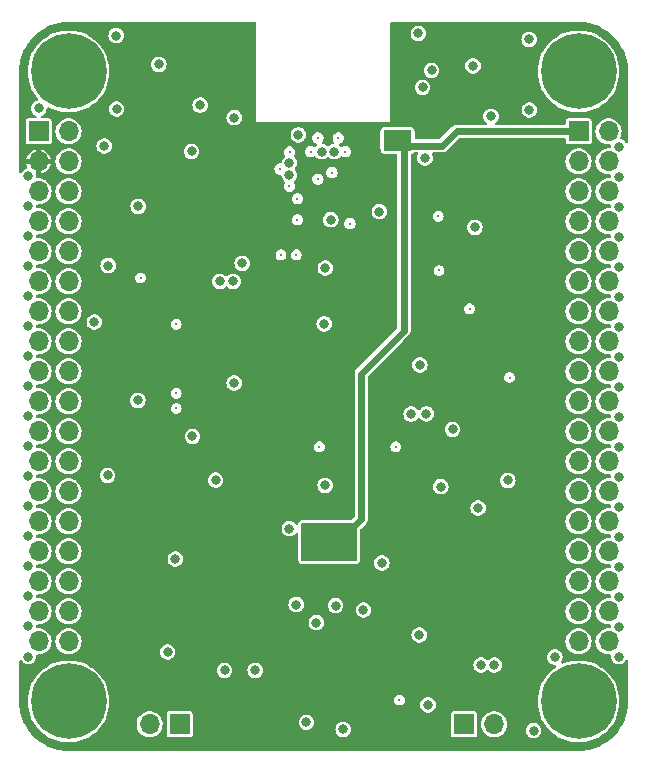
<source format=gbr>
%TF.GenerationSoftware,KiCad,Pcbnew,7.0.2-6a45011f42~172~ubuntu20.04.1*%
%TF.CreationDate,2023-04-23T14:30:36+07:00*%
%TF.ProjectId,EZ-USB-100X,455a2d55-5342-42d3-9130-30582e6b6963,rev?*%
%TF.SameCoordinates,Original*%
%TF.FileFunction,Copper,L3,Inr*%
%TF.FilePolarity,Positive*%
%FSLAX46Y46*%
G04 Gerber Fmt 4.6, Leading zero omitted, Abs format (unit mm)*
G04 Created by KiCad (PCBNEW 7.0.2-6a45011f42~172~ubuntu20.04.1) date 2023-04-23 14:30:36*
%MOMM*%
%LPD*%
G01*
G04 APERTURE LIST*
%TA.AperFunction,ComponentPad*%
%ADD10C,0.800000*%
%TD*%
%TA.AperFunction,ComponentPad*%
%ADD11C,6.400000*%
%TD*%
%TA.AperFunction,ComponentPad*%
%ADD12R,1.700000X1.700000*%
%TD*%
%TA.AperFunction,ComponentPad*%
%ADD13O,1.700000X1.700000*%
%TD*%
%TA.AperFunction,ViaPad*%
%ADD14C,0.800000*%
%TD*%
%TA.AperFunction,ViaPad*%
%ADD15C,0.300000*%
%TD*%
%TA.AperFunction,Conductor*%
%ADD16C,0.600000*%
%TD*%
G04 APERTURE END LIST*
D10*
%TO.N,GND*%
%TO.C,H4*%
X156680200Y-107253800D03*
X157383144Y-105556744D03*
X157383144Y-108950856D03*
X159080200Y-104853800D03*
D11*
X159080200Y-107253800D03*
D10*
X159080200Y-109653800D03*
X160777256Y-105556744D03*
X160777256Y-108950856D03*
X161480200Y-107253800D03*
%TD*%
%TO.N,GND*%
%TO.C,H3*%
X156680200Y-53913800D03*
X157383144Y-52216744D03*
X157383144Y-55610856D03*
X159080200Y-51513800D03*
D11*
X159080200Y-53913800D03*
D10*
X159080200Y-56313800D03*
X160777256Y-52216744D03*
X160777256Y-55610856D03*
X161480200Y-53913800D03*
%TD*%
%TO.N,GND*%
%TO.C,H2*%
X113500200Y-107253800D03*
X114203144Y-105556744D03*
X114203144Y-108950856D03*
X115900200Y-104853800D03*
D11*
X115900200Y-107253800D03*
D10*
X115900200Y-109653800D03*
X117597256Y-105556744D03*
X117597256Y-108950856D03*
X118300200Y-107253800D03*
%TD*%
D12*
%TO.N,+5V*%
%TO.C,J4*%
X159080200Y-58993800D03*
D13*
%TO.N,GND*%
X161620200Y-58993800D03*
%TO.N,/RDY4*%
X159080200Y-61533800D03*
%TO.N,/RDY5*%
X161620200Y-61533800D03*
%TO.N,/RDY2*%
X159080200Y-64073800D03*
%TO.N,/RDY3*%
X161620200Y-64073800D03*
%TO.N,/RDY0*%
X159080200Y-66613800D03*
%TO.N,/RDY1*%
X161620200Y-66613800D03*
%TO.N,/CLKOUT*%
X159080200Y-69153800D03*
%TO.N,/PD7*%
X161620200Y-69153800D03*
%TO.N,/PD6*%
X159080200Y-71693800D03*
%TO.N,/PD5*%
X161620200Y-71693800D03*
%TO.N,/PD4*%
X159080200Y-74233800D03*
%TO.N,/PE7*%
X161620200Y-74233800D03*
%TO.N,/PE6*%
X159080200Y-76773800D03*
%TO.N,/PE5*%
X161620200Y-76773800D03*
%TO.N,/PE4*%
X159080200Y-79313800D03*
%TO.N,/PE3*%
X161620200Y-79313800D03*
%TO.N,/PE2*%
X159080200Y-81853800D03*
%TO.N,/PE1*%
X161620200Y-81853800D03*
%TO.N,/PE0*%
X159080200Y-84393800D03*
%TO.N,/INT5*%
X161620200Y-84393800D03*
%TO.N,/PD3*%
X159080200Y-86933800D03*
%TO.N,/PD2*%
X161620200Y-86933800D03*
%TO.N,/PD1*%
X159080200Y-89473800D03*
%TO.N,/PD0*%
X161620200Y-89473800D03*
%TO.N,/CTL5*%
X159080200Y-92013800D03*
%TO.N,GND*%
X161620200Y-92013800D03*
%TO.N,/PA6*%
X159080200Y-94553800D03*
%TO.N,/PA7*%
X161620200Y-94553800D03*
%TO.N,/PA4*%
X159080200Y-97093800D03*
%TO.N,/PA5*%
X161620200Y-97093800D03*
%TO.N,/PA2*%
X159080200Y-99633800D03*
%TO.N,/PA3*%
X161620200Y-99633800D03*
%TO.N,/PA0*%
X159080200Y-102173800D03*
%TO.N,/PA1*%
X161620200Y-102173800D03*
%TD*%
D12*
%TO.N,Net-(D3-K)*%
%TO.C,J5*%
X125303200Y-109194600D03*
D13*
%TO.N,GND*%
X122763200Y-109194600D03*
%TD*%
D12*
%TO.N,Net-(J1-Pin_1)*%
%TO.C,J1*%
X149397800Y-109194600D03*
D13*
%TO.N,/SDA*%
X151937800Y-109194600D03*
%TD*%
D10*
%TO.N,GND*%
%TO.C,H1*%
X113500200Y-53913800D03*
X114203144Y-52216744D03*
X114203144Y-55610856D03*
X115900200Y-51513800D03*
D11*
X115900200Y-53913800D03*
D10*
X115900200Y-56313800D03*
X117597256Y-52216744D03*
X117597256Y-55610856D03*
X118300200Y-53913800D03*
%TD*%
D12*
%TO.N,GND*%
%TO.C,J3*%
X113360200Y-58993800D03*
D13*
X115900200Y-58993800D03*
%TO.N,+3V3*%
X113360200Y-61533800D03*
%TO.N,/INT4*%
X115900200Y-61533800D03*
%TO.N,/T0*%
X113360200Y-64073800D03*
%TO.N,/T1*%
X115900200Y-64073800D03*
%TO.N,/T2*%
X113360200Y-66613800D03*
%TO.N,/IFCLK*%
X115900200Y-66613800D03*
%TO.N,/SCL*%
X113360200Y-69153800D03*
%TO.N,/SDA*%
X115900200Y-69153800D03*
%TO.N,/PB1*%
X113360200Y-71693800D03*
%TO.N,/PB0*%
X115900200Y-71693800D03*
%TO.N,/PB3*%
X113360200Y-74233800D03*
%TO.N,/PB2*%
X115900200Y-74233800D03*
%TO.N,/RXD0*%
X113360200Y-76773800D03*
%TO.N,/TXD0*%
X115900200Y-76773800D03*
%TO.N,/RXD1*%
X113360200Y-79313800D03*
%TO.N,/TXD1*%
X115900200Y-79313800D03*
%TO.N,/PB5*%
X113360200Y-81853800D03*
%TO.N,/PB4*%
X115900200Y-81853800D03*
%TO.N,/PB7*%
X113360200Y-84393800D03*
%TO.N,/PB6*%
X115900200Y-84393800D03*
%TO.N,GND*%
X113360200Y-86933800D03*
%TO.N,/CTL3*%
X115900200Y-86933800D03*
%TO.N,/CTL4*%
X113360200Y-89473800D03*
%TO.N,/CTL0*%
X115900200Y-89473800D03*
%TO.N,/CTL1*%
X113360200Y-92013800D03*
%TO.N,/CTL2*%
X115900200Y-92013800D03*
%TO.N,/PC0*%
X113360200Y-94553800D03*
%TO.N,/PC1*%
X115900200Y-94553800D03*
%TO.N,/PC2*%
X113360200Y-97093800D03*
%TO.N,/PC3*%
X115900200Y-97093800D03*
%TO.N,/PC4*%
X113360200Y-99633800D03*
%TO.N,/PC5*%
X115900200Y-99633800D03*
%TO.N,/PC6*%
X113360200Y-102173800D03*
%TO.N,/PC7*%
X115900200Y-102173800D03*
%TD*%
D14*
%TO.N,+5V*%
X144297400Y-59283600D03*
X137414000Y-92913200D03*
X144297400Y-60198000D03*
X138480800Y-92913200D03*
%TO.N,GND*%
X129921000Y-80289400D03*
X112496600Y-72948800D03*
X124282200Y-103073200D03*
X145872200Y-55270400D03*
X137541000Y-75285600D03*
X113385600Y-57048400D03*
X140868400Y-99517200D03*
X129921000Y-57835800D03*
X157073600Y-103505000D03*
D15*
X149860000Y-74015600D03*
X134620000Y-60731400D03*
X137134600Y-85699600D03*
D14*
X135178800Y-99060000D03*
X162483800Y-95834200D03*
X136880600Y-100584000D03*
X112496600Y-88188800D03*
X119253000Y-70358000D03*
X121793000Y-65328800D03*
X119202200Y-88112600D03*
X162483800Y-78054200D03*
D15*
X133883400Y-69443600D03*
X134594600Y-63627000D03*
D14*
X138506200Y-99136200D03*
D15*
X125018800Y-81153000D03*
D14*
X162483800Y-83134200D03*
X112496600Y-62788800D03*
X119964200Y-57099200D03*
D15*
X121996200Y-71399400D03*
D14*
X137642600Y-70561200D03*
X162483800Y-67894200D03*
X162483800Y-65354200D03*
X147421600Y-89077800D03*
X112496600Y-78028800D03*
X154889200Y-51206400D03*
D15*
X135280400Y-64693800D03*
X125018800Y-82448400D03*
D14*
X162483800Y-70434200D03*
D15*
X147269200Y-70764400D03*
X135178800Y-69443600D03*
D14*
X162483800Y-60274200D03*
X162483800Y-62814200D03*
X124942600Y-95199200D03*
X142214600Y-65786000D03*
X118084600Y-75133200D03*
X112496600Y-70408800D03*
X126390400Y-84810600D03*
D15*
X143916400Y-107137200D03*
D14*
X136042400Y-109016800D03*
D15*
X143611600Y-85699600D03*
D14*
X162483800Y-85674200D03*
D15*
X133807200Y-62179200D03*
X137007600Y-63042800D03*
D14*
X119938800Y-50876200D03*
D15*
X139344400Y-60706000D03*
D14*
X118922800Y-60223400D03*
X112496600Y-80568800D03*
X162483800Y-93294200D03*
X162483800Y-75514200D03*
D15*
X125018800Y-75311000D03*
D14*
X139141200Y-109626400D03*
X155270200Y-109728000D03*
X145643600Y-78765400D03*
X138099800Y-66471800D03*
D15*
X136398000Y-60706000D03*
X147193000Y-66167000D03*
X137007600Y-59537600D03*
D14*
X154914600Y-57175400D03*
X145516600Y-50698400D03*
X112496600Y-85648800D03*
X112496600Y-100888800D03*
D15*
X135280400Y-66471800D03*
D14*
X112496600Y-93268800D03*
X128346200Y-88519000D03*
X162483800Y-98374200D03*
X135356600Y-59283600D03*
X146329400Y-107543600D03*
X145592800Y-101625400D03*
X153085800Y-88544400D03*
X150291800Y-67106800D03*
X162483800Y-72974200D03*
X112496600Y-65328800D03*
X162483800Y-100914200D03*
D15*
X138201400Y-62484000D03*
X138734800Y-59537600D03*
D14*
X142417800Y-95529400D03*
X150571200Y-90881200D03*
X162483800Y-90754200D03*
X148412200Y-84226400D03*
X123545600Y-53314600D03*
X162483800Y-103454200D03*
X134594600Y-92633800D03*
X146634200Y-53822600D03*
X162483800Y-80594200D03*
D15*
X139725400Y-66802000D03*
D14*
X112496600Y-83108800D03*
X112496600Y-67868800D03*
X112496600Y-75488800D03*
X137617200Y-88950800D03*
D15*
X153238200Y-79832200D03*
D14*
X162483800Y-88214200D03*
X121767600Y-81762600D03*
X112496600Y-95808800D03*
X112496600Y-98348800D03*
X112496600Y-103454200D03*
X146075400Y-61239400D03*
X150139400Y-53441600D03*
X112496600Y-90728800D03*
%TO.N,+3V3*%
X128498600Y-95504000D03*
X149733000Y-56769000D03*
X148361400Y-68402200D03*
X151561800Y-80772000D03*
X134264400Y-104622600D03*
X128016000Y-74625200D03*
X123672600Y-70459600D03*
X141706600Y-103454200D03*
X145564400Y-85976000D03*
X123672600Y-82727800D03*
X136988900Y-87122000D03*
X128498600Y-97993200D03*
X128498600Y-96748600D03*
X133883400Y-64617600D03*
X128397000Y-87096600D03*
X144703800Y-105003600D03*
X137490200Y-64541400D03*
X123190000Y-56769000D03*
X127711200Y-52755800D03*
%TO.N,/SDA*%
X151942800Y-104165400D03*
X128701800Y-71678800D03*
%TO.N,/SCL*%
X150825200Y-104165400D03*
X129819400Y-71678800D03*
%TO.N,/D-*%
X138389800Y-60706000D03*
X134598594Y-62703934D03*
%TO.N,/D+*%
X134598594Y-61653934D03*
X137339800Y-60706000D03*
%TO.N,/WAKEUP*%
X151663400Y-57708800D03*
X146202400Y-82905600D03*
%TO.N,/RST*%
X144907000Y-82931000D03*
X127050800Y-56769000D03*
%TO.N,Net-(U3B-BKPT)*%
X126314200Y-60680600D03*
X130606800Y-70154800D03*
%TO.N,/PA0*%
X131699000Y-104622600D03*
%TO.N,/PA1*%
X129108200Y-104622600D03*
%TD*%
D16*
%TO.N,+5V*%
X147548600Y-60198000D02*
X144297400Y-60198000D01*
X138480800Y-92913200D02*
X139598400Y-92913200D01*
X140665200Y-91846400D02*
X140665200Y-79502000D01*
X138480800Y-92913200D02*
X137414000Y-92913200D01*
X140665200Y-79502000D02*
X144297400Y-75869800D01*
X144297400Y-75869800D02*
X144297400Y-59283600D01*
X148752800Y-58993800D02*
X147548600Y-60198000D01*
X159080200Y-58993800D02*
X148752800Y-58993800D01*
X139598400Y-92913200D02*
X140665200Y-91846400D01*
%TD*%
%TA.AperFunction,Conductor*%
%TO.N,+3V3*%
G36*
X131742721Y-49733999D02*
G01*
X131789214Y-49787655D01*
X131800600Y-49839996D01*
X131800600Y-58216800D01*
X143103600Y-58216800D01*
X143103600Y-55270400D01*
X145212893Y-55270400D01*
X145232050Y-55428180D01*
X145288412Y-55576794D01*
X145371659Y-55697397D01*
X145378702Y-55707601D01*
X145497671Y-55812999D01*
X145638407Y-55886863D01*
X145792729Y-55924900D01*
X145792731Y-55924900D01*
X145951669Y-55924900D01*
X145951671Y-55924900D01*
X146105993Y-55886863D01*
X146246729Y-55812999D01*
X146365698Y-55707601D01*
X146455987Y-55576795D01*
X146512349Y-55428182D01*
X146531507Y-55270400D01*
X146512349Y-55112618D01*
X146455987Y-54964005D01*
X146365698Y-54833199D01*
X146246729Y-54727801D01*
X146105993Y-54653937D01*
X145951671Y-54615900D01*
X145792729Y-54615900D01*
X145638407Y-54653937D01*
X145638406Y-54653937D01*
X145638404Y-54653938D01*
X145497672Y-54727800D01*
X145378701Y-54833199D01*
X145288412Y-54964005D01*
X145232050Y-55112619D01*
X145212893Y-55270400D01*
X143103600Y-55270400D01*
X143103600Y-53822600D01*
X145974893Y-53822600D01*
X145994050Y-53980380D01*
X146050412Y-54128994D01*
X146050413Y-54128995D01*
X146140702Y-54259801D01*
X146259671Y-54365199D01*
X146400407Y-54439063D01*
X146554729Y-54477100D01*
X146554731Y-54477100D01*
X146713669Y-54477100D01*
X146713671Y-54477100D01*
X146867993Y-54439063D01*
X147008729Y-54365199D01*
X147127698Y-54259801D01*
X147217987Y-54128995D01*
X147274349Y-53980382D01*
X147293507Y-53822600D01*
X147274349Y-53664818D01*
X147217987Y-53516205D01*
X147166491Y-53441600D01*
X149480093Y-53441600D01*
X149499250Y-53599380D01*
X149555612Y-53747994D01*
X149607109Y-53822599D01*
X149645902Y-53878801D01*
X149764871Y-53984199D01*
X149905607Y-54058063D01*
X150059929Y-54096100D01*
X150059931Y-54096100D01*
X150218869Y-54096100D01*
X150218871Y-54096100D01*
X150373193Y-54058063D01*
X150513929Y-53984199D01*
X150593393Y-53913800D01*
X155620626Y-53913800D01*
X155620811Y-53917212D01*
X155640720Y-54284426D01*
X155640721Y-54284436D01*
X155640906Y-54287846D01*
X155641457Y-54291211D01*
X155641459Y-54291223D01*
X155700955Y-54654132D01*
X155700958Y-54654147D01*
X155701509Y-54657506D01*
X155702420Y-54660789D01*
X155702423Y-54660800D01*
X155721026Y-54727800D01*
X155801724Y-55018447D01*
X155802982Y-55021605D01*
X155802986Y-55021616D01*
X155901398Y-55268610D01*
X155940376Y-55366437D01*
X155941964Y-55369434D01*
X155941970Y-55369445D01*
X156114242Y-55694386D01*
X156114247Y-55694395D01*
X156115839Y-55697397D01*
X156117747Y-55700211D01*
X156117750Y-55700216D01*
X156122757Y-55707601D01*
X156326057Y-56007445D01*
X156568565Y-56292947D01*
X156571034Y-56295286D01*
X156571040Y-56295292D01*
X156793271Y-56505800D01*
X156840519Y-56550556D01*
X157138732Y-56777251D01*
X157459706Y-56970375D01*
X157799680Y-57127664D01*
X158154666Y-57247273D01*
X158157997Y-57248006D01*
X158158000Y-57248007D01*
X158198766Y-57256980D01*
X158520503Y-57327799D01*
X158892902Y-57368300D01*
X158896317Y-57368300D01*
X159264083Y-57368300D01*
X159267498Y-57368300D01*
X159639897Y-57327799D01*
X160005734Y-57247273D01*
X160360720Y-57127664D01*
X160700694Y-56970375D01*
X161021668Y-56777251D01*
X161319881Y-56550556D01*
X161591835Y-56292947D01*
X161834343Y-56007445D01*
X162044561Y-55697397D01*
X162220024Y-55366437D01*
X162358676Y-55018447D01*
X162458891Y-54657506D01*
X162519494Y-54287846D01*
X162539774Y-53913800D01*
X162519494Y-53539754D01*
X162458891Y-53170094D01*
X162358676Y-52809153D01*
X162220024Y-52461163D01*
X162162494Y-52352650D01*
X162046157Y-52133213D01*
X162046155Y-52133210D01*
X162044561Y-52130203D01*
X161834343Y-51820155D01*
X161591835Y-51534653D01*
X161589364Y-51532312D01*
X161589359Y-51532307D01*
X161322364Y-51279396D01*
X161322363Y-51279395D01*
X161319881Y-51277044D01*
X161272464Y-51240999D01*
X161024391Y-51052419D01*
X161021668Y-51050349D01*
X160973280Y-51021235D01*
X160905650Y-50980543D01*
X160700694Y-50857225D01*
X160697595Y-50855791D01*
X160697589Y-50855788D01*
X160363818Y-50701369D01*
X160363813Y-50701367D01*
X160360720Y-50699936D01*
X160357491Y-50698848D01*
X160357486Y-50698846D01*
X160008970Y-50581417D01*
X160008964Y-50581415D01*
X160005734Y-50580327D01*
X160002414Y-50579596D01*
X160002399Y-50579592D01*
X159643228Y-50500534D01*
X159643224Y-50500533D01*
X159639897Y-50499801D01*
X159592783Y-50494677D01*
X159270896Y-50459669D01*
X159270885Y-50459668D01*
X159267498Y-50459300D01*
X158892902Y-50459300D01*
X158889515Y-50459668D01*
X158889503Y-50459669D01*
X158523895Y-50499432D01*
X158523893Y-50499432D01*
X158520503Y-50499801D01*
X158517178Y-50500532D01*
X158517171Y-50500534D01*
X158158000Y-50579592D01*
X158157980Y-50579597D01*
X158154666Y-50580327D01*
X158151440Y-50581413D01*
X158151429Y-50581417D01*
X157802913Y-50698846D01*
X157802902Y-50698850D01*
X157799680Y-50699936D01*
X157796592Y-50701364D01*
X157796581Y-50701369D01*
X157462810Y-50855788D01*
X157462796Y-50855795D01*
X157459706Y-50857225D01*
X157456780Y-50858985D01*
X157456779Y-50858986D01*
X157141664Y-51048584D01*
X157141652Y-51048591D01*
X157138732Y-51050349D01*
X157136016Y-51052413D01*
X157136008Y-51052419D01*
X156843237Y-51274977D01*
X156843227Y-51274984D01*
X156840519Y-51277044D01*
X156838044Y-51279387D01*
X156838035Y-51279396D01*
X156571040Y-51532307D01*
X156571025Y-51532322D01*
X156568565Y-51534653D01*
X156566370Y-51537237D01*
X156566359Y-51537249D01*
X156328270Y-51817549D01*
X156328265Y-51817555D01*
X156326057Y-51820155D01*
X156324146Y-51822972D01*
X156324141Y-51822980D01*
X156117750Y-52127383D01*
X156117742Y-52127396D01*
X156115839Y-52130203D01*
X156114252Y-52133196D01*
X156114242Y-52133213D01*
X155941970Y-52458154D01*
X155941961Y-52458172D01*
X155940376Y-52461163D01*
X155939115Y-52464327D01*
X155939114Y-52464330D01*
X155802986Y-52805983D01*
X155802980Y-52805999D01*
X155801724Y-52809153D01*
X155800814Y-52812428D01*
X155800811Y-52812439D01*
X155702423Y-53166799D01*
X155702419Y-53166813D01*
X155701509Y-53170094D01*
X155700959Y-53173448D01*
X155700955Y-53173467D01*
X155641459Y-53536376D01*
X155641457Y-53536390D01*
X155640906Y-53539754D01*
X155640721Y-53543161D01*
X155640720Y-53543173D01*
X155620811Y-53910387D01*
X155620626Y-53913800D01*
X150593393Y-53913800D01*
X150632898Y-53878801D01*
X150723187Y-53747995D01*
X150779549Y-53599382D01*
X150798707Y-53441600D01*
X150779549Y-53283818D01*
X150723187Y-53135205D01*
X150632898Y-53004399D01*
X150513929Y-52899001D01*
X150373193Y-52825137D01*
X150218871Y-52787100D01*
X150059929Y-52787100D01*
X149905607Y-52825137D01*
X149905606Y-52825137D01*
X149905604Y-52825138D01*
X149764872Y-52899000D01*
X149645901Y-53004399D01*
X149555612Y-53135205D01*
X149499250Y-53283819D01*
X149480093Y-53441600D01*
X147166491Y-53441600D01*
X147127698Y-53385399D01*
X147008729Y-53280001D01*
X146867993Y-53206137D01*
X146713671Y-53168100D01*
X146554729Y-53168100D01*
X146400407Y-53206137D01*
X146400406Y-53206137D01*
X146400404Y-53206138D01*
X146259672Y-53280000D01*
X146140701Y-53385399D01*
X146050412Y-53516205D01*
X145994050Y-53664819D01*
X145974893Y-53822600D01*
X143103600Y-53822600D01*
X143103600Y-50698400D01*
X144857293Y-50698400D01*
X144876450Y-50856180D01*
X144932812Y-51004794D01*
X144965686Y-51052419D01*
X145023102Y-51135601D01*
X145142071Y-51240999D01*
X145282807Y-51314863D01*
X145437129Y-51352900D01*
X145437131Y-51352900D01*
X145596069Y-51352900D01*
X145596071Y-51352900D01*
X145750393Y-51314863D01*
X145891129Y-51240999D01*
X145930183Y-51206400D01*
X154229893Y-51206400D01*
X154249050Y-51364180D01*
X154305412Y-51512794D01*
X154320501Y-51534653D01*
X154395702Y-51643601D01*
X154514671Y-51748999D01*
X154655407Y-51822863D01*
X154809729Y-51860900D01*
X154809731Y-51860900D01*
X154968669Y-51860900D01*
X154968671Y-51860900D01*
X155122993Y-51822863D01*
X155263729Y-51748999D01*
X155382698Y-51643601D01*
X155472987Y-51512795D01*
X155529349Y-51364182D01*
X155548507Y-51206400D01*
X155529349Y-51048618D01*
X155472987Y-50900005D01*
X155382698Y-50769199D01*
X155263729Y-50663801D01*
X155122993Y-50589937D01*
X154968671Y-50551900D01*
X154809729Y-50551900D01*
X154655407Y-50589937D01*
X154655406Y-50589937D01*
X154655404Y-50589938D01*
X154514672Y-50663800D01*
X154395701Y-50769199D01*
X154305412Y-50900005D01*
X154249050Y-51048619D01*
X154229893Y-51206400D01*
X145930183Y-51206400D01*
X146010098Y-51135601D01*
X146100387Y-51004795D01*
X146156749Y-50856182D01*
X146175907Y-50698400D01*
X146156749Y-50540618D01*
X146100387Y-50392005D01*
X146010098Y-50261199D01*
X145891129Y-50155801D01*
X145750393Y-50081937D01*
X145596071Y-50043900D01*
X145437129Y-50043900D01*
X145282807Y-50081937D01*
X145282806Y-50081937D01*
X145282804Y-50081938D01*
X145142072Y-50155800D01*
X145023101Y-50261199D01*
X144932812Y-50392005D01*
X144876450Y-50540619D01*
X144857293Y-50698400D01*
X143103600Y-50698400D01*
X143103600Y-49839997D01*
X143123602Y-49771876D01*
X143177258Y-49725383D01*
X143229600Y-49713997D01*
X159077279Y-49713997D01*
X159083098Y-49714131D01*
X159253100Y-49721990D01*
X159437324Y-49731041D01*
X159443479Y-49731494D01*
X159513151Y-49738357D01*
X159513171Y-49738359D01*
X159518223Y-49738959D01*
X159668895Y-49759977D01*
X159845592Y-49786187D01*
X159851680Y-49787244D01*
X159882329Y-49793340D01*
X159898927Y-49796641D01*
X159903128Y-49797553D01*
X160064933Y-49835609D01*
X160064959Y-49835615D01*
X160246507Y-49881090D01*
X160252417Y-49882726D01*
X160273796Y-49889211D01*
X160277151Y-49890282D01*
X160448743Y-49947794D01*
X160451149Y-49948627D01*
X160632912Y-50013662D01*
X160641329Y-50017021D01*
X160820462Y-50096116D01*
X160823390Y-50097456D01*
X160997150Y-50179639D01*
X161004571Y-50183454D01*
X161176040Y-50278962D01*
X161179433Y-50280923D01*
X161343951Y-50379531D01*
X161350348Y-50383634D01*
X161439123Y-50444446D01*
X161512438Y-50494668D01*
X161516289Y-50497414D01*
X161670125Y-50611507D01*
X161675561Y-50615775D01*
X161826798Y-50741360D01*
X161830920Y-50744936D01*
X161972752Y-50873485D01*
X161977231Y-50877750D01*
X162116247Y-51016766D01*
X162120512Y-51021245D01*
X162249063Y-51163080D01*
X162252639Y-51167201D01*
X162378221Y-51318433D01*
X162382483Y-51323861D01*
X162496615Y-51477751D01*
X162499333Y-51481564D01*
X162610347Y-51643627D01*
X162614471Y-51650056D01*
X162713075Y-51814566D01*
X162715077Y-51818030D01*
X162810541Y-51989420D01*
X162814357Y-51996840D01*
X162896550Y-52170624D01*
X162897911Y-52173602D01*
X162976963Y-52352638D01*
X162980334Y-52361084D01*
X163045391Y-52542907D01*
X163046224Y-52545314D01*
X163103686Y-52716760D01*
X163104792Y-52720222D01*
X163111263Y-52741552D01*
X163112913Y-52747515D01*
X163158396Y-52929089D01*
X163196430Y-53090800D01*
X163197352Y-53095054D01*
X163206754Y-53142316D01*
X163207812Y-53148412D01*
X163234038Y-53325215D01*
X163255035Y-53475746D01*
X163255636Y-53480799D01*
X163262502Y-53550509D01*
X163262957Y-53556676D01*
X163272018Y-53741093D01*
X163279869Y-53910902D01*
X163280003Y-53916720D01*
X163280003Y-59871194D01*
X163260001Y-59939315D01*
X163206345Y-59985808D01*
X163136071Y-59995912D01*
X163071491Y-59966418D01*
X163050307Y-59942771D01*
X162977298Y-59836999D01*
X162858329Y-59731601D01*
X162717593Y-59657737D01*
X162717592Y-59657737D01*
X162697442Y-59652770D01*
X162636089Y-59617046D01*
X162603788Y-59553823D01*
X162610797Y-59483173D01*
X162614802Y-59474281D01*
X162654528Y-59394501D01*
X162710545Y-59197621D01*
X162729432Y-58993800D01*
X162728261Y-58981168D01*
X162710545Y-58789980D01*
X162698274Y-58746851D01*
X162654528Y-58593099D01*
X162594781Y-58473111D01*
X162563289Y-58409866D01*
X162528124Y-58363300D01*
X162439932Y-58246515D01*
X162288662Y-58108614D01*
X162185113Y-58044499D01*
X162114628Y-58000856D01*
X162009979Y-57960315D01*
X161923756Y-57926912D01*
X161722547Y-57889300D01*
X161517853Y-57889300D01*
X161316644Y-57926912D01*
X161125771Y-58000856D01*
X160951739Y-58108613D01*
X160800467Y-58246516D01*
X160677110Y-58409866D01*
X160585872Y-58593097D01*
X160529854Y-58789980D01*
X160510967Y-58993799D01*
X160529854Y-59197619D01*
X160585872Y-59394502D01*
X160677110Y-59577733D01*
X160724600Y-59640620D01*
X160800468Y-59741085D01*
X160951738Y-59878986D01*
X161049173Y-59939315D01*
X161119698Y-59982983D01*
X161125773Y-59986744D01*
X161316644Y-60060688D01*
X161517853Y-60098300D01*
X161517855Y-60098300D01*
X161703627Y-60098300D01*
X161771748Y-60118302D01*
X161818241Y-60171958D01*
X161828707Y-60239487D01*
X161824493Y-60274200D01*
X161826182Y-60288115D01*
X161814536Y-60358149D01*
X161766875Y-60410770D01*
X161701101Y-60429300D01*
X161517853Y-60429300D01*
X161388607Y-60453460D01*
X161316644Y-60466912D01*
X161125771Y-60540856D01*
X160951739Y-60648613D01*
X160900560Y-60695269D01*
X160805769Y-60781683D01*
X160800467Y-60786516D01*
X160677110Y-60949866D01*
X160585872Y-61133097D01*
X160529854Y-61329980D01*
X160510967Y-61533799D01*
X160529854Y-61737619D01*
X160585872Y-61934502D01*
X160677110Y-62117733D01*
X160708802Y-62159700D01*
X160800468Y-62281085D01*
X160951738Y-62418986D01*
X161125773Y-62526744D01*
X161316644Y-62600688D01*
X161517853Y-62638300D01*
X161517855Y-62638300D01*
X161703627Y-62638300D01*
X161771748Y-62658302D01*
X161818241Y-62711958D01*
X161828707Y-62779487D01*
X161824493Y-62814200D01*
X161826182Y-62828115D01*
X161814536Y-62898149D01*
X161766875Y-62950770D01*
X161701101Y-62969300D01*
X161517853Y-62969300D01*
X161316643Y-63006912D01*
X161316644Y-63006912D01*
X161125771Y-63080856D01*
X160951739Y-63188613D01*
X160800467Y-63326516D01*
X160677110Y-63489866D01*
X160585872Y-63673097D01*
X160529854Y-63869980D01*
X160510967Y-64073800D01*
X160529854Y-64277619D01*
X160585872Y-64474502D01*
X160677110Y-64657733D01*
X160718345Y-64712336D01*
X160800468Y-64821085D01*
X160951738Y-64958986D01*
X161013732Y-64997371D01*
X161114735Y-65059910D01*
X161125773Y-65066744D01*
X161316644Y-65140688D01*
X161517853Y-65178300D01*
X161517855Y-65178300D01*
X161703627Y-65178300D01*
X161771748Y-65198302D01*
X161818241Y-65251958D01*
X161828707Y-65319487D01*
X161824493Y-65354200D01*
X161826182Y-65368115D01*
X161814536Y-65438149D01*
X161766875Y-65490770D01*
X161701101Y-65509300D01*
X161517853Y-65509300D01*
X161316643Y-65546912D01*
X161316644Y-65546912D01*
X161125771Y-65620856D01*
X160951739Y-65728613D01*
X160920375Y-65757205D01*
X160851516Y-65819979D01*
X160800467Y-65866516D01*
X160677110Y-66029866D01*
X160585872Y-66213097D01*
X160529854Y-66409980D01*
X160510967Y-66613800D01*
X160529854Y-66817619D01*
X160585872Y-67014502D01*
X160677110Y-67197733D01*
X160718345Y-67252336D01*
X160800468Y-67361085D01*
X160951738Y-67498986D01*
X161125773Y-67606744D01*
X161316644Y-67680688D01*
X161517853Y-67718300D01*
X161517855Y-67718300D01*
X161703627Y-67718300D01*
X161771748Y-67738302D01*
X161818241Y-67791958D01*
X161828707Y-67859487D01*
X161824493Y-67894200D01*
X161826182Y-67908115D01*
X161814536Y-67978149D01*
X161766875Y-68030770D01*
X161701101Y-68049300D01*
X161517853Y-68049300D01*
X161316643Y-68086912D01*
X161316644Y-68086912D01*
X161125771Y-68160856D01*
X160951739Y-68268613D01*
X160800467Y-68406516D01*
X160677110Y-68569866D01*
X160585872Y-68753097D01*
X160529854Y-68949980D01*
X160510967Y-69153800D01*
X160529854Y-69357619D01*
X160585872Y-69554502D01*
X160677110Y-69737733D01*
X160717050Y-69790622D01*
X160800468Y-69901085D01*
X160951738Y-70038986D01*
X161125773Y-70146744D01*
X161316644Y-70220688D01*
X161517853Y-70258300D01*
X161517855Y-70258300D01*
X161703627Y-70258300D01*
X161771748Y-70278302D01*
X161818241Y-70331958D01*
X161828707Y-70399487D01*
X161824493Y-70434200D01*
X161826182Y-70448115D01*
X161814536Y-70518149D01*
X161766875Y-70570770D01*
X161701101Y-70589300D01*
X161517853Y-70589300D01*
X161316644Y-70626912D01*
X161125771Y-70700856D01*
X160951739Y-70808613D01*
X160800467Y-70946516D01*
X160677110Y-71109866D01*
X160585872Y-71293097D01*
X160529854Y-71489980D01*
X160510967Y-71693799D01*
X160529854Y-71897619D01*
X160585872Y-72094502D01*
X160677110Y-72277733D01*
X160718345Y-72332336D01*
X160800468Y-72441085D01*
X160951738Y-72578986D01*
X161125773Y-72686744D01*
X161316644Y-72760688D01*
X161517853Y-72798300D01*
X161517855Y-72798300D01*
X161703627Y-72798300D01*
X161771748Y-72818302D01*
X161818241Y-72871958D01*
X161828707Y-72939487D01*
X161824493Y-72974200D01*
X161826182Y-72988115D01*
X161814536Y-73058149D01*
X161766875Y-73110770D01*
X161701101Y-73129300D01*
X161517853Y-73129300D01*
X161316643Y-73166912D01*
X161316644Y-73166912D01*
X161125771Y-73240856D01*
X160951739Y-73348613D01*
X160800467Y-73486516D01*
X160677110Y-73649866D01*
X160585872Y-73833097D01*
X160529854Y-74029980D01*
X160510967Y-74233800D01*
X160529854Y-74437619D01*
X160585872Y-74634502D01*
X160677110Y-74817733D01*
X160718345Y-74872336D01*
X160800468Y-74981085D01*
X160951738Y-75118986D01*
X161125773Y-75226744D01*
X161316644Y-75300688D01*
X161517853Y-75338300D01*
X161517855Y-75338300D01*
X161703627Y-75338300D01*
X161771748Y-75358302D01*
X161818241Y-75411958D01*
X161828707Y-75479487D01*
X161824493Y-75514200D01*
X161826182Y-75528115D01*
X161814536Y-75598149D01*
X161766875Y-75650770D01*
X161701101Y-75669300D01*
X161517853Y-75669300D01*
X161316643Y-75706912D01*
X161316644Y-75706912D01*
X161125771Y-75780856D01*
X160951739Y-75888613D01*
X160800467Y-76026516D01*
X160677110Y-76189866D01*
X160585872Y-76373097D01*
X160529854Y-76569980D01*
X160510967Y-76773799D01*
X160529854Y-76977619D01*
X160585872Y-77174502D01*
X160677110Y-77357733D01*
X160718345Y-77412336D01*
X160800468Y-77521085D01*
X160951738Y-77658986D01*
X161125773Y-77766744D01*
X161316644Y-77840688D01*
X161517853Y-77878300D01*
X161517855Y-77878300D01*
X161703627Y-77878300D01*
X161771748Y-77898302D01*
X161818241Y-77951958D01*
X161828707Y-78019487D01*
X161824493Y-78054200D01*
X161826182Y-78068115D01*
X161814536Y-78138149D01*
X161766875Y-78190770D01*
X161701101Y-78209300D01*
X161517853Y-78209300D01*
X161316643Y-78246912D01*
X161316644Y-78246912D01*
X161125771Y-78320856D01*
X160951739Y-78428613D01*
X160800467Y-78566516D01*
X160677110Y-78729866D01*
X160585872Y-78913097D01*
X160529854Y-79109980D01*
X160510967Y-79313800D01*
X160529854Y-79517619D01*
X160585872Y-79714502D01*
X160677110Y-79897733D01*
X160718345Y-79952336D01*
X160800468Y-80061085D01*
X160951738Y-80198986D01*
X161033933Y-80249879D01*
X161097761Y-80289400D01*
X161125773Y-80306744D01*
X161316644Y-80380688D01*
X161517853Y-80418300D01*
X161517855Y-80418300D01*
X161703627Y-80418300D01*
X161771748Y-80438302D01*
X161818241Y-80491958D01*
X161828707Y-80559487D01*
X161824493Y-80594200D01*
X161826182Y-80608115D01*
X161814536Y-80678149D01*
X161766875Y-80730770D01*
X161701101Y-80749300D01*
X161517853Y-80749300D01*
X161316643Y-80786912D01*
X161316644Y-80786912D01*
X161125771Y-80860856D01*
X160951739Y-80968613D01*
X160800467Y-81106516D01*
X160677110Y-81269866D01*
X160585872Y-81453097D01*
X160529854Y-81649980D01*
X160510967Y-81853799D01*
X160529854Y-82057619D01*
X160585872Y-82254502D01*
X160677110Y-82437733D01*
X160733776Y-82512770D01*
X160800468Y-82601085D01*
X160951738Y-82738986D01*
X161125773Y-82846744D01*
X161316644Y-82920688D01*
X161517853Y-82958300D01*
X161517855Y-82958300D01*
X161703627Y-82958300D01*
X161771748Y-82978302D01*
X161818241Y-83031958D01*
X161828707Y-83099487D01*
X161824493Y-83134200D01*
X161826182Y-83148115D01*
X161814536Y-83218149D01*
X161766875Y-83270770D01*
X161701101Y-83289300D01*
X161517853Y-83289300D01*
X161316644Y-83326912D01*
X161125771Y-83400856D01*
X160951739Y-83508613D01*
X160800467Y-83646516D01*
X160677110Y-83809866D01*
X160585872Y-83993097D01*
X160529854Y-84189980D01*
X160510967Y-84393800D01*
X160529854Y-84597619D01*
X160585872Y-84794502D01*
X160677110Y-84977733D01*
X160718345Y-85032336D01*
X160800468Y-85141085D01*
X160951738Y-85278986D01*
X161125773Y-85386744D01*
X161316644Y-85460688D01*
X161517853Y-85498300D01*
X161517855Y-85498300D01*
X161703627Y-85498300D01*
X161771748Y-85518302D01*
X161818241Y-85571958D01*
X161828707Y-85639487D01*
X161824493Y-85674200D01*
X161826182Y-85688115D01*
X161814536Y-85758149D01*
X161766875Y-85810770D01*
X161701101Y-85829300D01*
X161517853Y-85829300D01*
X161316644Y-85866912D01*
X161125771Y-85940856D01*
X160951739Y-86048613D01*
X160800467Y-86186516D01*
X160677110Y-86349866D01*
X160585872Y-86533097D01*
X160529854Y-86729980D01*
X160510967Y-86933800D01*
X160529854Y-87137619D01*
X160585872Y-87334502D01*
X160677110Y-87517733D01*
X160718345Y-87572336D01*
X160800468Y-87681085D01*
X160951738Y-87818986D01*
X161125773Y-87926744D01*
X161316644Y-88000688D01*
X161517853Y-88038300D01*
X161517855Y-88038300D01*
X161703627Y-88038300D01*
X161771748Y-88058302D01*
X161818241Y-88111958D01*
X161828708Y-88179488D01*
X161824687Y-88212605D01*
X161824493Y-88214200D01*
X161826182Y-88228115D01*
X161814536Y-88298149D01*
X161766875Y-88350770D01*
X161701101Y-88369300D01*
X161517853Y-88369300D01*
X161316643Y-88406912D01*
X161316644Y-88406912D01*
X161125771Y-88480856D01*
X160951739Y-88588613D01*
X160800467Y-88726516D01*
X160677110Y-88889866D01*
X160585872Y-89073097D01*
X160529854Y-89269980D01*
X160510967Y-89473800D01*
X160529854Y-89677619D01*
X160585872Y-89874502D01*
X160677110Y-90057733D01*
X160718345Y-90112336D01*
X160800468Y-90221085D01*
X160951738Y-90358986D01*
X161125773Y-90466744D01*
X161316644Y-90540688D01*
X161517853Y-90578300D01*
X161517855Y-90578300D01*
X161703627Y-90578300D01*
X161771748Y-90598302D01*
X161818241Y-90651958D01*
X161828707Y-90719487D01*
X161824493Y-90754200D01*
X161826182Y-90768115D01*
X161814536Y-90838149D01*
X161766875Y-90890770D01*
X161701101Y-90909300D01*
X161517853Y-90909300D01*
X161316644Y-90946912D01*
X161125771Y-91020856D01*
X160951739Y-91128613D01*
X160800467Y-91266516D01*
X160677110Y-91429866D01*
X160585872Y-91613097D01*
X160529854Y-91809980D01*
X160510967Y-92013800D01*
X160529854Y-92217619D01*
X160585872Y-92414502D01*
X160677110Y-92597733D01*
X160718345Y-92652336D01*
X160800468Y-92761085D01*
X160951738Y-92898986D01*
X161077398Y-92976791D01*
X161117899Y-93001869D01*
X161125773Y-93006744D01*
X161316644Y-93080688D01*
X161517853Y-93118300D01*
X161517855Y-93118300D01*
X161703627Y-93118300D01*
X161771748Y-93138302D01*
X161818241Y-93191958D01*
X161828707Y-93259487D01*
X161824493Y-93294200D01*
X161826182Y-93308115D01*
X161814536Y-93378149D01*
X161766875Y-93430770D01*
X161701101Y-93449300D01*
X161517853Y-93449300D01*
X161316644Y-93486912D01*
X161125771Y-93560856D01*
X160951739Y-93668613D01*
X160800467Y-93806516D01*
X160677110Y-93969866D01*
X160585872Y-94153097D01*
X160529854Y-94349980D01*
X160510967Y-94553799D01*
X160529854Y-94757619D01*
X160585872Y-94954502D01*
X160677110Y-95137733D01*
X160718345Y-95192336D01*
X160800468Y-95301085D01*
X160951738Y-95438986D01*
X161021126Y-95481949D01*
X161097761Y-95529400D01*
X161125773Y-95546744D01*
X161316644Y-95620688D01*
X161517853Y-95658300D01*
X161517855Y-95658300D01*
X161703627Y-95658300D01*
X161771748Y-95678302D01*
X161818241Y-95731958D01*
X161828707Y-95799487D01*
X161824493Y-95834200D01*
X161826182Y-95848115D01*
X161814536Y-95918149D01*
X161766875Y-95970770D01*
X161701101Y-95989300D01*
X161517853Y-95989300D01*
X161316643Y-96026912D01*
X161316644Y-96026912D01*
X161125771Y-96100856D01*
X160951739Y-96208613D01*
X160800467Y-96346516D01*
X160677110Y-96509866D01*
X160585872Y-96693097D01*
X160529854Y-96889980D01*
X160510967Y-97093800D01*
X160529854Y-97297619D01*
X160585872Y-97494502D01*
X160677110Y-97677733D01*
X160718345Y-97732336D01*
X160800468Y-97841085D01*
X160951738Y-97978986D01*
X161125773Y-98086744D01*
X161316644Y-98160688D01*
X161517853Y-98198300D01*
X161517855Y-98198300D01*
X161703627Y-98198300D01*
X161771748Y-98218302D01*
X161818241Y-98271958D01*
X161828707Y-98339487D01*
X161824493Y-98374200D01*
X161826182Y-98388115D01*
X161814536Y-98458149D01*
X161766875Y-98510770D01*
X161701101Y-98529300D01*
X161517853Y-98529300D01*
X161316644Y-98566912D01*
X161125771Y-98640856D01*
X160951739Y-98748613D01*
X160800467Y-98886516D01*
X160677110Y-99049866D01*
X160585872Y-99233097D01*
X160529854Y-99429980D01*
X160510967Y-99633799D01*
X160529854Y-99837619D01*
X160585872Y-100034502D01*
X160677110Y-100217733D01*
X160718345Y-100272336D01*
X160800468Y-100381085D01*
X160951738Y-100518986D01*
X161125773Y-100626744D01*
X161316644Y-100700688D01*
X161517853Y-100738300D01*
X161517855Y-100738300D01*
X161703627Y-100738300D01*
X161771748Y-100758302D01*
X161818241Y-100811958D01*
X161828707Y-100879487D01*
X161824493Y-100914200D01*
X161826182Y-100928115D01*
X161814536Y-100998149D01*
X161766875Y-101050770D01*
X161701101Y-101069300D01*
X161517853Y-101069300D01*
X161316643Y-101106912D01*
X161316644Y-101106912D01*
X161125771Y-101180856D01*
X160951739Y-101288613D01*
X160800467Y-101426516D01*
X160677110Y-101589866D01*
X160585872Y-101773097D01*
X160529854Y-101969980D01*
X160510967Y-102173799D01*
X160529854Y-102377619D01*
X160585872Y-102574502D01*
X160677110Y-102757733D01*
X160733776Y-102832770D01*
X160800468Y-102921085D01*
X160951738Y-103058986D01*
X161125773Y-103166744D01*
X161316644Y-103240688D01*
X161517853Y-103278300D01*
X161517855Y-103278300D01*
X161703627Y-103278300D01*
X161771748Y-103298302D01*
X161818241Y-103351958D01*
X161828708Y-103419488D01*
X161824493Y-103454200D01*
X161843650Y-103611980D01*
X161900012Y-103760594D01*
X161967941Y-103859005D01*
X161990302Y-103891401D01*
X162109271Y-103996799D01*
X162250007Y-104070663D01*
X162404329Y-104108700D01*
X162404331Y-104108700D01*
X162563269Y-104108700D01*
X162563271Y-104108700D01*
X162717593Y-104070663D01*
X162858329Y-103996799D01*
X162977298Y-103891401D01*
X163050307Y-103785628D01*
X163105465Y-103740929D01*
X163176034Y-103733146D01*
X163239608Y-103764751D01*
X163276003Y-103825709D01*
X163280003Y-103857205D01*
X163280003Y-107250878D01*
X163279869Y-107256698D01*
X163272018Y-107426497D01*
X163262957Y-107610922D01*
X163262502Y-107617090D01*
X163255636Y-107686796D01*
X163255035Y-107691852D01*
X163234040Y-107842366D01*
X163207812Y-108019185D01*
X163206755Y-108025274D01*
X163197355Y-108072534D01*
X163196429Y-108076801D01*
X163158400Y-108238492D01*
X163127388Y-108362300D01*
X163112915Y-108420082D01*
X163112913Y-108420088D01*
X163111264Y-108426044D01*
X163104795Y-108447367D01*
X163103690Y-108450829D01*
X163046224Y-108622283D01*
X163045391Y-108624689D01*
X162980332Y-108806518D01*
X162976961Y-108814964D01*
X162897918Y-108993981D01*
X162896557Y-108996959D01*
X162814354Y-109170762D01*
X162810527Y-109178202D01*
X162715085Y-109349553D01*
X162713083Y-109353018D01*
X162614467Y-109517549D01*
X162610343Y-109523979D01*
X162499342Y-109686021D01*
X162496596Y-109689872D01*
X162382482Y-109843736D01*
X162378214Y-109849172D01*
X162252649Y-110000385D01*
X162249073Y-110004507D01*
X162120503Y-110146362D01*
X162116238Y-110150841D01*
X161977241Y-110289838D01*
X161972762Y-110294103D01*
X161830907Y-110422673D01*
X161826785Y-110426249D01*
X161675572Y-110551814D01*
X161670136Y-110556082D01*
X161516272Y-110670196D01*
X161512421Y-110672942D01*
X161350379Y-110783943D01*
X161343949Y-110788067D01*
X161179418Y-110886683D01*
X161175953Y-110888685D01*
X161004602Y-110984127D01*
X160997162Y-110987954D01*
X160823359Y-111070157D01*
X160820381Y-111071518D01*
X160641364Y-111150561D01*
X160632918Y-111153932D01*
X160451089Y-111218991D01*
X160448683Y-111219824D01*
X160277229Y-111277290D01*
X160273764Y-111278396D01*
X160252446Y-111284863D01*
X160246485Y-111286513D01*
X160064894Y-111332000D01*
X159957864Y-111357173D01*
X159903210Y-111370028D01*
X159903197Y-111370031D01*
X159898940Y-111370954D01*
X159851677Y-111380355D01*
X159845584Y-111381412D01*
X159668768Y-111407640D01*
X159518251Y-111428635D01*
X159513199Y-111429236D01*
X159443490Y-111436102D01*
X159437322Y-111436557D01*
X159252898Y-111445618D01*
X159083098Y-111453469D01*
X159077279Y-111453603D01*
X115903121Y-111453603D01*
X115897302Y-111453469D01*
X115727493Y-111445618D01*
X115543076Y-111436557D01*
X115536908Y-111436102D01*
X115467200Y-111429236D01*
X115462144Y-111428635D01*
X115311615Y-111407638D01*
X115250720Y-111398605D01*
X115134801Y-111381410D01*
X115128718Y-111380355D01*
X115081460Y-111370954D01*
X115077196Y-111370028D01*
X114915489Y-111331996D01*
X114846319Y-111314670D01*
X114733899Y-111286509D01*
X114727952Y-111284863D01*
X114706618Y-111278390D01*
X114703160Y-111277286D01*
X114531714Y-111219824D01*
X114529307Y-111218991D01*
X114347484Y-111153934D01*
X114339038Y-111150563D01*
X114160002Y-111071511D01*
X114157024Y-111070150D01*
X113983240Y-110987957D01*
X113975820Y-110984141D01*
X113804430Y-110888677D01*
X113800966Y-110886675D01*
X113636456Y-110788071D01*
X113630027Y-110783947D01*
X113467964Y-110672933D01*
X113464151Y-110670215D01*
X113310260Y-110556082D01*
X113304833Y-110551821D01*
X113153601Y-110426239D01*
X113149480Y-110422663D01*
X113007645Y-110294112D01*
X113003166Y-110289847D01*
X112864150Y-110150831D01*
X112859885Y-110146352D01*
X112731336Y-110004520D01*
X112727760Y-110000398D01*
X112602175Y-109849161D01*
X112597907Y-109843725D01*
X112483814Y-109689889D01*
X112481068Y-109686038D01*
X112440214Y-109626399D01*
X112370034Y-109523948D01*
X112365930Y-109517549D01*
X112267323Y-109353033D01*
X112265362Y-109349640D01*
X112169854Y-109178171D01*
X112166039Y-109170750D01*
X112083856Y-108996990D01*
X112082516Y-108994062D01*
X112003421Y-108814929D01*
X112000058Y-108806501D01*
X111995548Y-108793897D01*
X111935027Y-108624748D01*
X111934194Y-108622343D01*
X111930280Y-108610665D01*
X111876682Y-108450752D01*
X111875622Y-108447429D01*
X111869121Y-108425999D01*
X111867486Y-108420088D01*
X111832443Y-108280192D01*
X111822015Y-108238558D01*
X111803553Y-108160063D01*
X111783954Y-108076733D01*
X111783043Y-108072534D01*
X111773642Y-108025274D01*
X111772587Y-108019191D01*
X111746375Y-107842480D01*
X111725360Y-107691826D01*
X111724759Y-107686772D01*
X111719288Y-107631223D01*
X111717895Y-107617082D01*
X111717441Y-107610924D01*
X111708389Y-107426662D01*
X111700531Y-107256697D01*
X111700464Y-107253800D01*
X112440626Y-107253800D01*
X112440811Y-107257212D01*
X112460720Y-107624426D01*
X112460721Y-107624436D01*
X112460906Y-107627846D01*
X112461457Y-107631211D01*
X112461459Y-107631223D01*
X112520955Y-107994132D01*
X112520958Y-107994147D01*
X112521509Y-107997506D01*
X112522420Y-108000789D01*
X112522423Y-108000800D01*
X112620811Y-108355160D01*
X112621724Y-108358447D01*
X112622982Y-108361605D01*
X112622986Y-108361616D01*
X112709839Y-108579599D01*
X112760376Y-108706437D01*
X112761964Y-108709434D01*
X112761970Y-108709445D01*
X112934242Y-109034386D01*
X112934247Y-109034395D01*
X112935839Y-109037397D01*
X112937747Y-109040211D01*
X112937750Y-109040216D01*
X113026255Y-109170750D01*
X113146057Y-109347445D01*
X113388565Y-109632947D01*
X113391034Y-109635286D01*
X113391040Y-109635292D01*
X113646110Y-109876907D01*
X113660519Y-109890556D01*
X113958732Y-110117251D01*
X114279706Y-110310375D01*
X114619680Y-110467664D01*
X114974666Y-110587273D01*
X114977997Y-110588006D01*
X114978000Y-110588007D01*
X115047362Y-110603274D01*
X115340503Y-110667799D01*
X115712902Y-110708300D01*
X115716317Y-110708300D01*
X116084083Y-110708300D01*
X116087498Y-110708300D01*
X116459897Y-110667799D01*
X116825734Y-110587273D01*
X117180720Y-110467664D01*
X117520694Y-110310375D01*
X117841668Y-110117251D01*
X118139881Y-109890556D01*
X118411835Y-109632947D01*
X118654343Y-109347445D01*
X118757975Y-109194599D01*
X121653967Y-109194599D01*
X121672854Y-109398419D01*
X121728872Y-109595302D01*
X121820110Y-109778533D01*
X121880514Y-109858520D01*
X121943468Y-109941885D01*
X122094738Y-110079786D01*
X122268773Y-110187544D01*
X122459644Y-110261488D01*
X122660853Y-110299100D01*
X122660855Y-110299100D01*
X122865545Y-110299100D01*
X122865547Y-110299100D01*
X123066756Y-110261488D01*
X123257627Y-110187544D01*
X123431662Y-110079786D01*
X123442761Y-110069668D01*
X124198700Y-110069668D01*
X124213465Y-110143900D01*
X124269715Y-110228084D01*
X124319706Y-110261487D01*
X124353899Y-110284334D01*
X124428133Y-110299100D01*
X126178266Y-110299099D01*
X126178268Y-110299099D01*
X126227756Y-110289255D01*
X126252501Y-110284334D01*
X126336684Y-110228084D01*
X126392934Y-110143901D01*
X126407700Y-110069667D01*
X126407699Y-109016800D01*
X135383093Y-109016800D01*
X135402250Y-109174580D01*
X135458612Y-109323194D01*
X135526541Y-109421605D01*
X135548902Y-109454001D01*
X135667871Y-109559399D01*
X135808607Y-109633263D01*
X135962929Y-109671300D01*
X135962931Y-109671300D01*
X136121869Y-109671300D01*
X136121871Y-109671300D01*
X136276193Y-109633263D01*
X136289271Y-109626399D01*
X138481893Y-109626399D01*
X138501050Y-109784180D01*
X138557412Y-109932794D01*
X138627543Y-110034395D01*
X138647702Y-110063601D01*
X138766671Y-110168999D01*
X138907407Y-110242863D01*
X139061729Y-110280900D01*
X139061731Y-110280900D01*
X139220669Y-110280900D01*
X139220671Y-110280900D01*
X139374993Y-110242863D01*
X139515729Y-110168999D01*
X139627850Y-110069668D01*
X148293300Y-110069668D01*
X148308065Y-110143900D01*
X148364315Y-110228084D01*
X148414306Y-110261487D01*
X148448499Y-110284334D01*
X148522733Y-110299100D01*
X150272866Y-110299099D01*
X150272868Y-110299099D01*
X150322356Y-110289255D01*
X150347101Y-110284334D01*
X150431284Y-110228084D01*
X150487534Y-110143901D01*
X150502300Y-110069667D01*
X150502299Y-109194599D01*
X150828567Y-109194599D01*
X150847454Y-109398419D01*
X150903472Y-109595302D01*
X150994710Y-109778533D01*
X151055114Y-109858521D01*
X151118068Y-109941885D01*
X151269338Y-110079786D01*
X151443373Y-110187544D01*
X151634244Y-110261488D01*
X151835453Y-110299100D01*
X151835455Y-110299100D01*
X152040145Y-110299100D01*
X152040147Y-110299100D01*
X152241356Y-110261488D01*
X152432227Y-110187544D01*
X152606262Y-110079786D01*
X152757532Y-109941885D01*
X152880888Y-109778535D01*
X152906052Y-109728000D01*
X154610893Y-109728000D01*
X154630050Y-109885780D01*
X154686412Y-110034394D01*
X154762000Y-110143901D01*
X154776702Y-110165201D01*
X154895671Y-110270599D01*
X155036407Y-110344463D01*
X155190729Y-110382500D01*
X155190731Y-110382500D01*
X155349669Y-110382500D01*
X155349671Y-110382500D01*
X155503993Y-110344463D01*
X155644729Y-110270599D01*
X155763698Y-110165201D01*
X155853987Y-110034395D01*
X155910349Y-109885782D01*
X155929507Y-109728000D01*
X155910349Y-109570218D01*
X155853987Y-109421605D01*
X155763698Y-109290799D01*
X155644729Y-109185401D01*
X155503993Y-109111537D01*
X155349671Y-109073500D01*
X155190729Y-109073500D01*
X155036407Y-109111537D01*
X155036406Y-109111537D01*
X155036404Y-109111538D01*
X154895672Y-109185400D01*
X154776701Y-109290799D01*
X154686412Y-109421605D01*
X154630050Y-109570219D01*
X154610893Y-109728000D01*
X152906052Y-109728000D01*
X152972128Y-109595301D01*
X153028145Y-109398421D01*
X153047032Y-109194600D01*
X153046179Y-109185400D01*
X153029920Y-109009937D01*
X153028145Y-108990779D01*
X152972128Y-108793899D01*
X152928577Y-108706437D01*
X152880889Y-108610666D01*
X152777835Y-108474201D01*
X152757532Y-108447315D01*
X152606262Y-108309414D01*
X152502713Y-108245299D01*
X152432228Y-108201656D01*
X152324858Y-108160061D01*
X152241356Y-108127712D01*
X152040147Y-108090100D01*
X151835453Y-108090100D01*
X151634243Y-108127712D01*
X151634244Y-108127712D01*
X151443371Y-108201656D01*
X151269339Y-108309413D01*
X151269337Y-108309414D01*
X151269338Y-108309414D01*
X151166536Y-108403131D01*
X151118067Y-108447316D01*
X150994710Y-108610666D01*
X150903472Y-108793897D01*
X150847454Y-108990780D01*
X150828567Y-109194599D01*
X150502299Y-109194599D01*
X150502299Y-108319534D01*
X150502299Y-108319533D01*
X150502299Y-108319531D01*
X150487534Y-108245299D01*
X150431284Y-108161115D01*
X150347101Y-108104866D01*
X150347096Y-108104865D01*
X150272867Y-108090100D01*
X150272866Y-108090100D01*
X148522731Y-108090100D01*
X148448499Y-108104865D01*
X148364315Y-108161115D01*
X148308066Y-108245298D01*
X148293300Y-108319533D01*
X148293300Y-110069668D01*
X139627850Y-110069668D01*
X139634698Y-110063601D01*
X139724987Y-109932795D01*
X139781349Y-109784182D01*
X139800507Y-109626400D01*
X139781349Y-109468618D01*
X139724987Y-109320005D01*
X139634698Y-109189199D01*
X139515729Y-109083801D01*
X139388069Y-109016800D01*
X139374995Y-109009938D01*
X139374994Y-109009937D01*
X139374993Y-109009937D01*
X139220671Y-108971900D01*
X139061729Y-108971900D01*
X138907407Y-109009937D01*
X138907406Y-109009937D01*
X138907404Y-109009938D01*
X138766672Y-109083800D01*
X138647701Y-109189199D01*
X138557412Y-109320005D01*
X138501050Y-109468619D01*
X138481893Y-109626399D01*
X136289271Y-109626399D01*
X136416929Y-109559399D01*
X136535898Y-109454001D01*
X136626187Y-109323195D01*
X136682549Y-109174582D01*
X136701707Y-109016800D01*
X136682549Y-108859018D01*
X136626187Y-108710405D01*
X136535898Y-108579599D01*
X136416929Y-108474201D01*
X136276193Y-108400337D01*
X136121871Y-108362300D01*
X135962929Y-108362300D01*
X135808607Y-108400337D01*
X135808606Y-108400337D01*
X135808604Y-108400338D01*
X135667872Y-108474200D01*
X135548901Y-108579599D01*
X135458612Y-108710405D01*
X135402250Y-108859019D01*
X135383093Y-109016800D01*
X126407699Y-109016800D01*
X126407699Y-108319534D01*
X126407699Y-108319533D01*
X126407699Y-108319531D01*
X126392934Y-108245299D01*
X126336684Y-108161115D01*
X126252501Y-108104866D01*
X126252496Y-108104865D01*
X126178267Y-108090100D01*
X126178266Y-108090100D01*
X124428131Y-108090100D01*
X124353899Y-108104865D01*
X124269715Y-108161115D01*
X124213466Y-108245298D01*
X124198700Y-108319533D01*
X124198700Y-110069668D01*
X123442761Y-110069668D01*
X123582932Y-109941885D01*
X123706288Y-109778535D01*
X123797528Y-109595301D01*
X123853545Y-109398421D01*
X123872432Y-109194600D01*
X123871579Y-109185400D01*
X123855320Y-109009937D01*
X123853545Y-108990779D01*
X123797528Y-108793899D01*
X123753977Y-108706437D01*
X123706289Y-108610666D01*
X123603235Y-108474201D01*
X123582932Y-108447315D01*
X123431662Y-108309414D01*
X123328113Y-108245299D01*
X123257628Y-108201656D01*
X123150258Y-108160061D01*
X123066756Y-108127712D01*
X122865547Y-108090100D01*
X122660853Y-108090100D01*
X122459643Y-108127712D01*
X122459644Y-108127712D01*
X122268771Y-108201656D01*
X122094739Y-108309413D01*
X122094737Y-108309414D01*
X122094738Y-108309414D01*
X121991936Y-108403131D01*
X121943467Y-108447316D01*
X121820110Y-108610666D01*
X121728872Y-108793897D01*
X121672854Y-108990780D01*
X121653967Y-109194599D01*
X118757975Y-109194599D01*
X118864561Y-109037397D01*
X119040024Y-108706437D01*
X119178676Y-108358447D01*
X119278891Y-107997506D01*
X119339494Y-107627846D01*
X119359774Y-107253800D01*
X119353452Y-107137199D01*
X143457225Y-107137199D01*
X143475825Y-107266561D01*
X143530118Y-107385448D01*
X143615705Y-107484222D01*
X143708101Y-107543600D01*
X143725652Y-107554879D01*
X143851053Y-107591700D01*
X143981747Y-107591700D01*
X144107148Y-107554879D01*
X144124698Y-107543600D01*
X145670093Y-107543600D01*
X145689250Y-107701380D01*
X145745612Y-107849994D01*
X145745613Y-107849995D01*
X145835902Y-107980801D01*
X145954871Y-108086199D01*
X146095607Y-108160063D01*
X146249929Y-108198100D01*
X146249931Y-108198100D01*
X146408869Y-108198100D01*
X146408871Y-108198100D01*
X146563193Y-108160063D01*
X146703929Y-108086199D01*
X146822898Y-107980801D01*
X146913187Y-107849995D01*
X146969549Y-107701382D01*
X146988707Y-107543600D01*
X146969549Y-107385818D01*
X146919481Y-107253800D01*
X155620626Y-107253800D01*
X155620811Y-107257212D01*
X155640720Y-107624426D01*
X155640721Y-107624436D01*
X155640906Y-107627846D01*
X155641457Y-107631211D01*
X155641459Y-107631223D01*
X155700955Y-107994132D01*
X155700958Y-107994147D01*
X155701509Y-107997506D01*
X155702420Y-108000789D01*
X155702423Y-108000800D01*
X155800811Y-108355160D01*
X155801724Y-108358447D01*
X155802982Y-108361605D01*
X155802986Y-108361616D01*
X155889839Y-108579599D01*
X155940376Y-108706437D01*
X155941964Y-108709434D01*
X155941970Y-108709445D01*
X156114242Y-109034386D01*
X156114247Y-109034395D01*
X156115839Y-109037397D01*
X156117747Y-109040211D01*
X156117750Y-109040216D01*
X156206255Y-109170750D01*
X156326057Y-109347445D01*
X156568565Y-109632947D01*
X156571034Y-109635286D01*
X156571040Y-109635292D01*
X156826110Y-109876907D01*
X156840519Y-109890556D01*
X157138732Y-110117251D01*
X157459706Y-110310375D01*
X157799680Y-110467664D01*
X158154666Y-110587273D01*
X158157997Y-110588006D01*
X158158000Y-110588007D01*
X158227362Y-110603274D01*
X158520503Y-110667799D01*
X158892902Y-110708300D01*
X158896317Y-110708300D01*
X159264083Y-110708300D01*
X159267498Y-110708300D01*
X159639897Y-110667799D01*
X160005734Y-110587273D01*
X160360720Y-110467664D01*
X160700694Y-110310375D01*
X161021668Y-110117251D01*
X161319881Y-109890556D01*
X161591835Y-109632947D01*
X161834343Y-109347445D01*
X162044561Y-109037397D01*
X162220024Y-108706437D01*
X162358676Y-108358447D01*
X162458891Y-107997506D01*
X162519494Y-107627846D01*
X162539774Y-107253800D01*
X162519494Y-106879754D01*
X162458891Y-106510094D01*
X162358676Y-106149153D01*
X162220024Y-105801163D01*
X162044561Y-105470203D01*
X161834343Y-105160155D01*
X161591835Y-104874653D01*
X161589364Y-104872312D01*
X161589359Y-104872307D01*
X161322364Y-104619396D01*
X161322363Y-104619395D01*
X161319881Y-104617044D01*
X161294697Y-104597900D01*
X161024391Y-104392419D01*
X161021668Y-104390349D01*
X160700694Y-104197225D01*
X160697595Y-104195791D01*
X160697589Y-104195788D01*
X160363818Y-104041369D01*
X160363813Y-104041367D01*
X160360720Y-104039936D01*
X160357491Y-104038848D01*
X160357486Y-104038846D01*
X160008970Y-103921417D01*
X160008964Y-103921415D01*
X160005734Y-103920327D01*
X160002414Y-103919596D01*
X160002399Y-103919592D01*
X159643228Y-103840534D01*
X159643224Y-103840533D01*
X159639897Y-103839801D01*
X159628457Y-103838556D01*
X159270896Y-103799669D01*
X159270885Y-103799668D01*
X159267498Y-103799300D01*
X158892902Y-103799300D01*
X158889515Y-103799668D01*
X158889503Y-103799669D01*
X158523895Y-103839432D01*
X158523893Y-103839432D01*
X158520503Y-103839801D01*
X158517178Y-103840532D01*
X158517171Y-103840534D01*
X158158000Y-103919592D01*
X158157980Y-103919597D01*
X158154666Y-103920327D01*
X158151440Y-103921413D01*
X158151429Y-103921417D01*
X157802913Y-104038846D01*
X157802902Y-104038850D01*
X157799680Y-104039936D01*
X157796589Y-104041365D01*
X157796589Y-104041366D01*
X157777485Y-104050204D01*
X157707261Y-104060651D01*
X157642537Y-104031473D01*
X157603863Y-103971935D01*
X157603516Y-103900939D01*
X157620885Y-103864276D01*
X157657387Y-103811395D01*
X157713749Y-103662782D01*
X157732907Y-103505000D01*
X157713749Y-103347218D01*
X157657387Y-103198605D01*
X157567098Y-103067799D01*
X157448129Y-102962401D01*
X157307393Y-102888537D01*
X157153071Y-102850500D01*
X156994129Y-102850500D01*
X156839807Y-102888537D01*
X156839806Y-102888537D01*
X156839804Y-102888538D01*
X156699072Y-102962400D01*
X156580101Y-103067799D01*
X156489812Y-103198605D01*
X156433450Y-103347219D01*
X156414293Y-103504999D01*
X156433450Y-103662780D01*
X156489812Y-103811394D01*
X156545037Y-103891400D01*
X156580102Y-103942201D01*
X156699071Y-104047599D01*
X156839807Y-104121463D01*
X156994129Y-104159500D01*
X156994131Y-104159500D01*
X157069178Y-104159500D01*
X157137299Y-104179502D01*
X157183792Y-104233158D01*
X157193896Y-104303432D01*
X157164402Y-104368012D01*
X157140355Y-104389372D01*
X157138732Y-104390349D01*
X157136023Y-104392408D01*
X157136019Y-104392411D01*
X156843237Y-104614977D01*
X156843227Y-104614984D01*
X156840519Y-104617044D01*
X156838044Y-104619387D01*
X156838035Y-104619396D01*
X156571040Y-104872307D01*
X156571025Y-104872322D01*
X156568565Y-104874653D01*
X156566368Y-104877239D01*
X156566359Y-104877249D01*
X156328270Y-105157549D01*
X156328265Y-105157555D01*
X156326057Y-105160155D01*
X156324146Y-105162972D01*
X156324141Y-105162980D01*
X156117750Y-105467383D01*
X156117742Y-105467396D01*
X156115839Y-105470203D01*
X156114252Y-105473196D01*
X156114242Y-105473213D01*
X155941970Y-105798154D01*
X155941961Y-105798172D01*
X155940376Y-105801163D01*
X155939115Y-105804327D01*
X155939114Y-105804330D01*
X155802986Y-106145983D01*
X155802980Y-106145999D01*
X155801724Y-106149153D01*
X155800814Y-106152428D01*
X155800811Y-106152439D01*
X155702423Y-106506799D01*
X155702419Y-106506813D01*
X155701509Y-106510094D01*
X155700959Y-106513448D01*
X155700955Y-106513467D01*
X155641459Y-106876376D01*
X155641457Y-106876390D01*
X155640906Y-106879754D01*
X155640721Y-106883161D01*
X155640720Y-106883173D01*
X155628618Y-107106399D01*
X155620626Y-107253800D01*
X146919481Y-107253800D01*
X146913187Y-107237205D01*
X146822898Y-107106399D01*
X146703929Y-107001001D01*
X146563193Y-106927137D01*
X146408871Y-106889100D01*
X146249929Y-106889100D01*
X146095607Y-106927137D01*
X146095606Y-106927137D01*
X146095604Y-106927138D01*
X145954872Y-107001000D01*
X145835901Y-107106399D01*
X145745612Y-107237205D01*
X145689250Y-107385819D01*
X145670093Y-107543600D01*
X144124698Y-107543600D01*
X144162121Y-107519550D01*
X144217094Y-107484222D01*
X144217095Y-107484221D01*
X144302682Y-107385448D01*
X144356974Y-107266564D01*
X144375574Y-107137200D01*
X144356974Y-107007836D01*
X144302682Y-106888952D01*
X144289495Y-106873733D01*
X144217094Y-106790177D01*
X144107149Y-106719521D01*
X143981747Y-106682700D01*
X143851053Y-106682700D01*
X143725650Y-106719521D01*
X143615705Y-106790177D01*
X143530118Y-106888951D01*
X143475825Y-107007838D01*
X143457225Y-107137199D01*
X119353452Y-107137199D01*
X119339494Y-106879754D01*
X119278891Y-106510094D01*
X119178676Y-106149153D01*
X119040024Y-105801163D01*
X118864561Y-105470203D01*
X118654343Y-105160155D01*
X118411835Y-104874653D01*
X118409364Y-104872312D01*
X118409359Y-104872307D01*
X118145745Y-104622599D01*
X128448893Y-104622599D01*
X128468050Y-104780380D01*
X128524412Y-104928994D01*
X128524413Y-104928995D01*
X128614702Y-105059801D01*
X128733671Y-105165199D01*
X128874407Y-105239063D01*
X129028729Y-105277100D01*
X129028731Y-105277100D01*
X129187669Y-105277100D01*
X129187671Y-105277100D01*
X129341993Y-105239063D01*
X129482729Y-105165199D01*
X129601698Y-105059801D01*
X129691987Y-104928995D01*
X129748349Y-104780382D01*
X129767507Y-104622600D01*
X131039693Y-104622600D01*
X131058850Y-104780380D01*
X131115212Y-104928994D01*
X131115213Y-104928995D01*
X131205502Y-105059801D01*
X131324471Y-105165199D01*
X131465207Y-105239063D01*
X131619529Y-105277100D01*
X131619531Y-105277100D01*
X131778469Y-105277100D01*
X131778471Y-105277100D01*
X131932793Y-105239063D01*
X132073529Y-105165199D01*
X132192498Y-105059801D01*
X132282787Y-104928995D01*
X132339149Y-104780382D01*
X132358307Y-104622600D01*
X132339149Y-104464818D01*
X132282787Y-104316205D01*
X132192498Y-104185399D01*
X132169923Y-104165399D01*
X150165893Y-104165399D01*
X150185050Y-104323180D01*
X150241412Y-104471794D01*
X150241413Y-104471795D01*
X150331702Y-104602601D01*
X150450671Y-104707999D01*
X150591407Y-104781863D01*
X150745729Y-104819900D01*
X150745731Y-104819900D01*
X150904669Y-104819900D01*
X150904671Y-104819900D01*
X151058993Y-104781863D01*
X151199729Y-104707999D01*
X151300448Y-104618768D01*
X151364699Y-104588569D01*
X151435080Y-104597900D01*
X151467550Y-104618767D01*
X151557602Y-104698547D01*
X151568272Y-104708000D01*
X151642519Y-104746967D01*
X151709007Y-104781863D01*
X151863329Y-104819900D01*
X151863331Y-104819900D01*
X152022269Y-104819900D01*
X152022271Y-104819900D01*
X152176593Y-104781863D01*
X152317329Y-104707999D01*
X152436298Y-104602601D01*
X152526587Y-104471795D01*
X152582949Y-104323182D01*
X152602107Y-104165400D01*
X152582949Y-104007618D01*
X152526587Y-103859005D01*
X152436298Y-103728199D01*
X152317329Y-103622801D01*
X152176593Y-103548937D01*
X152022271Y-103510900D01*
X151863329Y-103510900D01*
X151709007Y-103548937D01*
X151709006Y-103548937D01*
X151709004Y-103548938D01*
X151568270Y-103622801D01*
X151467553Y-103712029D01*
X151403300Y-103742230D01*
X151332920Y-103732899D01*
X151300447Y-103712029D01*
X151199729Y-103622801D01*
X151058995Y-103548938D01*
X151058994Y-103548937D01*
X151058993Y-103548937D01*
X150904671Y-103510900D01*
X150745729Y-103510900D01*
X150591407Y-103548937D01*
X150591406Y-103548937D01*
X150591404Y-103548938D01*
X150450672Y-103622800D01*
X150331701Y-103728199D01*
X150241412Y-103859005D01*
X150185050Y-104007619D01*
X150165893Y-104165399D01*
X132169923Y-104165399D01*
X132073529Y-104080001D01*
X131932793Y-104006137D01*
X131778471Y-103968100D01*
X131619529Y-103968100D01*
X131465207Y-104006137D01*
X131465206Y-104006137D01*
X131465204Y-104006138D01*
X131324472Y-104080000D01*
X131205501Y-104185399D01*
X131115212Y-104316205D01*
X131058850Y-104464819D01*
X131039693Y-104622600D01*
X129767507Y-104622600D01*
X129748349Y-104464818D01*
X129691987Y-104316205D01*
X129601698Y-104185399D01*
X129482729Y-104080001D01*
X129341993Y-104006137D01*
X129187671Y-103968100D01*
X129028729Y-103968100D01*
X128874407Y-104006137D01*
X128874406Y-104006137D01*
X128874404Y-104006138D01*
X128733672Y-104080000D01*
X128614701Y-104185399D01*
X128524412Y-104316205D01*
X128468050Y-104464819D01*
X128448893Y-104622599D01*
X118145745Y-104622599D01*
X118142364Y-104619396D01*
X118142363Y-104619395D01*
X118139881Y-104617044D01*
X118114697Y-104597900D01*
X117844391Y-104392419D01*
X117841668Y-104390349D01*
X117520694Y-104197225D01*
X117517595Y-104195791D01*
X117517589Y-104195788D01*
X117183818Y-104041369D01*
X117183813Y-104041367D01*
X117180720Y-104039936D01*
X117177491Y-104038848D01*
X117177486Y-104038846D01*
X116828970Y-103921417D01*
X116828964Y-103921415D01*
X116825734Y-103920327D01*
X116822414Y-103919596D01*
X116822399Y-103919592D01*
X116463228Y-103840534D01*
X116463224Y-103840533D01*
X116459897Y-103839801D01*
X116448457Y-103838556D01*
X116090896Y-103799669D01*
X116090885Y-103799668D01*
X116087498Y-103799300D01*
X115712902Y-103799300D01*
X115709515Y-103799668D01*
X115709503Y-103799669D01*
X115343895Y-103839432D01*
X115343893Y-103839432D01*
X115340503Y-103839801D01*
X115337178Y-103840532D01*
X115337171Y-103840534D01*
X114978000Y-103919592D01*
X114977980Y-103919597D01*
X114974666Y-103920327D01*
X114971440Y-103921413D01*
X114971429Y-103921417D01*
X114622913Y-104038846D01*
X114622902Y-104038850D01*
X114619680Y-104039936D01*
X114616592Y-104041364D01*
X114616581Y-104041369D01*
X114282810Y-104195788D01*
X114282796Y-104195795D01*
X114279706Y-104197225D01*
X114276780Y-104198985D01*
X114276779Y-104198986D01*
X113961664Y-104388584D01*
X113961652Y-104388591D01*
X113958732Y-104390349D01*
X113956016Y-104392413D01*
X113956008Y-104392419D01*
X113663237Y-104614977D01*
X113663227Y-104614984D01*
X113660519Y-104617044D01*
X113658044Y-104619387D01*
X113658035Y-104619396D01*
X113391040Y-104872307D01*
X113391025Y-104872322D01*
X113388565Y-104874653D01*
X113386368Y-104877239D01*
X113386359Y-104877249D01*
X113148270Y-105157549D01*
X113148265Y-105157555D01*
X113146057Y-105160155D01*
X113144146Y-105162972D01*
X113144141Y-105162980D01*
X112937750Y-105467383D01*
X112937742Y-105467396D01*
X112935839Y-105470203D01*
X112934252Y-105473196D01*
X112934242Y-105473213D01*
X112761970Y-105798154D01*
X112761961Y-105798172D01*
X112760376Y-105801163D01*
X112759115Y-105804327D01*
X112759114Y-105804330D01*
X112622986Y-106145983D01*
X112622980Y-106145999D01*
X112621724Y-106149153D01*
X112620814Y-106152428D01*
X112620811Y-106152439D01*
X112522423Y-106506799D01*
X112522419Y-106506813D01*
X112521509Y-106510094D01*
X112520959Y-106513448D01*
X112520955Y-106513467D01*
X112461459Y-106876376D01*
X112461457Y-106876390D01*
X112460906Y-106879754D01*
X112460721Y-106883161D01*
X112460720Y-106883173D01*
X112448618Y-107106399D01*
X112440626Y-107253800D01*
X111700464Y-107253800D01*
X111700397Y-107250879D01*
X111700397Y-105798154D01*
X111700397Y-103857201D01*
X111720398Y-103789084D01*
X111774054Y-103742591D01*
X111844328Y-103732487D01*
X111908908Y-103761981D01*
X111930092Y-103785628D01*
X112003102Y-103891401D01*
X112122071Y-103996799D01*
X112262807Y-104070663D01*
X112417129Y-104108700D01*
X112417131Y-104108700D01*
X112576069Y-104108700D01*
X112576071Y-104108700D01*
X112730393Y-104070663D01*
X112871129Y-103996799D01*
X112990098Y-103891401D01*
X113080387Y-103760595D01*
X113136749Y-103611982D01*
X113155907Y-103454200D01*
X113151692Y-103419487D01*
X113163337Y-103349453D01*
X113210997Y-103296831D01*
X113276773Y-103278300D01*
X113462545Y-103278300D01*
X113462547Y-103278300D01*
X113663756Y-103240688D01*
X113854627Y-103166744D01*
X114028662Y-103058986D01*
X114179932Y-102921085D01*
X114303288Y-102757735D01*
X114394528Y-102574501D01*
X114450545Y-102377621D01*
X114469432Y-102173800D01*
X114469432Y-102173799D01*
X114790967Y-102173799D01*
X114809854Y-102377619D01*
X114865872Y-102574502D01*
X114957110Y-102757733D01*
X115013776Y-102832770D01*
X115080468Y-102921085D01*
X115231738Y-103058986D01*
X115405773Y-103166744D01*
X115596644Y-103240688D01*
X115797853Y-103278300D01*
X115797855Y-103278300D01*
X116002545Y-103278300D01*
X116002547Y-103278300D01*
X116203756Y-103240688D01*
X116394627Y-103166744D01*
X116545706Y-103073200D01*
X123622893Y-103073200D01*
X123642050Y-103230980D01*
X123698412Y-103379594D01*
X123698413Y-103379595D01*
X123788702Y-103510401D01*
X123907671Y-103615799D01*
X124048407Y-103689663D01*
X124202729Y-103727700D01*
X124202731Y-103727700D01*
X124361669Y-103727700D01*
X124361671Y-103727700D01*
X124515993Y-103689663D01*
X124656729Y-103615799D01*
X124775698Y-103510401D01*
X124865987Y-103379595D01*
X124922349Y-103230982D01*
X124941507Y-103073200D01*
X124922349Y-102915418D01*
X124865987Y-102766805D01*
X124775698Y-102635999D01*
X124656729Y-102530601D01*
X124515993Y-102456737D01*
X124361671Y-102418700D01*
X124202729Y-102418700D01*
X124048407Y-102456737D01*
X124048406Y-102456737D01*
X124048404Y-102456738D01*
X123907672Y-102530600D01*
X123788701Y-102635999D01*
X123698412Y-102766805D01*
X123642050Y-102915419D01*
X123622893Y-103073200D01*
X116545706Y-103073200D01*
X116568662Y-103058986D01*
X116719932Y-102921085D01*
X116843288Y-102757735D01*
X116934528Y-102574501D01*
X116990545Y-102377621D01*
X117009432Y-102173800D01*
X117008894Y-102167999D01*
X116990545Y-101969980D01*
X116990545Y-101969979D01*
X116934528Y-101773099D01*
X116869229Y-101641961D01*
X116860982Y-101625399D01*
X144933493Y-101625399D01*
X144952650Y-101783180D01*
X145009012Y-101931794D01*
X145035370Y-101969979D01*
X145099302Y-102062601D01*
X145218271Y-102167999D01*
X145359007Y-102241863D01*
X145513329Y-102279900D01*
X145513331Y-102279900D01*
X145672269Y-102279900D01*
X145672271Y-102279900D01*
X145826593Y-102241863D01*
X145956278Y-102173799D01*
X157970967Y-102173799D01*
X157989854Y-102377619D01*
X158045872Y-102574502D01*
X158137110Y-102757733D01*
X158193776Y-102832770D01*
X158260468Y-102921085D01*
X158411738Y-103058986D01*
X158585773Y-103166744D01*
X158776644Y-103240688D01*
X158977853Y-103278300D01*
X158977855Y-103278300D01*
X159182545Y-103278300D01*
X159182547Y-103278300D01*
X159383756Y-103240688D01*
X159574627Y-103166744D01*
X159748662Y-103058986D01*
X159899932Y-102921085D01*
X160023288Y-102757735D01*
X160114528Y-102574501D01*
X160170545Y-102377621D01*
X160189432Y-102173800D01*
X160188894Y-102167999D01*
X160170545Y-101969980D01*
X160170545Y-101969979D01*
X160114528Y-101773099D01*
X160049229Y-101641961D01*
X160023289Y-101589866D01*
X159963529Y-101510731D01*
X159899932Y-101426515D01*
X159748662Y-101288614D01*
X159638215Y-101220228D01*
X159574628Y-101180856D01*
X159479191Y-101143884D01*
X159383756Y-101106912D01*
X159182547Y-101069300D01*
X158977853Y-101069300D01*
X158776643Y-101106912D01*
X158776644Y-101106912D01*
X158585771Y-101180856D01*
X158411739Y-101288613D01*
X158260467Y-101426516D01*
X158137110Y-101589866D01*
X158045872Y-101773097D01*
X157989854Y-101969980D01*
X157970967Y-102173799D01*
X145956278Y-102173799D01*
X145967329Y-102167999D01*
X146086298Y-102062601D01*
X146176587Y-101931795D01*
X146232949Y-101783182D01*
X146252107Y-101625400D01*
X146232949Y-101467618D01*
X146176587Y-101319005D01*
X146086298Y-101188199D01*
X145967329Y-101082801D01*
X145826593Y-101008937D01*
X145672271Y-100970900D01*
X145513329Y-100970900D01*
X145359007Y-101008937D01*
X145359006Y-101008937D01*
X145359004Y-101008938D01*
X145218272Y-101082800D01*
X145099301Y-101188199D01*
X145009012Y-101319005D01*
X144952650Y-101467619D01*
X144933493Y-101625399D01*
X116860982Y-101625399D01*
X116843289Y-101589866D01*
X116783529Y-101510731D01*
X116719932Y-101426515D01*
X116568662Y-101288614D01*
X116458215Y-101220228D01*
X116394628Y-101180856D01*
X116299191Y-101143883D01*
X116203756Y-101106912D01*
X116002547Y-101069300D01*
X115797853Y-101069300D01*
X115596643Y-101106912D01*
X115596644Y-101106912D01*
X115405771Y-101180856D01*
X115231739Y-101288613D01*
X115080467Y-101426516D01*
X114957110Y-101589866D01*
X114865872Y-101773097D01*
X114809854Y-101969980D01*
X114790967Y-102173799D01*
X114469432Y-102173799D01*
X114468894Y-102167999D01*
X114450545Y-101969980D01*
X114450545Y-101969979D01*
X114394528Y-101773099D01*
X114329229Y-101641961D01*
X114303289Y-101589866D01*
X114243529Y-101510731D01*
X114179932Y-101426515D01*
X114028662Y-101288614D01*
X113918215Y-101220228D01*
X113854628Y-101180856D01*
X113759191Y-101143883D01*
X113663756Y-101106912D01*
X113462547Y-101069300D01*
X113276215Y-101069300D01*
X113208094Y-101049298D01*
X113161601Y-100995642D01*
X113151134Y-100928114D01*
X113155907Y-100888800D01*
X113154776Y-100879488D01*
X113166420Y-100809453D01*
X113214080Y-100756832D01*
X113279857Y-100738300D01*
X113462545Y-100738300D01*
X113462547Y-100738300D01*
X113663756Y-100700688D01*
X113854627Y-100626744D01*
X114028662Y-100518986D01*
X114179932Y-100381085D01*
X114303288Y-100217735D01*
X114394528Y-100034501D01*
X114450545Y-99837621D01*
X114469432Y-99633800D01*
X114469432Y-99633799D01*
X114790967Y-99633799D01*
X114809854Y-99837619D01*
X114865872Y-100034502D01*
X114957110Y-100217733D01*
X114998345Y-100272336D01*
X115080468Y-100381085D01*
X115231738Y-100518986D01*
X115405773Y-100626744D01*
X115596644Y-100700688D01*
X115797853Y-100738300D01*
X115797855Y-100738300D01*
X116002545Y-100738300D01*
X116002547Y-100738300D01*
X116203756Y-100700688D01*
X116394627Y-100626744D01*
X116463661Y-100584000D01*
X136221293Y-100584000D01*
X136240450Y-100741780D01*
X136296812Y-100890394D01*
X136378637Y-101008937D01*
X136387102Y-101021201D01*
X136506071Y-101126599D01*
X136646807Y-101200463D01*
X136801129Y-101238500D01*
X136801131Y-101238500D01*
X136960069Y-101238500D01*
X136960071Y-101238500D01*
X137114393Y-101200463D01*
X137255129Y-101126599D01*
X137374098Y-101021201D01*
X137464387Y-100890395D01*
X137520749Y-100741782D01*
X137539907Y-100584000D01*
X137520749Y-100426218D01*
X137464387Y-100277605D01*
X137374098Y-100146799D01*
X137255129Y-100041401D01*
X137114393Y-99967537D01*
X136960071Y-99929500D01*
X136801129Y-99929500D01*
X136646807Y-99967537D01*
X136646806Y-99967537D01*
X136646804Y-99967538D01*
X136506072Y-100041400D01*
X136387101Y-100146799D01*
X136296812Y-100277605D01*
X136240450Y-100426219D01*
X136221293Y-100584000D01*
X116463661Y-100584000D01*
X116568662Y-100518986D01*
X116719932Y-100381085D01*
X116843288Y-100217735D01*
X116934528Y-100034501D01*
X116990545Y-99837621D01*
X117009432Y-99633800D01*
X116990545Y-99429979D01*
X116934528Y-99233099D01*
X116858293Y-99079999D01*
X116848335Y-99060000D01*
X134519493Y-99060000D01*
X134538650Y-99217780D01*
X134595012Y-99366394D01*
X134638903Y-99429980D01*
X134685302Y-99497201D01*
X134804271Y-99602599D01*
X134945007Y-99676463D01*
X135099329Y-99714500D01*
X135099331Y-99714500D01*
X135258269Y-99714500D01*
X135258271Y-99714500D01*
X135412593Y-99676463D01*
X135553329Y-99602599D01*
X135672298Y-99497201D01*
X135762587Y-99366395D01*
X135818949Y-99217782D01*
X135828855Y-99136200D01*
X137846893Y-99136200D01*
X137866050Y-99293980D01*
X137922412Y-99442594D01*
X137973909Y-99517199D01*
X138012702Y-99573401D01*
X138131671Y-99678799D01*
X138272407Y-99752663D01*
X138426729Y-99790700D01*
X138426731Y-99790700D01*
X138585669Y-99790700D01*
X138585671Y-99790700D01*
X138739993Y-99752663D01*
X138880729Y-99678799D01*
X138999698Y-99573401D01*
X139038491Y-99517199D01*
X140209093Y-99517199D01*
X140228250Y-99674980D01*
X140284612Y-99823594D01*
X140284613Y-99823595D01*
X140374902Y-99954401D01*
X140493871Y-100059799D01*
X140634607Y-100133663D01*
X140788929Y-100171700D01*
X140788931Y-100171700D01*
X140947869Y-100171700D01*
X140947871Y-100171700D01*
X141102193Y-100133663D01*
X141242929Y-100059799D01*
X141361898Y-99954401D01*
X141452187Y-99823595D01*
X141508549Y-99674982D01*
X141513549Y-99633799D01*
X157970967Y-99633799D01*
X157989854Y-99837619D01*
X158045872Y-100034502D01*
X158137110Y-100217733D01*
X158178345Y-100272336D01*
X158260468Y-100381085D01*
X158411738Y-100518986D01*
X158585773Y-100626744D01*
X158776644Y-100700688D01*
X158977853Y-100738300D01*
X158977855Y-100738300D01*
X159182545Y-100738300D01*
X159182547Y-100738300D01*
X159383756Y-100700688D01*
X159574627Y-100626744D01*
X159748662Y-100518986D01*
X159899932Y-100381085D01*
X160023288Y-100217735D01*
X160114528Y-100034501D01*
X160170545Y-99837621D01*
X160189432Y-99633800D01*
X160170545Y-99429979D01*
X160114528Y-99233099D01*
X160038293Y-99079999D01*
X160023289Y-99049866D01*
X159978580Y-98990662D01*
X159899932Y-98886515D01*
X159748662Y-98748614D01*
X159638215Y-98680228D01*
X159574628Y-98640856D01*
X159452648Y-98593601D01*
X159383756Y-98566912D01*
X159182547Y-98529300D01*
X158977853Y-98529300D01*
X158776643Y-98566912D01*
X158776644Y-98566912D01*
X158585771Y-98640856D01*
X158411739Y-98748613D01*
X158260467Y-98886516D01*
X158137110Y-99049866D01*
X158045872Y-99233097D01*
X157989854Y-99429980D01*
X157970967Y-99633799D01*
X141513549Y-99633799D01*
X141527707Y-99517200D01*
X141508549Y-99359418D01*
X141452187Y-99210805D01*
X141361898Y-99079999D01*
X141242929Y-98974601D01*
X141102193Y-98900737D01*
X140947871Y-98862700D01*
X140788929Y-98862700D01*
X140634607Y-98900737D01*
X140634606Y-98900737D01*
X140634604Y-98900738D01*
X140493872Y-98974600D01*
X140374901Y-99079999D01*
X140284612Y-99210805D01*
X140228250Y-99359419D01*
X140209093Y-99517199D01*
X139038491Y-99517199D01*
X139089987Y-99442595D01*
X139146349Y-99293982D01*
X139165507Y-99136200D01*
X139146349Y-98978418D01*
X139089987Y-98829805D01*
X138999698Y-98698999D01*
X138880729Y-98593601D01*
X138739993Y-98519737D01*
X138585671Y-98481700D01*
X138426729Y-98481700D01*
X138272407Y-98519737D01*
X138272406Y-98519737D01*
X138272404Y-98519738D01*
X138131672Y-98593600D01*
X138012701Y-98698999D01*
X137922412Y-98829805D01*
X137866050Y-98978419D01*
X137846893Y-99136200D01*
X135828855Y-99136200D01*
X135838107Y-99060000D01*
X135818949Y-98902218D01*
X135762587Y-98753605D01*
X135672298Y-98622799D01*
X135553329Y-98517401D01*
X135412593Y-98443537D01*
X135258271Y-98405500D01*
X135099329Y-98405500D01*
X134945007Y-98443537D01*
X134945006Y-98443537D01*
X134945004Y-98443538D01*
X134804272Y-98517400D01*
X134685301Y-98622799D01*
X134595012Y-98753605D01*
X134538650Y-98902219D01*
X134519493Y-99060000D01*
X116848335Y-99060000D01*
X116843289Y-99049866D01*
X116798580Y-98990662D01*
X116719932Y-98886515D01*
X116568662Y-98748614D01*
X116458215Y-98680228D01*
X116394628Y-98640856D01*
X116272648Y-98593601D01*
X116203756Y-98566912D01*
X116002547Y-98529300D01*
X115797853Y-98529300D01*
X115596643Y-98566912D01*
X115596644Y-98566912D01*
X115405771Y-98640856D01*
X115231739Y-98748613D01*
X115080467Y-98886516D01*
X114957110Y-99049866D01*
X114865872Y-99233097D01*
X114809854Y-99429980D01*
X114790967Y-99633799D01*
X114469432Y-99633799D01*
X114450545Y-99429979D01*
X114394528Y-99233099D01*
X114318293Y-99079999D01*
X114303289Y-99049866D01*
X114258580Y-98990662D01*
X114179932Y-98886515D01*
X114028662Y-98748614D01*
X113918215Y-98680228D01*
X113854628Y-98640856D01*
X113732648Y-98593601D01*
X113663756Y-98566912D01*
X113462547Y-98529300D01*
X113276215Y-98529300D01*
X113208094Y-98509298D01*
X113161601Y-98455642D01*
X113151134Y-98388114D01*
X113155907Y-98348800D01*
X113154776Y-98339488D01*
X113166420Y-98269453D01*
X113214080Y-98216832D01*
X113279857Y-98198300D01*
X113462545Y-98198300D01*
X113462547Y-98198300D01*
X113663756Y-98160688D01*
X113854627Y-98086744D01*
X114028662Y-97978986D01*
X114179932Y-97841085D01*
X114303288Y-97677735D01*
X114394528Y-97494501D01*
X114450545Y-97297621D01*
X114469432Y-97093800D01*
X114469432Y-97093799D01*
X114790967Y-97093799D01*
X114809854Y-97297619D01*
X114865872Y-97494502D01*
X114957110Y-97677733D01*
X114998345Y-97732336D01*
X115080468Y-97841085D01*
X115231738Y-97978986D01*
X115405773Y-98086744D01*
X115596644Y-98160688D01*
X115797853Y-98198300D01*
X115797855Y-98198300D01*
X116002545Y-98198300D01*
X116002547Y-98198300D01*
X116203756Y-98160688D01*
X116394627Y-98086744D01*
X116568662Y-97978986D01*
X116719932Y-97841085D01*
X116843288Y-97677735D01*
X116934528Y-97494501D01*
X116990545Y-97297621D01*
X117009432Y-97093800D01*
X117009432Y-97093799D01*
X157970967Y-97093799D01*
X157989854Y-97297619D01*
X158045872Y-97494502D01*
X158137110Y-97677733D01*
X158178345Y-97732336D01*
X158260468Y-97841085D01*
X158411738Y-97978986D01*
X158585773Y-98086744D01*
X158776644Y-98160688D01*
X158977853Y-98198300D01*
X158977855Y-98198300D01*
X159182545Y-98198300D01*
X159182547Y-98198300D01*
X159383756Y-98160688D01*
X159574627Y-98086744D01*
X159748662Y-97978986D01*
X159899932Y-97841085D01*
X160023288Y-97677735D01*
X160114528Y-97494501D01*
X160170545Y-97297621D01*
X160189432Y-97093800D01*
X160170545Y-96889979D01*
X160114528Y-96693099D01*
X160049229Y-96561961D01*
X160023289Y-96509866D01*
X159963529Y-96430731D01*
X159899932Y-96346515D01*
X159748662Y-96208614D01*
X159638215Y-96140228D01*
X159574628Y-96100856D01*
X159479191Y-96063884D01*
X159383756Y-96026912D01*
X159182547Y-95989300D01*
X158977853Y-95989300D01*
X158776643Y-96026912D01*
X158776644Y-96026912D01*
X158585771Y-96100856D01*
X158411739Y-96208613D01*
X158260467Y-96346516D01*
X158137110Y-96509866D01*
X158045872Y-96693097D01*
X157989854Y-96889980D01*
X157970967Y-97093799D01*
X117009432Y-97093799D01*
X116990545Y-96889979D01*
X116934528Y-96693099D01*
X116869229Y-96561961D01*
X116843289Y-96509866D01*
X116783529Y-96430731D01*
X116719932Y-96346515D01*
X116568662Y-96208614D01*
X116458215Y-96140228D01*
X116394628Y-96100856D01*
X116299191Y-96063883D01*
X116203756Y-96026912D01*
X116002547Y-95989300D01*
X115797853Y-95989300D01*
X115596643Y-96026912D01*
X115596644Y-96026912D01*
X115405771Y-96100856D01*
X115231739Y-96208613D01*
X115080467Y-96346516D01*
X114957110Y-96509866D01*
X114865872Y-96693097D01*
X114809854Y-96889980D01*
X114790967Y-97093799D01*
X114469432Y-97093799D01*
X114450545Y-96889979D01*
X114394528Y-96693099D01*
X114329229Y-96561961D01*
X114303289Y-96509866D01*
X114243529Y-96430731D01*
X114179932Y-96346515D01*
X114028662Y-96208614D01*
X113918215Y-96140228D01*
X113854628Y-96100856D01*
X113759191Y-96063883D01*
X113663756Y-96026912D01*
X113462547Y-95989300D01*
X113276215Y-95989300D01*
X113208094Y-95969298D01*
X113161601Y-95915642D01*
X113151134Y-95848114D01*
X113155907Y-95808800D01*
X113154776Y-95799488D01*
X113166420Y-95729453D01*
X113214080Y-95676832D01*
X113279857Y-95658300D01*
X113462545Y-95658300D01*
X113462547Y-95658300D01*
X113663756Y-95620688D01*
X113854627Y-95546744D01*
X114028662Y-95438986D01*
X114179932Y-95301085D01*
X114303288Y-95137735D01*
X114394528Y-94954501D01*
X114450545Y-94757621D01*
X114469432Y-94553800D01*
X114790967Y-94553800D01*
X114809854Y-94757619D01*
X114865872Y-94954502D01*
X114957110Y-95137733D01*
X114998345Y-95192336D01*
X115080468Y-95301085D01*
X115231738Y-95438986D01*
X115301126Y-95481949D01*
X115377761Y-95529400D01*
X115405773Y-95546744D01*
X115596644Y-95620688D01*
X115797853Y-95658300D01*
X115797855Y-95658300D01*
X116002545Y-95658300D01*
X116002547Y-95658300D01*
X116203756Y-95620688D01*
X116394627Y-95546744D01*
X116568662Y-95438986D01*
X116719932Y-95301085D01*
X116796873Y-95199199D01*
X124283293Y-95199199D01*
X124302450Y-95356980D01*
X124358812Y-95505594D01*
X124441914Y-95625987D01*
X124449102Y-95636401D01*
X124568071Y-95741799D01*
X124708807Y-95815663D01*
X124863129Y-95853700D01*
X124863131Y-95853700D01*
X125022069Y-95853700D01*
X125022071Y-95853700D01*
X125176393Y-95815663D01*
X125317129Y-95741799D01*
X125436098Y-95636401D01*
X125526387Y-95505595D01*
X125582749Y-95356982D01*
X125601907Y-95199200D01*
X125582749Y-95041418D01*
X125526387Y-94892805D01*
X125436098Y-94761999D01*
X125317129Y-94656601D01*
X125176393Y-94582737D01*
X125022071Y-94544700D01*
X124863129Y-94544700D01*
X124708807Y-94582737D01*
X124708806Y-94582737D01*
X124708804Y-94582738D01*
X124568072Y-94656600D01*
X124449101Y-94761999D01*
X124358812Y-94892805D01*
X124302450Y-95041419D01*
X124283293Y-95199199D01*
X116796873Y-95199199D01*
X116843288Y-95137735D01*
X116934528Y-94954501D01*
X116990545Y-94757621D01*
X117009432Y-94553800D01*
X116990545Y-94349979D01*
X116934528Y-94153099D01*
X116869229Y-94021961D01*
X116843289Y-93969866D01*
X116783529Y-93890731D01*
X116719932Y-93806515D01*
X116568662Y-93668614D01*
X116458215Y-93600228D01*
X116394628Y-93560856D01*
X116299191Y-93523883D01*
X116203756Y-93486912D01*
X116002547Y-93449300D01*
X115797853Y-93449300D01*
X115596643Y-93486912D01*
X115596644Y-93486912D01*
X115405771Y-93560856D01*
X115231739Y-93668613D01*
X115080467Y-93806516D01*
X114957110Y-93969866D01*
X114865872Y-94153097D01*
X114809854Y-94349980D01*
X114790967Y-94553800D01*
X114469432Y-94553800D01*
X114450545Y-94349979D01*
X114394528Y-94153099D01*
X114329229Y-94021961D01*
X114303289Y-93969866D01*
X114243529Y-93890731D01*
X114179932Y-93806515D01*
X114028662Y-93668614D01*
X113918215Y-93600228D01*
X113854628Y-93560856D01*
X113759191Y-93523883D01*
X113663756Y-93486912D01*
X113462547Y-93449300D01*
X113276215Y-93449300D01*
X113208094Y-93429298D01*
X113161601Y-93375642D01*
X113151134Y-93308114D01*
X113155907Y-93268800D01*
X113154776Y-93259488D01*
X113166420Y-93189453D01*
X113214080Y-93136832D01*
X113279857Y-93118300D01*
X113462545Y-93118300D01*
X113462547Y-93118300D01*
X113663756Y-93080688D01*
X113854627Y-93006744D01*
X114028662Y-92898986D01*
X114179932Y-92761085D01*
X114303288Y-92597735D01*
X114394528Y-92414501D01*
X114450545Y-92217621D01*
X114469432Y-92013800D01*
X114790967Y-92013800D01*
X114809854Y-92217619D01*
X114865872Y-92414502D01*
X114957110Y-92597733D01*
X114998345Y-92652336D01*
X115080468Y-92761085D01*
X115231738Y-92898986D01*
X115357398Y-92976791D01*
X115397899Y-93001869D01*
X115405773Y-93006744D01*
X115596644Y-93080688D01*
X115797853Y-93118300D01*
X115797855Y-93118300D01*
X116002545Y-93118300D01*
X116002547Y-93118300D01*
X116203756Y-93080688D01*
X116394627Y-93006744D01*
X116568662Y-92898986D01*
X116719932Y-92761085D01*
X116816054Y-92633799D01*
X133935293Y-92633799D01*
X133954450Y-92791580D01*
X134010812Y-92940194D01*
X134101101Y-93070999D01*
X134101102Y-93071001D01*
X134220071Y-93176399D01*
X134360807Y-93250263D01*
X134515129Y-93288300D01*
X134515131Y-93288300D01*
X134674069Y-93288300D01*
X134674071Y-93288300D01*
X134828393Y-93250263D01*
X134969129Y-93176399D01*
X135088098Y-93071001D01*
X135121404Y-93022748D01*
X135176562Y-92978048D01*
X135247130Y-92970265D01*
X135310704Y-93001869D01*
X135347100Y-93062827D01*
X135351100Y-93094324D01*
X135351100Y-95251000D01*
X135351459Y-95254347D01*
X135351460Y-95254350D01*
X135356484Y-95301085D01*
X135357030Y-95306159D01*
X135357748Y-95309459D01*
X135368058Y-95356858D01*
X135368063Y-95356879D01*
X135368416Y-95358501D01*
X135368861Y-95360123D01*
X135368862Y-95360127D01*
X135375765Y-95385290D01*
X135406342Y-95438986D01*
X135425869Y-95473278D01*
X135472362Y-95526934D01*
X135474382Y-95528883D01*
X135505652Y-95559057D01*
X135595369Y-95605987D01*
X135613241Y-95611234D01*
X135663491Y-95625989D01*
X135736600Y-95636500D01*
X135736603Y-95636500D01*
X140205631Y-95636500D01*
X140209000Y-95636500D01*
X140264159Y-95630570D01*
X140316501Y-95619184D01*
X140343291Y-95611834D01*
X140431278Y-95561731D01*
X140468591Y-95529399D01*
X141758493Y-95529399D01*
X141777650Y-95687180D01*
X141834012Y-95835794D01*
X141834013Y-95835795D01*
X141924302Y-95966601D01*
X142043271Y-96071999D01*
X142184007Y-96145863D01*
X142338329Y-96183900D01*
X142338331Y-96183900D01*
X142497269Y-96183900D01*
X142497271Y-96183900D01*
X142651593Y-96145863D01*
X142792329Y-96071999D01*
X142911298Y-95966601D01*
X143001587Y-95835795D01*
X143057949Y-95687182D01*
X143077107Y-95529400D01*
X143057949Y-95371618D01*
X143001587Y-95223005D01*
X142911298Y-95092199D01*
X142792329Y-94986801D01*
X142651593Y-94912937D01*
X142497271Y-94874900D01*
X142338329Y-94874900D01*
X142184007Y-94912937D01*
X142184006Y-94912937D01*
X142184004Y-94912938D01*
X142043272Y-94986800D01*
X141924301Y-95092199D01*
X141834012Y-95223005D01*
X141777650Y-95371619D01*
X141758493Y-95529399D01*
X140468591Y-95529399D01*
X140484934Y-95515238D01*
X140517056Y-95481949D01*
X140563987Y-95392230D01*
X140583989Y-95324109D01*
X140594500Y-95251000D01*
X140594500Y-94553800D01*
X157970967Y-94553800D01*
X157989854Y-94757619D01*
X158045872Y-94954502D01*
X158137110Y-95137733D01*
X158178345Y-95192336D01*
X158260468Y-95301085D01*
X158411738Y-95438986D01*
X158481126Y-95481949D01*
X158557761Y-95529400D01*
X158585773Y-95546744D01*
X158776644Y-95620688D01*
X158977853Y-95658300D01*
X158977855Y-95658300D01*
X159182545Y-95658300D01*
X159182547Y-95658300D01*
X159383756Y-95620688D01*
X159574627Y-95546744D01*
X159748662Y-95438986D01*
X159899932Y-95301085D01*
X160023288Y-95137735D01*
X160114528Y-94954501D01*
X160170545Y-94757621D01*
X160189432Y-94553800D01*
X160170545Y-94349979D01*
X160114528Y-94153099D01*
X160049229Y-94021961D01*
X160023289Y-93969866D01*
X159963529Y-93890731D01*
X159899932Y-93806515D01*
X159748662Y-93668614D01*
X159638215Y-93600228D01*
X159574628Y-93560856D01*
X159479191Y-93523884D01*
X159383756Y-93486912D01*
X159182547Y-93449300D01*
X158977853Y-93449300D01*
X158776643Y-93486912D01*
X158776644Y-93486912D01*
X158585771Y-93560856D01*
X158411739Y-93668613D01*
X158260467Y-93806516D01*
X158137110Y-93969866D01*
X158045872Y-94153097D01*
X157989854Y-94349980D01*
X157970967Y-94553800D01*
X140594500Y-94553800D01*
X140594500Y-92753470D01*
X140614502Y-92685350D01*
X140631400Y-92664380D01*
X141049099Y-92246680D01*
X141052167Y-92243717D01*
X141099373Y-92199631D01*
X141099373Y-92199630D01*
X141099376Y-92199628D01*
X141120856Y-92164303D01*
X141128105Y-92153653D01*
X141153080Y-92120721D01*
X141159676Y-92103993D01*
X141169237Y-92084745D01*
X141178574Y-92069391D01*
X141178575Y-92069390D01*
X141189728Y-92029581D01*
X141193834Y-92017374D01*
X141195244Y-92013799D01*
X157970967Y-92013799D01*
X157989854Y-92217619D01*
X158045872Y-92414502D01*
X158137110Y-92597733D01*
X158178345Y-92652336D01*
X158260468Y-92761085D01*
X158411738Y-92898986D01*
X158537398Y-92976791D01*
X158577899Y-93001869D01*
X158585773Y-93006744D01*
X158776644Y-93080688D01*
X158977853Y-93118300D01*
X158977855Y-93118300D01*
X159182545Y-93118300D01*
X159182547Y-93118300D01*
X159383756Y-93080688D01*
X159574627Y-93006744D01*
X159748662Y-92898986D01*
X159899932Y-92761085D01*
X160023288Y-92597735D01*
X160114528Y-92414501D01*
X160170545Y-92217621D01*
X160189432Y-92013800D01*
X160170545Y-91809979D01*
X160114528Y-91613099D01*
X160113785Y-91611607D01*
X160023289Y-91429866D01*
X159963529Y-91350731D01*
X159899932Y-91266515D01*
X159748662Y-91128614D01*
X159638215Y-91060228D01*
X159574628Y-91020856D01*
X159479191Y-90983884D01*
X159383756Y-90946912D01*
X159182547Y-90909300D01*
X158977853Y-90909300D01*
X158776644Y-90946912D01*
X158585771Y-91020856D01*
X158411739Y-91128613D01*
X158260467Y-91266516D01*
X158137110Y-91429866D01*
X158045872Y-91613097D01*
X157989854Y-91809980D01*
X157970967Y-92013799D01*
X141195244Y-92013799D01*
X141208999Y-91978920D01*
X141210838Y-91961027D01*
X141214849Y-91939925D01*
X141219700Y-91922614D01*
X141219700Y-91881276D01*
X141220361Y-91868391D01*
X141224586Y-91827291D01*
X141221532Y-91809577D01*
X141219700Y-91788170D01*
X141219700Y-90881200D01*
X149911893Y-90881200D01*
X149931050Y-91038980D01*
X149987412Y-91187594D01*
X150041888Y-91266515D01*
X150077702Y-91318401D01*
X150196671Y-91423799D01*
X150337407Y-91497663D01*
X150491729Y-91535700D01*
X150491731Y-91535700D01*
X150650669Y-91535700D01*
X150650671Y-91535700D01*
X150804993Y-91497663D01*
X150945729Y-91423799D01*
X151064698Y-91318401D01*
X151154987Y-91187595D01*
X151211349Y-91038982D01*
X151230507Y-90881200D01*
X151211349Y-90723418D01*
X151154987Y-90574805D01*
X151064698Y-90443999D01*
X150945729Y-90338601D01*
X150804993Y-90264737D01*
X150650671Y-90226700D01*
X150491729Y-90226700D01*
X150337407Y-90264737D01*
X150337406Y-90264737D01*
X150337404Y-90264738D01*
X150196672Y-90338600D01*
X150077701Y-90443999D01*
X149987412Y-90574805D01*
X149931050Y-90723419D01*
X149911893Y-90881200D01*
X141219700Y-90881200D01*
X141219700Y-89077800D01*
X146762293Y-89077800D01*
X146781450Y-89235580D01*
X146837812Y-89384194D01*
X146837813Y-89384195D01*
X146928102Y-89515001D01*
X147047071Y-89620399D01*
X147187807Y-89694263D01*
X147342129Y-89732300D01*
X147342131Y-89732300D01*
X147501069Y-89732300D01*
X147501071Y-89732300D01*
X147655393Y-89694263D01*
X147796129Y-89620399D01*
X147915098Y-89515001D01*
X147943537Y-89473800D01*
X157970967Y-89473800D01*
X157989854Y-89677619D01*
X158045872Y-89874502D01*
X158137110Y-90057733D01*
X158178345Y-90112336D01*
X158260468Y-90221085D01*
X158411738Y-90358986D01*
X158585773Y-90466744D01*
X158776644Y-90540688D01*
X158977853Y-90578300D01*
X158977855Y-90578300D01*
X159182545Y-90578300D01*
X159182547Y-90578300D01*
X159383756Y-90540688D01*
X159574627Y-90466744D01*
X159748662Y-90358986D01*
X159899932Y-90221085D01*
X160023288Y-90057735D01*
X160114528Y-89874501D01*
X160170545Y-89677621D01*
X160189432Y-89473800D01*
X160170545Y-89269979D01*
X160114528Y-89073099D01*
X160072767Y-88989232D01*
X160023289Y-88889866D01*
X159978580Y-88830662D01*
X159899932Y-88726515D01*
X159748662Y-88588614D01*
X159677254Y-88544400D01*
X159574628Y-88480856D01*
X159426058Y-88423300D01*
X159383756Y-88406912D01*
X159182547Y-88369300D01*
X158977853Y-88369300D01*
X158776643Y-88406912D01*
X158776644Y-88406912D01*
X158585771Y-88480856D01*
X158411739Y-88588613D01*
X158260467Y-88726516D01*
X158137110Y-88889866D01*
X158045872Y-89073097D01*
X157989854Y-89269980D01*
X157970967Y-89473800D01*
X147943537Y-89473800D01*
X148005387Y-89384195D01*
X148061749Y-89235582D01*
X148080907Y-89077800D01*
X148061749Y-88920018D01*
X148005387Y-88771405D01*
X147915098Y-88640599D01*
X147806512Y-88544400D01*
X152426493Y-88544400D01*
X152445650Y-88702180D01*
X152502012Y-88850794D01*
X152591423Y-88980327D01*
X152592302Y-88981601D01*
X152711271Y-89086999D01*
X152852007Y-89160863D01*
X153006329Y-89198900D01*
X153006331Y-89198900D01*
X153165269Y-89198900D01*
X153165271Y-89198900D01*
X153319593Y-89160863D01*
X153460329Y-89086999D01*
X153579298Y-88981601D01*
X153669587Y-88850795D01*
X153725949Y-88702182D01*
X153745107Y-88544400D01*
X153725949Y-88386618D01*
X153669587Y-88238005D01*
X153579298Y-88107199D01*
X153460329Y-88001801D01*
X153319593Y-87927937D01*
X153165271Y-87889900D01*
X153006329Y-87889900D01*
X152852007Y-87927937D01*
X152852006Y-87927937D01*
X152852004Y-87927938D01*
X152711272Y-88001800D01*
X152592301Y-88107199D01*
X152502012Y-88238005D01*
X152445650Y-88386619D01*
X152426493Y-88544400D01*
X147806512Y-88544400D01*
X147796129Y-88535201D01*
X147655393Y-88461337D01*
X147501071Y-88423300D01*
X147342129Y-88423300D01*
X147187807Y-88461337D01*
X147187806Y-88461337D01*
X147187804Y-88461338D01*
X147047072Y-88535200D01*
X146928101Y-88640599D01*
X146837812Y-88771405D01*
X146781450Y-88920019D01*
X146762293Y-89077800D01*
X141219700Y-89077800D01*
X141219700Y-86933800D01*
X157970967Y-86933800D01*
X157989854Y-87137619D01*
X158045872Y-87334502D01*
X158137110Y-87517733D01*
X158178345Y-87572336D01*
X158260468Y-87681085D01*
X158411738Y-87818986D01*
X158585773Y-87926744D01*
X158776644Y-88000688D01*
X158977853Y-88038300D01*
X158977855Y-88038300D01*
X159182545Y-88038300D01*
X159182547Y-88038300D01*
X159383756Y-88000688D01*
X159574627Y-87926744D01*
X159748662Y-87818986D01*
X159899932Y-87681085D01*
X160023288Y-87517735D01*
X160114528Y-87334501D01*
X160170545Y-87137621D01*
X160189432Y-86933800D01*
X160170545Y-86729979D01*
X160114528Y-86533099D01*
X160049229Y-86401961D01*
X160023289Y-86349866D01*
X159963529Y-86270731D01*
X159899932Y-86186515D01*
X159748662Y-86048614D01*
X159638215Y-85980228D01*
X159574628Y-85940856D01*
X159479191Y-85903884D01*
X159383756Y-85866912D01*
X159182547Y-85829300D01*
X158977853Y-85829300D01*
X158776643Y-85866912D01*
X158776644Y-85866912D01*
X158585771Y-85940856D01*
X158411739Y-86048613D01*
X158260467Y-86186516D01*
X158137110Y-86349866D01*
X158045872Y-86533097D01*
X157989854Y-86729980D01*
X157970967Y-86933800D01*
X141219700Y-86933800D01*
X141219700Y-85699600D01*
X143152425Y-85699600D01*
X143171025Y-85828961D01*
X143171025Y-85828962D01*
X143171026Y-85828964D01*
X143182213Y-85853460D01*
X143225318Y-85947848D01*
X143310905Y-86046622D01*
X143420850Y-86117278D01*
X143420852Y-86117279D01*
X143546253Y-86154100D01*
X143676947Y-86154100D01*
X143802348Y-86117279D01*
X143864705Y-86077205D01*
X143912294Y-86046622D01*
X143913085Y-86045709D01*
X143997882Y-85947848D01*
X144052174Y-85828964D01*
X144070774Y-85699600D01*
X144052174Y-85570236D01*
X143997882Y-85451352D01*
X143941899Y-85386744D01*
X143912294Y-85352577D01*
X143802349Y-85281921D01*
X143676947Y-85245100D01*
X143546253Y-85245100D01*
X143420850Y-85281921D01*
X143310905Y-85352577D01*
X143225318Y-85451351D01*
X143171025Y-85570238D01*
X143152425Y-85699600D01*
X141219700Y-85699600D01*
X141219700Y-84226399D01*
X147752893Y-84226399D01*
X147772050Y-84384180D01*
X147828412Y-84532794D01*
X147911260Y-84652819D01*
X147918702Y-84663601D01*
X148037671Y-84768999D01*
X148178407Y-84842863D01*
X148332729Y-84880900D01*
X148332731Y-84880900D01*
X148491669Y-84880900D01*
X148491671Y-84880900D01*
X148645993Y-84842863D01*
X148786729Y-84768999D01*
X148905698Y-84663601D01*
X148995987Y-84532795D01*
X149048701Y-84393800D01*
X157970967Y-84393800D01*
X157989854Y-84597619D01*
X158045872Y-84794502D01*
X158137110Y-84977733D01*
X158178345Y-85032336D01*
X158260468Y-85141085D01*
X158411738Y-85278986D01*
X158585773Y-85386744D01*
X158776644Y-85460688D01*
X158977853Y-85498300D01*
X158977855Y-85498300D01*
X159182545Y-85498300D01*
X159182547Y-85498300D01*
X159383756Y-85460688D01*
X159574627Y-85386744D01*
X159748662Y-85278986D01*
X159899932Y-85141085D01*
X160023288Y-84977735D01*
X160114528Y-84794501D01*
X160170545Y-84597621D01*
X160189432Y-84393800D01*
X160170545Y-84189979D01*
X160114528Y-83993099D01*
X160084033Y-83931856D01*
X160023289Y-83809866D01*
X159963529Y-83730731D01*
X159899932Y-83646515D01*
X159748662Y-83508614D01*
X159638215Y-83440228D01*
X159574628Y-83400856D01*
X159424770Y-83342801D01*
X159383756Y-83326912D01*
X159182547Y-83289300D01*
X158977853Y-83289300D01*
X158776644Y-83326912D01*
X158585771Y-83400856D01*
X158411739Y-83508613D01*
X158260467Y-83646516D01*
X158137110Y-83809866D01*
X158045872Y-83993097D01*
X157989854Y-84189980D01*
X157970967Y-84393800D01*
X149048701Y-84393800D01*
X149052349Y-84384182D01*
X149071507Y-84226400D01*
X149052349Y-84068618D01*
X148995987Y-83920005D01*
X148905698Y-83789199D01*
X148786729Y-83683801D01*
X148645993Y-83609937D01*
X148491671Y-83571900D01*
X148332729Y-83571900D01*
X148178407Y-83609937D01*
X148178406Y-83609937D01*
X148178404Y-83609938D01*
X148037672Y-83683800D01*
X147918701Y-83789199D01*
X147828412Y-83920005D01*
X147772050Y-84068619D01*
X147752893Y-84226399D01*
X141219700Y-84226399D01*
X141219700Y-82931000D01*
X144247693Y-82931000D01*
X144248117Y-82934490D01*
X144266850Y-83088780D01*
X144323212Y-83237394D01*
X144395970Y-83342801D01*
X144413502Y-83368201D01*
X144532471Y-83473599D01*
X144673207Y-83547463D01*
X144827529Y-83585500D01*
X144827531Y-83585500D01*
X144986469Y-83585500D01*
X144986471Y-83585500D01*
X145140793Y-83547463D01*
X145281529Y-83473599D01*
X145400498Y-83368201D01*
X145459771Y-83282328D01*
X145514928Y-83237630D01*
X145585497Y-83229847D01*
X145649071Y-83261452D01*
X145667162Y-83282330D01*
X145697934Y-83326912D01*
X145708902Y-83342801D01*
X145827871Y-83448199D01*
X145968607Y-83522063D01*
X146122929Y-83560100D01*
X146122931Y-83560100D01*
X146281869Y-83560100D01*
X146281871Y-83560100D01*
X146436193Y-83522063D01*
X146576929Y-83448199D01*
X146695898Y-83342801D01*
X146786187Y-83211995D01*
X146842549Y-83063382D01*
X146861707Y-82905600D01*
X146842549Y-82747818D01*
X146786187Y-82599205D01*
X146695898Y-82468399D01*
X146576929Y-82363001D01*
X146436193Y-82289137D01*
X146281871Y-82251100D01*
X146122929Y-82251100D01*
X145968607Y-82289137D01*
X145968606Y-82289137D01*
X145968604Y-82289138D01*
X145827872Y-82363000D01*
X145708900Y-82468400D01*
X145649628Y-82554270D01*
X145594470Y-82598969D01*
X145523901Y-82606752D01*
X145460327Y-82575146D01*
X145442237Y-82554269D01*
X145400498Y-82493799D01*
X145381588Y-82477046D01*
X145281529Y-82388401D01*
X145140793Y-82314537D01*
X144986471Y-82276500D01*
X144827529Y-82276500D01*
X144673207Y-82314537D01*
X144673206Y-82314537D01*
X144673204Y-82314538D01*
X144532472Y-82388400D01*
X144413501Y-82493799D01*
X144323212Y-82624605D01*
X144266850Y-82773219D01*
X144251105Y-82902900D01*
X144247693Y-82931000D01*
X141219700Y-82931000D01*
X141219700Y-81853799D01*
X157970967Y-81853799D01*
X157989854Y-82057619D01*
X158045872Y-82254502D01*
X158137110Y-82437733D01*
X158193776Y-82512770D01*
X158260468Y-82601085D01*
X158411738Y-82738986D01*
X158585773Y-82846744D01*
X158776644Y-82920688D01*
X158977853Y-82958300D01*
X158977855Y-82958300D01*
X159182545Y-82958300D01*
X159182547Y-82958300D01*
X159383756Y-82920688D01*
X159574627Y-82846744D01*
X159748662Y-82738986D01*
X159899932Y-82601085D01*
X160023288Y-82437735D01*
X160114528Y-82254501D01*
X160170545Y-82057621D01*
X160189432Y-81853800D01*
X160170545Y-81649979D01*
X160114528Y-81453099D01*
X160049229Y-81321961D01*
X160023289Y-81269866D01*
X159988124Y-81223300D01*
X159899932Y-81106515D01*
X159748662Y-80968614D01*
X159647313Y-80905861D01*
X159574628Y-80860856D01*
X159432968Y-80805977D01*
X159383756Y-80786912D01*
X159182547Y-80749300D01*
X158977853Y-80749300D01*
X158776644Y-80786912D01*
X158585771Y-80860856D01*
X158411739Y-80968613D01*
X158260467Y-81106516D01*
X158137110Y-81269866D01*
X158045872Y-81453097D01*
X157989854Y-81649980D01*
X157970967Y-81853799D01*
X141219700Y-81853799D01*
X141219700Y-79832200D01*
X152779025Y-79832200D01*
X152797625Y-79961561D01*
X152797625Y-79961562D01*
X152797626Y-79961564D01*
X152838744Y-80051600D01*
X152851918Y-80080448D01*
X152937505Y-80179222D01*
X153047450Y-80249878D01*
X153047452Y-80249879D01*
X153172853Y-80286700D01*
X153303547Y-80286700D01*
X153428948Y-80249879D01*
X153508140Y-80198986D01*
X153538894Y-80179222D01*
X153538895Y-80179221D01*
X153624482Y-80080448D01*
X153678774Y-79961564D01*
X153697374Y-79832200D01*
X153678774Y-79702836D01*
X153624482Y-79583952D01*
X153585381Y-79538827D01*
X153538894Y-79485177D01*
X153428949Y-79414521D01*
X153303547Y-79377700D01*
X153172853Y-79377700D01*
X153047450Y-79414521D01*
X152937505Y-79485177D01*
X152851918Y-79583951D01*
X152797625Y-79702838D01*
X152779025Y-79832200D01*
X141219700Y-79832200D01*
X141219700Y-79783871D01*
X141239702Y-79715750D01*
X141256605Y-79694776D01*
X142185981Y-78765400D01*
X144984293Y-78765400D01*
X145003450Y-78923180D01*
X145059812Y-79071794D01*
X145112946Y-79148771D01*
X145150102Y-79202601D01*
X145269071Y-79307999D01*
X145409807Y-79381863D01*
X145564129Y-79419900D01*
X145564131Y-79419900D01*
X145723069Y-79419900D01*
X145723071Y-79419900D01*
X145877393Y-79381863D01*
X146007078Y-79313799D01*
X157970967Y-79313799D01*
X157989854Y-79517619D01*
X158045872Y-79714502D01*
X158137110Y-79897733D01*
X158178345Y-79952336D01*
X158260468Y-80061085D01*
X158411738Y-80198986D01*
X158493933Y-80249879D01*
X158557761Y-80289400D01*
X158585773Y-80306744D01*
X158776644Y-80380688D01*
X158977853Y-80418300D01*
X158977855Y-80418300D01*
X159182545Y-80418300D01*
X159182547Y-80418300D01*
X159383756Y-80380688D01*
X159574627Y-80306744D01*
X159748662Y-80198986D01*
X159899932Y-80061085D01*
X160023288Y-79897735D01*
X160114528Y-79714501D01*
X160170545Y-79517621D01*
X160189432Y-79313800D01*
X160170545Y-79109979D01*
X160114528Y-78913099D01*
X160049229Y-78781961D01*
X160023289Y-78729866D01*
X159963529Y-78650731D01*
X159899932Y-78566515D01*
X159748662Y-78428614D01*
X159638215Y-78360228D01*
X159574628Y-78320856D01*
X159479191Y-78283884D01*
X159383756Y-78246912D01*
X159182547Y-78209300D01*
X158977853Y-78209300D01*
X158776643Y-78246912D01*
X158776644Y-78246912D01*
X158585771Y-78320856D01*
X158411739Y-78428613D01*
X158260467Y-78566516D01*
X158137110Y-78729866D01*
X158045872Y-78913097D01*
X157989854Y-79109980D01*
X157970967Y-79313799D01*
X146007078Y-79313799D01*
X146018129Y-79307999D01*
X146137098Y-79202601D01*
X146227387Y-79071795D01*
X146283749Y-78923182D01*
X146302907Y-78765400D01*
X146283749Y-78607618D01*
X146227387Y-78459005D01*
X146137098Y-78328199D01*
X146018129Y-78222801D01*
X145877393Y-78148937D01*
X145723071Y-78110900D01*
X145564129Y-78110900D01*
X145409807Y-78148937D01*
X145409806Y-78148937D01*
X145409804Y-78148938D01*
X145269072Y-78222800D01*
X145150101Y-78328199D01*
X145059812Y-78459005D01*
X145003450Y-78607619D01*
X144984293Y-78765400D01*
X142185981Y-78765400D01*
X142931893Y-78019488D01*
X144177580Y-76773800D01*
X157970967Y-76773800D01*
X157989854Y-76977619D01*
X158045872Y-77174502D01*
X158137110Y-77357733D01*
X158178345Y-77412336D01*
X158260468Y-77521085D01*
X158411738Y-77658986D01*
X158585773Y-77766744D01*
X158776644Y-77840688D01*
X158977853Y-77878300D01*
X158977855Y-77878300D01*
X159182545Y-77878300D01*
X159182547Y-77878300D01*
X159383756Y-77840688D01*
X159574627Y-77766744D01*
X159748662Y-77658986D01*
X159899932Y-77521085D01*
X160023288Y-77357735D01*
X160114528Y-77174501D01*
X160170545Y-76977621D01*
X160189432Y-76773800D01*
X160170545Y-76569979D01*
X160114528Y-76373099D01*
X160049229Y-76241961D01*
X160023289Y-76189866D01*
X159961577Y-76108146D01*
X159899932Y-76026515D01*
X159748662Y-75888614D01*
X159638215Y-75820228D01*
X159574628Y-75780856D01*
X159424770Y-75722801D01*
X159383756Y-75706912D01*
X159182547Y-75669300D01*
X158977853Y-75669300D01*
X158776643Y-75706912D01*
X158776644Y-75706912D01*
X158585771Y-75780856D01*
X158411739Y-75888613D01*
X158260467Y-76026516D01*
X158137110Y-76189866D01*
X158045872Y-76373097D01*
X157989854Y-76569980D01*
X157970967Y-76773800D01*
X144177580Y-76773800D01*
X144681300Y-76270080D01*
X144684367Y-76267117D01*
X144731574Y-76223030D01*
X144731574Y-76223029D01*
X144731576Y-76223028D01*
X144753054Y-76187707D01*
X144760299Y-76177061D01*
X144785280Y-76144120D01*
X144791880Y-76127381D01*
X144801427Y-76108161D01*
X144810775Y-76092790D01*
X144821927Y-76052984D01*
X144826033Y-76040774D01*
X144841199Y-76002320D01*
X144843037Y-75984430D01*
X144847049Y-75963323D01*
X144851900Y-75946014D01*
X144851900Y-75904682D01*
X144852561Y-75891798D01*
X144853187Y-75885709D01*
X144856787Y-75850691D01*
X144853732Y-75832971D01*
X144851900Y-75811564D01*
X144851900Y-74015599D01*
X149400825Y-74015599D01*
X149419425Y-74144961D01*
X149473718Y-74263848D01*
X149559305Y-74362622D01*
X149669250Y-74433278D01*
X149669252Y-74433279D01*
X149794653Y-74470100D01*
X149925347Y-74470100D01*
X150050748Y-74433279D01*
X150105721Y-74397949D01*
X150160694Y-74362622D01*
X150160695Y-74362621D01*
X150246282Y-74263848D01*
X150260005Y-74233799D01*
X157970967Y-74233799D01*
X157989854Y-74437619D01*
X158045872Y-74634502D01*
X158137110Y-74817733D01*
X158178345Y-74872336D01*
X158260468Y-74981085D01*
X158411738Y-75118986D01*
X158585773Y-75226744D01*
X158776644Y-75300688D01*
X158977853Y-75338300D01*
X158977855Y-75338300D01*
X159182545Y-75338300D01*
X159182547Y-75338300D01*
X159383756Y-75300688D01*
X159574627Y-75226744D01*
X159748662Y-75118986D01*
X159899932Y-74981085D01*
X160023288Y-74817735D01*
X160114528Y-74634501D01*
X160170545Y-74437621D01*
X160189432Y-74233800D01*
X160170545Y-74029979D01*
X160114528Y-73833099D01*
X160049229Y-73701961D01*
X160023289Y-73649866D01*
X159963529Y-73570731D01*
X159899932Y-73486515D01*
X159748662Y-73348614D01*
X159638215Y-73280228D01*
X159574628Y-73240856D01*
X159479191Y-73203884D01*
X159383756Y-73166912D01*
X159182547Y-73129300D01*
X158977853Y-73129300D01*
X158776644Y-73166912D01*
X158585771Y-73240856D01*
X158411739Y-73348613D01*
X158260467Y-73486516D01*
X158137110Y-73649866D01*
X158045872Y-73833097D01*
X157989854Y-74029980D01*
X157970967Y-74233799D01*
X150260005Y-74233799D01*
X150300574Y-74144964D01*
X150319174Y-74015600D01*
X150300574Y-73886236D01*
X150246282Y-73767352D01*
X150189621Y-73701961D01*
X150160694Y-73668577D01*
X150050749Y-73597921D01*
X149925347Y-73561100D01*
X149794653Y-73561100D01*
X149669250Y-73597921D01*
X149559305Y-73668577D01*
X149473718Y-73767351D01*
X149419425Y-73886238D01*
X149400825Y-74015599D01*
X144851900Y-74015599D01*
X144851900Y-71693800D01*
X157970967Y-71693800D01*
X157989854Y-71897619D01*
X158045872Y-72094502D01*
X158137110Y-72277733D01*
X158178345Y-72332336D01*
X158260468Y-72441085D01*
X158411738Y-72578986D01*
X158585773Y-72686744D01*
X158776644Y-72760688D01*
X158977853Y-72798300D01*
X158977855Y-72798300D01*
X159182545Y-72798300D01*
X159182547Y-72798300D01*
X159383756Y-72760688D01*
X159574627Y-72686744D01*
X159748662Y-72578986D01*
X159899932Y-72441085D01*
X160023288Y-72277735D01*
X160114528Y-72094501D01*
X160170545Y-71897621D01*
X160189432Y-71693800D01*
X160170545Y-71489979D01*
X160114528Y-71293099D01*
X160068333Y-71200327D01*
X160023289Y-71109866D01*
X159963529Y-71030731D01*
X159899932Y-70946515D01*
X159748662Y-70808614D01*
X159677254Y-70764400D01*
X159574628Y-70700856D01*
X159479191Y-70663884D01*
X159383756Y-70626912D01*
X159182547Y-70589300D01*
X158977853Y-70589300D01*
X158776644Y-70626912D01*
X158585771Y-70700856D01*
X158411739Y-70808613D01*
X158260467Y-70946516D01*
X158137110Y-71109866D01*
X158045872Y-71293097D01*
X157989854Y-71489980D01*
X157970967Y-71693800D01*
X144851900Y-71693800D01*
X144851900Y-70764399D01*
X146810025Y-70764399D01*
X146828625Y-70893761D01*
X146828625Y-70893762D01*
X146828626Y-70893764D01*
X146868794Y-70981721D01*
X146882918Y-71012648D01*
X146968505Y-71111422D01*
X147078450Y-71182078D01*
X147078452Y-71182079D01*
X147203853Y-71218900D01*
X147334547Y-71218900D01*
X147459948Y-71182079D01*
X147541488Y-71129677D01*
X147569894Y-71111422D01*
X147582888Y-71096426D01*
X147655482Y-71012648D01*
X147709774Y-70893764D01*
X147728374Y-70764400D01*
X147709774Y-70635036D01*
X147655482Y-70516152D01*
X147596527Y-70448114D01*
X147569894Y-70417377D01*
X147459949Y-70346721D01*
X147334547Y-70309900D01*
X147203853Y-70309900D01*
X147078450Y-70346721D01*
X146968505Y-70417377D01*
X146882918Y-70516151D01*
X146828625Y-70635038D01*
X146810025Y-70764399D01*
X144851900Y-70764399D01*
X144851900Y-69153800D01*
X157970967Y-69153800D01*
X157989854Y-69357619D01*
X158045872Y-69554502D01*
X158137110Y-69737733D01*
X158177050Y-69790622D01*
X158260468Y-69901085D01*
X158411738Y-70038986D01*
X158585773Y-70146744D01*
X158776644Y-70220688D01*
X158977853Y-70258300D01*
X158977855Y-70258300D01*
X159182545Y-70258300D01*
X159182547Y-70258300D01*
X159383756Y-70220688D01*
X159574627Y-70146744D01*
X159748662Y-70038986D01*
X159899932Y-69901085D01*
X160023288Y-69737735D01*
X160114528Y-69554501D01*
X160170545Y-69357621D01*
X160189432Y-69153800D01*
X160170545Y-68949979D01*
X160114528Y-68753099D01*
X160049229Y-68621961D01*
X160023289Y-68569866D01*
X159963529Y-68490731D01*
X159899932Y-68406515D01*
X159748662Y-68268614D01*
X159638215Y-68200228D01*
X159574628Y-68160856D01*
X159479191Y-68123884D01*
X159383756Y-68086912D01*
X159182547Y-68049300D01*
X158977853Y-68049300D01*
X158776644Y-68086912D01*
X158585771Y-68160856D01*
X158411739Y-68268613D01*
X158260467Y-68406516D01*
X158137110Y-68569866D01*
X158045872Y-68753097D01*
X157989854Y-68949980D01*
X157970967Y-69153800D01*
X144851900Y-69153800D01*
X144851900Y-67106800D01*
X149632493Y-67106800D01*
X149651650Y-67264580D01*
X149708012Y-67413194D01*
X149793726Y-67537371D01*
X149798302Y-67544001D01*
X149917271Y-67649399D01*
X150058007Y-67723263D01*
X150212329Y-67761300D01*
X150212331Y-67761300D01*
X150371269Y-67761300D01*
X150371271Y-67761300D01*
X150525593Y-67723263D01*
X150666329Y-67649399D01*
X150785298Y-67544001D01*
X150875587Y-67413195D01*
X150931949Y-67264582D01*
X150951107Y-67106800D01*
X150931949Y-66949018D01*
X150875587Y-66800405D01*
X150785298Y-66669599D01*
X150722314Y-66613800D01*
X157970967Y-66613800D01*
X157989854Y-66817619D01*
X158045872Y-67014502D01*
X158137110Y-67197733D01*
X158178345Y-67252336D01*
X158260468Y-67361085D01*
X158411738Y-67498986D01*
X158585773Y-67606744D01*
X158776644Y-67680688D01*
X158977853Y-67718300D01*
X158977855Y-67718300D01*
X159182545Y-67718300D01*
X159182547Y-67718300D01*
X159383756Y-67680688D01*
X159574627Y-67606744D01*
X159748662Y-67498986D01*
X159899932Y-67361085D01*
X160023288Y-67197735D01*
X160114528Y-67014501D01*
X160170545Y-66817621D01*
X160189432Y-66613800D01*
X160170545Y-66409979D01*
X160114528Y-66213099D01*
X160061044Y-66105689D01*
X160023289Y-66029866D01*
X159963529Y-65950731D01*
X159899932Y-65866515D01*
X159748662Y-65728614D01*
X159638215Y-65660228D01*
X159574628Y-65620856D01*
X159479191Y-65583884D01*
X159383756Y-65546912D01*
X159182547Y-65509300D01*
X158977853Y-65509300D01*
X158776643Y-65546912D01*
X158776644Y-65546912D01*
X158585771Y-65620856D01*
X158411739Y-65728613D01*
X158380375Y-65757205D01*
X158311516Y-65819979D01*
X158260467Y-65866516D01*
X158137110Y-66029866D01*
X158045872Y-66213097D01*
X157989854Y-66409980D01*
X157970967Y-66613800D01*
X150722314Y-66613800D01*
X150666329Y-66564201D01*
X150525593Y-66490337D01*
X150371271Y-66452300D01*
X150212329Y-66452300D01*
X150058007Y-66490337D01*
X150058006Y-66490337D01*
X150058004Y-66490338D01*
X149917272Y-66564200D01*
X149798301Y-66669599D01*
X149708012Y-66800405D01*
X149651650Y-66949019D01*
X149632493Y-67106800D01*
X144851900Y-67106800D01*
X144851900Y-66166999D01*
X146733825Y-66166999D01*
X146752425Y-66296361D01*
X146752425Y-66296362D01*
X146752426Y-66296364D01*
X146782102Y-66361346D01*
X146806718Y-66415248D01*
X146892305Y-66514022D01*
X146970387Y-66564201D01*
X147002252Y-66584679D01*
X147127653Y-66621500D01*
X147258347Y-66621500D01*
X147383748Y-66584679D01*
X147453121Y-66540096D01*
X147493694Y-66514022D01*
X147514217Y-66490337D01*
X147579282Y-66415248D01*
X147633574Y-66296364D01*
X147652174Y-66167000D01*
X147633574Y-66037636D01*
X147579282Y-65918752D01*
X147538251Y-65871399D01*
X147493694Y-65819977D01*
X147383749Y-65749321D01*
X147258347Y-65712500D01*
X147127653Y-65712500D01*
X147002250Y-65749321D01*
X146892305Y-65819977D01*
X146806718Y-65918751D01*
X146752425Y-66037638D01*
X146733825Y-66166999D01*
X144851900Y-66166999D01*
X144851900Y-64073800D01*
X157970967Y-64073800D01*
X157989854Y-64277619D01*
X158045872Y-64474502D01*
X158137110Y-64657733D01*
X158178345Y-64712336D01*
X158260468Y-64821085D01*
X158411738Y-64958986D01*
X158473732Y-64997371D01*
X158574735Y-65059910D01*
X158585773Y-65066744D01*
X158776644Y-65140688D01*
X158977853Y-65178300D01*
X158977855Y-65178300D01*
X159182545Y-65178300D01*
X159182547Y-65178300D01*
X159383756Y-65140688D01*
X159574627Y-65066744D01*
X159748662Y-64958986D01*
X159899932Y-64821085D01*
X160023288Y-64657735D01*
X160114528Y-64474501D01*
X160170545Y-64277621D01*
X160189432Y-64073800D01*
X160170545Y-63869979D01*
X160114528Y-63673099D01*
X160039439Y-63522300D01*
X160023289Y-63489866D01*
X159963529Y-63410731D01*
X159899932Y-63326515D01*
X159748662Y-63188614D01*
X159671984Y-63141137D01*
X159574628Y-63080856D01*
X159476393Y-63042800D01*
X159383756Y-63006912D01*
X159182547Y-62969300D01*
X158977853Y-62969300D01*
X158776643Y-63006912D01*
X158776644Y-63006912D01*
X158585771Y-63080856D01*
X158411739Y-63188613D01*
X158260467Y-63326516D01*
X158137110Y-63489866D01*
X158045872Y-63673097D01*
X157989854Y-63869980D01*
X157970967Y-64073800D01*
X144851900Y-64073800D01*
X144851900Y-60985081D01*
X144871902Y-60916960D01*
X144925558Y-60870467D01*
X144939033Y-60865577D01*
X144940687Y-60864635D01*
X144940691Y-60864634D01*
X145028678Y-60814531D01*
X145059592Y-60787744D01*
X145064750Y-60783275D01*
X145129331Y-60753782D01*
X145147262Y-60752500D01*
X145377527Y-60752500D01*
X145445648Y-60772502D01*
X145492141Y-60826158D01*
X145502245Y-60896432D01*
X145495339Y-60923180D01*
X145435250Y-61081619D01*
X145416093Y-61239399D01*
X145435250Y-61397180D01*
X145491612Y-61545794D01*
X145491613Y-61545795D01*
X145581902Y-61676601D01*
X145700871Y-61781999D01*
X145841607Y-61855863D01*
X145995929Y-61893900D01*
X145995931Y-61893900D01*
X146154869Y-61893900D01*
X146154871Y-61893900D01*
X146309193Y-61855863D01*
X146449929Y-61781999D01*
X146568898Y-61676601D01*
X146659187Y-61545795D01*
X146663737Y-61533799D01*
X157970967Y-61533799D01*
X157989854Y-61737619D01*
X158045872Y-61934502D01*
X158137110Y-62117733D01*
X158168802Y-62159700D01*
X158260468Y-62281085D01*
X158411738Y-62418986D01*
X158585773Y-62526744D01*
X158776644Y-62600688D01*
X158977853Y-62638300D01*
X158977855Y-62638300D01*
X159182545Y-62638300D01*
X159182547Y-62638300D01*
X159383756Y-62600688D01*
X159574627Y-62526744D01*
X159748662Y-62418986D01*
X159899932Y-62281085D01*
X160023288Y-62117735D01*
X160114528Y-61934501D01*
X160170545Y-61737621D01*
X160189432Y-61533800D01*
X160185943Y-61496153D01*
X160172172Y-61347539D01*
X160170545Y-61329979D01*
X160114528Y-61133099D01*
X160113004Y-61130039D01*
X160023289Y-60949866D01*
X159978580Y-60890662D01*
X159899932Y-60786515D01*
X159748662Y-60648614D01*
X159691026Y-60612927D01*
X159574628Y-60540856D01*
X159458722Y-60495954D01*
X159383756Y-60466912D01*
X159182547Y-60429300D01*
X158977853Y-60429300D01*
X158848607Y-60453460D01*
X158776644Y-60466912D01*
X158585771Y-60540856D01*
X158411739Y-60648613D01*
X158360560Y-60695269D01*
X158265769Y-60781683D01*
X158260467Y-60786516D01*
X158137110Y-60949866D01*
X158045872Y-61133097D01*
X157989854Y-61329980D01*
X157970967Y-61533799D01*
X146663737Y-61533799D01*
X146715549Y-61397182D01*
X146734707Y-61239400D01*
X146715549Y-61081618D01*
X146665581Y-60949865D01*
X146655461Y-60923180D01*
X146650007Y-60852394D01*
X146683689Y-60789895D01*
X146745814Y-60755528D01*
X146773273Y-60752500D01*
X147536971Y-60752500D01*
X147541273Y-60752573D01*
X147542597Y-60752618D01*
X147605839Y-60754779D01*
X147646011Y-60744988D01*
X147658653Y-60742585D01*
X147699609Y-60736957D01*
X147716103Y-60729792D01*
X147736457Y-60722947D01*
X147753933Y-60718689D01*
X147789964Y-60698429D01*
X147801494Y-60692702D01*
X147839418Y-60676230D01*
X147853363Y-60664884D01*
X147871128Y-60652792D01*
X147886799Y-60643982D01*
X147916026Y-60614753D01*
X147925599Y-60606115D01*
X147957658Y-60580034D01*
X147968030Y-60565338D01*
X147981862Y-60548917D01*
X148945578Y-59585202D01*
X149007888Y-59551179D01*
X149034671Y-59548300D01*
X157849701Y-59548300D01*
X157917822Y-59568302D01*
X157964315Y-59621958D01*
X157975701Y-59674300D01*
X157975701Y-59868868D01*
X157990465Y-59943100D01*
X158046715Y-60027284D01*
X158089060Y-60055578D01*
X158130899Y-60083534D01*
X158205133Y-60098300D01*
X159955266Y-60098299D01*
X159955268Y-60098299D01*
X160004755Y-60088455D01*
X160029501Y-60083534D01*
X160113684Y-60027284D01*
X160169934Y-59943101D01*
X160184700Y-59868867D01*
X160184699Y-58118734D01*
X160184699Y-58118733D01*
X160184699Y-58118731D01*
X160169934Y-58044499D01*
X160113684Y-57960315D01*
X160029501Y-57904066D01*
X160029496Y-57904065D01*
X159955267Y-57889300D01*
X159955266Y-57889300D01*
X158205131Y-57889300D01*
X158130899Y-57904065D01*
X158046715Y-57960315D01*
X157990466Y-58044498D01*
X157975700Y-58118733D01*
X157975700Y-58313300D01*
X157955698Y-58381421D01*
X157902042Y-58427914D01*
X157849700Y-58439300D01*
X152158067Y-58439300D01*
X152089946Y-58419298D01*
X152043453Y-58365642D01*
X152033349Y-58295368D01*
X152062843Y-58230788D01*
X152074513Y-58218988D01*
X152076983Y-58216800D01*
X152156898Y-58146001D01*
X152247187Y-58015195D01*
X152303549Y-57866582D01*
X152322707Y-57708800D01*
X152303549Y-57551018D01*
X152247187Y-57402405D01*
X152156898Y-57271599D01*
X152048311Y-57175399D01*
X154255293Y-57175399D01*
X154274450Y-57333180D01*
X154330812Y-57481794D01*
X154330813Y-57481795D01*
X154421102Y-57612601D01*
X154540071Y-57717999D01*
X154680807Y-57791863D01*
X154835129Y-57829900D01*
X154835131Y-57829900D01*
X154994069Y-57829900D01*
X154994071Y-57829900D01*
X155148393Y-57791863D01*
X155289129Y-57717999D01*
X155408098Y-57612601D01*
X155498387Y-57481795D01*
X155554749Y-57333182D01*
X155573907Y-57175400D01*
X155554749Y-57017618D01*
X155498387Y-56869005D01*
X155408098Y-56738199D01*
X155289129Y-56632801D01*
X155148393Y-56558937D01*
X154994071Y-56520900D01*
X154835129Y-56520900D01*
X154680807Y-56558937D01*
X154680806Y-56558937D01*
X154680804Y-56558938D01*
X154540072Y-56632800D01*
X154421101Y-56738199D01*
X154330812Y-56869005D01*
X154274450Y-57017619D01*
X154255293Y-57175399D01*
X152048311Y-57175399D01*
X152037929Y-57166201D01*
X151910269Y-57099200D01*
X151897195Y-57092338D01*
X151897194Y-57092337D01*
X151897193Y-57092337D01*
X151742871Y-57054300D01*
X151583929Y-57054300D01*
X151429607Y-57092337D01*
X151429606Y-57092337D01*
X151429604Y-57092338D01*
X151288872Y-57166200D01*
X151169901Y-57271599D01*
X151079612Y-57402405D01*
X151023250Y-57551019D01*
X151004093Y-57708800D01*
X151023250Y-57866580D01*
X151079612Y-58015194D01*
X151169901Y-58146000D01*
X151252287Y-58218988D01*
X151290012Y-58279132D01*
X151289232Y-58350125D01*
X151250194Y-58409425D01*
X151185293Y-58438207D01*
X151168733Y-58439300D01*
X148764429Y-58439300D01*
X148760127Y-58439227D01*
X148752057Y-58438951D01*
X148695561Y-58437021D01*
X148695560Y-58437021D01*
X148695557Y-58437021D01*
X148655396Y-58446807D01*
X148642728Y-58449215D01*
X148601791Y-58454842D01*
X148585293Y-58462008D01*
X148564940Y-58468852D01*
X148547468Y-58473110D01*
X148511443Y-58493365D01*
X148499895Y-58499100D01*
X148461978Y-58515570D01*
X148448022Y-58526924D01*
X148430272Y-58539005D01*
X148414602Y-58547817D01*
X148385374Y-58577043D01*
X148375803Y-58585680D01*
X148343742Y-58611765D01*
X148333368Y-58626461D01*
X148319529Y-58642888D01*
X147355822Y-59606596D01*
X147293512Y-59640620D01*
X147266729Y-59643500D01*
X145317900Y-59643500D01*
X145249779Y-59623498D01*
X145203286Y-59569842D01*
X145191900Y-59517500D01*
X145191900Y-58981168D01*
X145191900Y-58981167D01*
X145191900Y-58977800D01*
X145185970Y-58922641D01*
X145174584Y-58870299D01*
X145167234Y-58843509D01*
X145117131Y-58755522D01*
X145070638Y-58701866D01*
X145037349Y-58669744D01*
X145037347Y-58669742D01*
X144947630Y-58622812D01*
X144879512Y-58602812D01*
X144879509Y-58602811D01*
X144806400Y-58592300D01*
X142696200Y-58592300D01*
X142692853Y-58592659D01*
X142692849Y-58592660D01*
X142644405Y-58597868D01*
X142644398Y-58597869D01*
X142641041Y-58598230D01*
X142637741Y-58598947D01*
X142637740Y-58598948D01*
X142590341Y-58609258D01*
X142590312Y-58609265D01*
X142588699Y-58609616D01*
X142587085Y-58610058D01*
X142587072Y-58610062D01*
X142561909Y-58616965D01*
X142473921Y-58667069D01*
X142422389Y-58711722D01*
X142420266Y-58713562D01*
X142418325Y-58715572D01*
X142418316Y-58715582D01*
X142388142Y-58746852D01*
X142341212Y-58836569D01*
X142321212Y-58904687D01*
X142321211Y-58904691D01*
X142310700Y-58977800D01*
X142310700Y-60503800D01*
X142311059Y-60507147D01*
X142311060Y-60507150D01*
X142313494Y-60529795D01*
X142316630Y-60558959D01*
X142317348Y-60562259D01*
X142327658Y-60609658D01*
X142327663Y-60609679D01*
X142328016Y-60611301D01*
X142328461Y-60612923D01*
X142328462Y-60612927D01*
X142335365Y-60638090D01*
X142367925Y-60695269D01*
X142385469Y-60726078D01*
X142431962Y-60779734D01*
X142440263Y-60787744D01*
X142465252Y-60811857D01*
X142554969Y-60858787D01*
X142572841Y-60864034D01*
X142623091Y-60878789D01*
X142696200Y-60889300D01*
X143616900Y-60889300D01*
X143685021Y-60909302D01*
X143731514Y-60962958D01*
X143742900Y-61015300D01*
X143742900Y-75587928D01*
X143722898Y-75656049D01*
X143705995Y-75677023D01*
X140281354Y-79101663D01*
X140278263Y-79104651D01*
X140231023Y-79148771D01*
X140209548Y-79184085D01*
X140202292Y-79194746D01*
X140177320Y-79227677D01*
X140170720Y-79244413D01*
X140161167Y-79263646D01*
X140151824Y-79279011D01*
X140140671Y-79318810D01*
X140136562Y-79331029D01*
X140121400Y-79369479D01*
X140119561Y-79387370D01*
X140115550Y-79408472D01*
X140110700Y-79425783D01*
X140110700Y-79467115D01*
X140110039Y-79480000D01*
X140105813Y-79521108D01*
X140108868Y-79538827D01*
X140110700Y-79560235D01*
X140110700Y-91564528D01*
X140090698Y-91632649D01*
X140073796Y-91653623D01*
X139898022Y-91829396D01*
X139835713Y-91863420D01*
X139808929Y-91866300D01*
X135736600Y-91866300D01*
X135733253Y-91866659D01*
X135733249Y-91866660D01*
X135684805Y-91871868D01*
X135684798Y-91871869D01*
X135681441Y-91872230D01*
X135678141Y-91872947D01*
X135678140Y-91872948D01*
X135630741Y-91883258D01*
X135630712Y-91883265D01*
X135629099Y-91883616D01*
X135627485Y-91884058D01*
X135627472Y-91884062D01*
X135602309Y-91890965D01*
X135514321Y-91941069D01*
X135462789Y-91985722D01*
X135460666Y-91987562D01*
X135458725Y-91989572D01*
X135458716Y-91989582D01*
X135428542Y-92020852D01*
X135381612Y-92110569D01*
X135361610Y-92178693D01*
X135358088Y-92203190D01*
X135328595Y-92267771D01*
X135268869Y-92306154D01*
X135197872Y-92306154D01*
X135138146Y-92267770D01*
X135129675Y-92256834D01*
X135126200Y-92251800D01*
X135088098Y-92196599D01*
X134969129Y-92091201D01*
X134835088Y-92020851D01*
X134828395Y-92017338D01*
X134828394Y-92017337D01*
X134828393Y-92017337D01*
X134674071Y-91979300D01*
X134515129Y-91979300D01*
X134360807Y-92017337D01*
X134360806Y-92017337D01*
X134360804Y-92017338D01*
X134220072Y-92091200D01*
X134101101Y-92196599D01*
X134010812Y-92327405D01*
X133954450Y-92476019D01*
X133935293Y-92633799D01*
X116816054Y-92633799D01*
X116843288Y-92597735D01*
X116934528Y-92414501D01*
X116990545Y-92217621D01*
X117009432Y-92013800D01*
X116990545Y-91809979D01*
X116934528Y-91613099D01*
X116933785Y-91611607D01*
X116843289Y-91429866D01*
X116783529Y-91350731D01*
X116719932Y-91266515D01*
X116568662Y-91128614D01*
X116458215Y-91060228D01*
X116394628Y-91020856D01*
X116299191Y-90983883D01*
X116203756Y-90946912D01*
X116002547Y-90909300D01*
X115797853Y-90909300D01*
X115596644Y-90946912D01*
X115405771Y-91020856D01*
X115231739Y-91128613D01*
X115080467Y-91266516D01*
X114957110Y-91429866D01*
X114865872Y-91613097D01*
X114809854Y-91809980D01*
X114790967Y-92013800D01*
X114469432Y-92013800D01*
X114464542Y-91961034D01*
X114450545Y-91809980D01*
X114450545Y-91809979D01*
X114394528Y-91613099D01*
X114393785Y-91611607D01*
X114303289Y-91429866D01*
X114243529Y-91350731D01*
X114179932Y-91266515D01*
X114028662Y-91128614D01*
X113918215Y-91060228D01*
X113854628Y-91020856D01*
X113759191Y-90983883D01*
X113663756Y-90946912D01*
X113462547Y-90909300D01*
X113276215Y-90909300D01*
X113208094Y-90889298D01*
X113161601Y-90835642D01*
X113151134Y-90768114D01*
X113155907Y-90728800D01*
X113154776Y-90719486D01*
X113166420Y-90649453D01*
X113214080Y-90596832D01*
X113279857Y-90578300D01*
X113462545Y-90578300D01*
X113462547Y-90578300D01*
X113663756Y-90540688D01*
X113854627Y-90466744D01*
X114028662Y-90358986D01*
X114179932Y-90221085D01*
X114303288Y-90057735D01*
X114394528Y-89874501D01*
X114450545Y-89677621D01*
X114469432Y-89473800D01*
X114790967Y-89473800D01*
X114809854Y-89677619D01*
X114865872Y-89874502D01*
X114957110Y-90057733D01*
X114998345Y-90112336D01*
X115080468Y-90221085D01*
X115231738Y-90358986D01*
X115405773Y-90466744D01*
X115596644Y-90540688D01*
X115797853Y-90578300D01*
X115797855Y-90578300D01*
X116002545Y-90578300D01*
X116002547Y-90578300D01*
X116203756Y-90540688D01*
X116394627Y-90466744D01*
X116568662Y-90358986D01*
X116719932Y-90221085D01*
X116843288Y-90057735D01*
X116934528Y-89874501D01*
X116990545Y-89677621D01*
X117009432Y-89473800D01*
X116990545Y-89269979D01*
X116934528Y-89073099D01*
X116892767Y-88989232D01*
X116843289Y-88889866D01*
X116798580Y-88830662D01*
X116719932Y-88726515D01*
X116568662Y-88588614D01*
X116497254Y-88544400D01*
X116394628Y-88480856D01*
X116246058Y-88423300D01*
X116203756Y-88406912D01*
X116002547Y-88369300D01*
X115797853Y-88369300D01*
X115596643Y-88406912D01*
X115596644Y-88406912D01*
X115405771Y-88480856D01*
X115231739Y-88588613D01*
X115080467Y-88726516D01*
X114957110Y-88889866D01*
X114865872Y-89073097D01*
X114809854Y-89269980D01*
X114790967Y-89473800D01*
X114469432Y-89473800D01*
X114450545Y-89269979D01*
X114394528Y-89073099D01*
X114352767Y-88989232D01*
X114303289Y-88889866D01*
X114258580Y-88830662D01*
X114179932Y-88726515D01*
X114028662Y-88588614D01*
X113957254Y-88544400D01*
X113854628Y-88480856D01*
X113706058Y-88423300D01*
X113663756Y-88406912D01*
X113462547Y-88369300D01*
X113276215Y-88369300D01*
X113208094Y-88349298D01*
X113161601Y-88295642D01*
X113151134Y-88228114D01*
X113155907Y-88188800D01*
X113154776Y-88179488D01*
X113165897Y-88112600D01*
X118542893Y-88112600D01*
X118562050Y-88270380D01*
X118618412Y-88418994D01*
X118698624Y-88535200D01*
X118708702Y-88549801D01*
X118827671Y-88655199D01*
X118968407Y-88729063D01*
X119122729Y-88767100D01*
X119122731Y-88767100D01*
X119281669Y-88767100D01*
X119281671Y-88767100D01*
X119435993Y-88729063D01*
X119576729Y-88655199D01*
X119695698Y-88549801D01*
X119716958Y-88519000D01*
X127686893Y-88519000D01*
X127706050Y-88676780D01*
X127762412Y-88825394D01*
X127827727Y-88920018D01*
X127852702Y-88956201D01*
X127971671Y-89061599D01*
X128112407Y-89135463D01*
X128266729Y-89173500D01*
X128266731Y-89173500D01*
X128425669Y-89173500D01*
X128425671Y-89173500D01*
X128579993Y-89135463D01*
X128720729Y-89061599D01*
X128839698Y-88956201D01*
X128843426Y-88950800D01*
X136957893Y-88950800D01*
X136977050Y-89108580D01*
X137033412Y-89257194D01*
X137033413Y-89257195D01*
X137123702Y-89388001D01*
X137242671Y-89493399D01*
X137383407Y-89567263D01*
X137537729Y-89605300D01*
X137537731Y-89605300D01*
X137696669Y-89605300D01*
X137696671Y-89605300D01*
X137850993Y-89567263D01*
X137991729Y-89493399D01*
X138110698Y-89388001D01*
X138200987Y-89257195D01*
X138257349Y-89108582D01*
X138276507Y-88950800D01*
X138257349Y-88793018D01*
X138200987Y-88644405D01*
X138110698Y-88513599D01*
X137991729Y-88408201D01*
X137850993Y-88334337D01*
X137696671Y-88296300D01*
X137537729Y-88296300D01*
X137383407Y-88334337D01*
X137383406Y-88334337D01*
X137383404Y-88334338D01*
X137242672Y-88408200D01*
X137123701Y-88513599D01*
X137033412Y-88644405D01*
X136977050Y-88793019D01*
X136957893Y-88950800D01*
X128843426Y-88950800D01*
X128929987Y-88825395D01*
X128986349Y-88676782D01*
X129005507Y-88519000D01*
X128986349Y-88361218D01*
X128929987Y-88212605D01*
X128839698Y-88081799D01*
X128720729Y-87976401D01*
X128624332Y-87925808D01*
X128579995Y-87902538D01*
X128579994Y-87902537D01*
X128579993Y-87902537D01*
X128425671Y-87864500D01*
X128266729Y-87864500D01*
X128112407Y-87902537D01*
X128112406Y-87902537D01*
X128112404Y-87902538D01*
X127971672Y-87976400D01*
X127852701Y-88081799D01*
X127762412Y-88212605D01*
X127706050Y-88361219D01*
X127686893Y-88519000D01*
X119716958Y-88519000D01*
X119785987Y-88418995D01*
X119842349Y-88270382D01*
X119861507Y-88112600D01*
X119842349Y-87954818D01*
X119785987Y-87806205D01*
X119695698Y-87675399D01*
X119576729Y-87570001D01*
X119435993Y-87496137D01*
X119281671Y-87458100D01*
X119122729Y-87458100D01*
X118968407Y-87496137D01*
X118968406Y-87496137D01*
X118968404Y-87496138D01*
X118827672Y-87570000D01*
X118708701Y-87675399D01*
X118618412Y-87806205D01*
X118562050Y-87954819D01*
X118542893Y-88112600D01*
X113165897Y-88112600D01*
X113166420Y-88109453D01*
X113214080Y-88056832D01*
X113279857Y-88038300D01*
X113462545Y-88038300D01*
X113462547Y-88038300D01*
X113663756Y-88000688D01*
X113854627Y-87926744D01*
X114028662Y-87818986D01*
X114179932Y-87681085D01*
X114303288Y-87517735D01*
X114394528Y-87334501D01*
X114450545Y-87137621D01*
X114469432Y-86933800D01*
X114790967Y-86933800D01*
X114809854Y-87137619D01*
X114865872Y-87334502D01*
X114957110Y-87517733D01*
X114998345Y-87572336D01*
X115080468Y-87681085D01*
X115231738Y-87818986D01*
X115405773Y-87926744D01*
X115596644Y-88000688D01*
X115797853Y-88038300D01*
X115797855Y-88038300D01*
X116002545Y-88038300D01*
X116002547Y-88038300D01*
X116203756Y-88000688D01*
X116394627Y-87926744D01*
X116568662Y-87818986D01*
X116719932Y-87681085D01*
X116843288Y-87517735D01*
X116934528Y-87334501D01*
X116990545Y-87137621D01*
X117009432Y-86933800D01*
X116990545Y-86729979D01*
X116934528Y-86533099D01*
X116869229Y-86401961D01*
X116843289Y-86349866D01*
X116783529Y-86270731D01*
X116719932Y-86186515D01*
X116568662Y-86048614D01*
X116458215Y-85980228D01*
X116394628Y-85940856D01*
X116299191Y-85903883D01*
X116203756Y-85866912D01*
X116002547Y-85829300D01*
X115797853Y-85829300D01*
X115596643Y-85866912D01*
X115596644Y-85866912D01*
X115405771Y-85940856D01*
X115231739Y-86048613D01*
X115080467Y-86186516D01*
X114957110Y-86349866D01*
X114865872Y-86533097D01*
X114809854Y-86729980D01*
X114790967Y-86933800D01*
X114469432Y-86933800D01*
X114450545Y-86729979D01*
X114394528Y-86533099D01*
X114329229Y-86401961D01*
X114303289Y-86349866D01*
X114243529Y-86270731D01*
X114179932Y-86186515D01*
X114028662Y-86048614D01*
X113918215Y-85980228D01*
X113854628Y-85940856D01*
X113759191Y-85903883D01*
X113663756Y-85866912D01*
X113462547Y-85829300D01*
X113276215Y-85829300D01*
X113208094Y-85809298D01*
X113161601Y-85755642D01*
X113152914Y-85699600D01*
X136675425Y-85699600D01*
X136694025Y-85828961D01*
X136694025Y-85828962D01*
X136694026Y-85828964D01*
X136705213Y-85853460D01*
X136748318Y-85947848D01*
X136833905Y-86046622D01*
X136943850Y-86117278D01*
X136943852Y-86117279D01*
X137069253Y-86154100D01*
X137199947Y-86154100D01*
X137325348Y-86117279D01*
X137387705Y-86077205D01*
X137435294Y-86046622D01*
X137436085Y-86045709D01*
X137520882Y-85947848D01*
X137575174Y-85828964D01*
X137593774Y-85699600D01*
X137575174Y-85570236D01*
X137520882Y-85451352D01*
X137464899Y-85386744D01*
X137435294Y-85352577D01*
X137325349Y-85281921D01*
X137199947Y-85245100D01*
X137069253Y-85245100D01*
X136943850Y-85281921D01*
X136833905Y-85352577D01*
X136748318Y-85451351D01*
X136694025Y-85570238D01*
X136675425Y-85699600D01*
X113152914Y-85699600D01*
X113151134Y-85688114D01*
X113155907Y-85648800D01*
X113154776Y-85639488D01*
X113166420Y-85569453D01*
X113214080Y-85516832D01*
X113279857Y-85498300D01*
X113462545Y-85498300D01*
X113462547Y-85498300D01*
X113663756Y-85460688D01*
X113854627Y-85386744D01*
X114028662Y-85278986D01*
X114179932Y-85141085D01*
X114303288Y-84977735D01*
X114394528Y-84794501D01*
X114450545Y-84597621D01*
X114469432Y-84393800D01*
X114790967Y-84393800D01*
X114809854Y-84597619D01*
X114865872Y-84794502D01*
X114957110Y-84977733D01*
X114998345Y-85032336D01*
X115080468Y-85141085D01*
X115231738Y-85278986D01*
X115405773Y-85386744D01*
X115596644Y-85460688D01*
X115797853Y-85498300D01*
X115797855Y-85498300D01*
X116002545Y-85498300D01*
X116002547Y-85498300D01*
X116203756Y-85460688D01*
X116394627Y-85386744D01*
X116568662Y-85278986D01*
X116719932Y-85141085D01*
X116843288Y-84977735D01*
X116926512Y-84810599D01*
X125731093Y-84810599D01*
X125750250Y-84968380D01*
X125806612Y-85116994D01*
X125895517Y-85245794D01*
X125896902Y-85247801D01*
X126015871Y-85353199D01*
X126156607Y-85427063D01*
X126310929Y-85465100D01*
X126310931Y-85465100D01*
X126469869Y-85465100D01*
X126469871Y-85465100D01*
X126624193Y-85427063D01*
X126764929Y-85353199D01*
X126883898Y-85247801D01*
X126974187Y-85116995D01*
X127030549Y-84968382D01*
X127049707Y-84810600D01*
X127030549Y-84652818D01*
X126974187Y-84504205D01*
X126883898Y-84373399D01*
X126764929Y-84268001D01*
X126624193Y-84194137D01*
X126469871Y-84156100D01*
X126310929Y-84156100D01*
X126156607Y-84194137D01*
X126156606Y-84194137D01*
X126156604Y-84194138D01*
X126015872Y-84268000D01*
X125896901Y-84373399D01*
X125806612Y-84504205D01*
X125750250Y-84652819D01*
X125731093Y-84810599D01*
X116926512Y-84810599D01*
X116934528Y-84794501D01*
X116990545Y-84597621D01*
X117009432Y-84393800D01*
X116990545Y-84189979D01*
X116934528Y-83993099D01*
X116904033Y-83931856D01*
X116843289Y-83809866D01*
X116783529Y-83730731D01*
X116719932Y-83646515D01*
X116568662Y-83508614D01*
X116458215Y-83440228D01*
X116394628Y-83400856D01*
X116244770Y-83342801D01*
X116203756Y-83326912D01*
X116002547Y-83289300D01*
X115797853Y-83289300D01*
X115596643Y-83326912D01*
X115596644Y-83326912D01*
X115405771Y-83400856D01*
X115231739Y-83508613D01*
X115080467Y-83646516D01*
X114957110Y-83809866D01*
X114865872Y-83993097D01*
X114809854Y-84189980D01*
X114790967Y-84393800D01*
X114469432Y-84393800D01*
X114450545Y-84189979D01*
X114394528Y-83993099D01*
X114364033Y-83931856D01*
X114303289Y-83809866D01*
X114243529Y-83730731D01*
X114179932Y-83646515D01*
X114028662Y-83508614D01*
X113918215Y-83440228D01*
X113854628Y-83400856D01*
X113704770Y-83342801D01*
X113663756Y-83326912D01*
X113462547Y-83289300D01*
X113276215Y-83289300D01*
X113208094Y-83269298D01*
X113161601Y-83215642D01*
X113151134Y-83148114D01*
X113155907Y-83108800D01*
X113154776Y-83099488D01*
X113166420Y-83029453D01*
X113214080Y-82976832D01*
X113279857Y-82958300D01*
X113462545Y-82958300D01*
X113462547Y-82958300D01*
X113663756Y-82920688D01*
X113854627Y-82846744D01*
X114028662Y-82738986D01*
X114179932Y-82601085D01*
X114303288Y-82437735D01*
X114394528Y-82254501D01*
X114450545Y-82057621D01*
X114469432Y-81853800D01*
X114469432Y-81853799D01*
X114790967Y-81853799D01*
X114809854Y-82057619D01*
X114865872Y-82254502D01*
X114957110Y-82437733D01*
X115013776Y-82512770D01*
X115080468Y-82601085D01*
X115231738Y-82738986D01*
X115405773Y-82846744D01*
X115596644Y-82920688D01*
X115797853Y-82958300D01*
X115797855Y-82958300D01*
X116002545Y-82958300D01*
X116002547Y-82958300D01*
X116203756Y-82920688D01*
X116394627Y-82846744D01*
X116568662Y-82738986D01*
X116719932Y-82601085D01*
X116835234Y-82448400D01*
X124559625Y-82448400D01*
X124578225Y-82577761D01*
X124578225Y-82577762D01*
X124578226Y-82577764D01*
X124621079Y-82671599D01*
X124632518Y-82696648D01*
X124718105Y-82795422D01*
X124828050Y-82866078D01*
X124828052Y-82866079D01*
X124953453Y-82902900D01*
X125084147Y-82902900D01*
X125209548Y-82866079D01*
X125278028Y-82822070D01*
X125319494Y-82795422D01*
X125360743Y-82747818D01*
X125405082Y-82696648D01*
X125459374Y-82577764D01*
X125477974Y-82448400D01*
X125459374Y-82319036D01*
X125405082Y-82200152D01*
X125391895Y-82184933D01*
X125319494Y-82101377D01*
X125209549Y-82030721D01*
X125084147Y-81993900D01*
X124953453Y-81993900D01*
X124828050Y-82030721D01*
X124718105Y-82101377D01*
X124632518Y-82200151D01*
X124578225Y-82319038D01*
X124559625Y-82448400D01*
X116835234Y-82448400D01*
X116843288Y-82437735D01*
X116934528Y-82254501D01*
X116990545Y-82057621D01*
X117009432Y-81853800D01*
X117000981Y-81762600D01*
X121108293Y-81762600D01*
X121127450Y-81920380D01*
X121183812Y-82068994D01*
X121206165Y-82101377D01*
X121274102Y-82199801D01*
X121393071Y-82305199D01*
X121533807Y-82379063D01*
X121688129Y-82417100D01*
X121688131Y-82417100D01*
X121847069Y-82417100D01*
X121847071Y-82417100D01*
X122001393Y-82379063D01*
X122142129Y-82305199D01*
X122261098Y-82199801D01*
X122351387Y-82068995D01*
X122407749Y-81920382D01*
X122426907Y-81762600D01*
X122407749Y-81604818D01*
X122351387Y-81456205D01*
X122261098Y-81325399D01*
X122142129Y-81220001D01*
X122014469Y-81153000D01*
X122014467Y-81152999D01*
X124559625Y-81152999D01*
X124578225Y-81282361D01*
X124632518Y-81401248D01*
X124718105Y-81500022D01*
X124828050Y-81570678D01*
X124828052Y-81570679D01*
X124953453Y-81607500D01*
X125084147Y-81607500D01*
X125209548Y-81570679D01*
X125264521Y-81535350D01*
X125319494Y-81500022D01*
X125319495Y-81500021D01*
X125405082Y-81401248D01*
X125459374Y-81282364D01*
X125477974Y-81153000D01*
X125459374Y-81023636D01*
X125405082Y-80904752D01*
X125367046Y-80860856D01*
X125319494Y-80805977D01*
X125209549Y-80735321D01*
X125084147Y-80698500D01*
X124953453Y-80698500D01*
X124828050Y-80735321D01*
X124718105Y-80805977D01*
X124632518Y-80904751D01*
X124578225Y-81023638D01*
X124559625Y-81152999D01*
X122014467Y-81152999D01*
X122001395Y-81146138D01*
X122001394Y-81146137D01*
X122001393Y-81146137D01*
X121847071Y-81108100D01*
X121688129Y-81108100D01*
X121533807Y-81146137D01*
X121533806Y-81146137D01*
X121533804Y-81146138D01*
X121393072Y-81220000D01*
X121274101Y-81325399D01*
X121183812Y-81456205D01*
X121127450Y-81604819D01*
X121108293Y-81762600D01*
X117000981Y-81762600D01*
X116990545Y-81649979D01*
X116934528Y-81453099D01*
X116869229Y-81321961D01*
X116843289Y-81269866D01*
X116808124Y-81223300D01*
X116719932Y-81106515D01*
X116568662Y-80968614D01*
X116467313Y-80905861D01*
X116394628Y-80860856D01*
X116252968Y-80805977D01*
X116203756Y-80786912D01*
X116002547Y-80749300D01*
X115797853Y-80749300D01*
X115596643Y-80786912D01*
X115596644Y-80786912D01*
X115405771Y-80860856D01*
X115231739Y-80968613D01*
X115080467Y-81106516D01*
X114957110Y-81269866D01*
X114865872Y-81453097D01*
X114809854Y-81649980D01*
X114790967Y-81853799D01*
X114469432Y-81853799D01*
X114450545Y-81649979D01*
X114394528Y-81453099D01*
X114329229Y-81321961D01*
X114303289Y-81269866D01*
X114268124Y-81223300D01*
X114179932Y-81106515D01*
X114028662Y-80968614D01*
X113927313Y-80905861D01*
X113854628Y-80860856D01*
X113712968Y-80805977D01*
X113663756Y-80786912D01*
X113462547Y-80749300D01*
X113276215Y-80749300D01*
X113208094Y-80729298D01*
X113161601Y-80675642D01*
X113151134Y-80608114D01*
X113155907Y-80568800D01*
X113154776Y-80559488D01*
X113166420Y-80489453D01*
X113214080Y-80436832D01*
X113279857Y-80418300D01*
X113462545Y-80418300D01*
X113462547Y-80418300D01*
X113663756Y-80380688D01*
X113854627Y-80306744D01*
X114028662Y-80198986D01*
X114179932Y-80061085D01*
X114303288Y-79897735D01*
X114394528Y-79714501D01*
X114450545Y-79517621D01*
X114469432Y-79313800D01*
X114469432Y-79313799D01*
X114790967Y-79313799D01*
X114809854Y-79517619D01*
X114865872Y-79714502D01*
X114957110Y-79897733D01*
X114998345Y-79952336D01*
X115080468Y-80061085D01*
X115231738Y-80198986D01*
X115313933Y-80249879D01*
X115377761Y-80289400D01*
X115405773Y-80306744D01*
X115596644Y-80380688D01*
X115797853Y-80418300D01*
X115797855Y-80418300D01*
X116002545Y-80418300D01*
X116002547Y-80418300D01*
X116203756Y-80380688D01*
X116394627Y-80306744D01*
X116422640Y-80289399D01*
X129261693Y-80289399D01*
X129280850Y-80447180D01*
X129337212Y-80595794D01*
X129337213Y-80595795D01*
X129427502Y-80726601D01*
X129546471Y-80831999D01*
X129687207Y-80905863D01*
X129841529Y-80943900D01*
X129841531Y-80943900D01*
X130000469Y-80943900D01*
X130000471Y-80943900D01*
X130154793Y-80905863D01*
X130295529Y-80831999D01*
X130414498Y-80726601D01*
X130504787Y-80595795D01*
X130561149Y-80447182D01*
X130580307Y-80289400D01*
X130561149Y-80131618D01*
X130504787Y-79983005D01*
X130414498Y-79852199D01*
X130295529Y-79746801D01*
X130154793Y-79672937D01*
X130000471Y-79634900D01*
X129841529Y-79634900D01*
X129687207Y-79672937D01*
X129687206Y-79672937D01*
X129687204Y-79672938D01*
X129546472Y-79746800D01*
X129427501Y-79852199D01*
X129337212Y-79983005D01*
X129280850Y-80131619D01*
X129261693Y-80289399D01*
X116422640Y-80289399D01*
X116568662Y-80198986D01*
X116719932Y-80061085D01*
X116843288Y-79897735D01*
X116934528Y-79714501D01*
X116990545Y-79517621D01*
X117009432Y-79313800D01*
X116990545Y-79109979D01*
X116934528Y-78913099D01*
X116869229Y-78781961D01*
X116843289Y-78729866D01*
X116783529Y-78650731D01*
X116719932Y-78566515D01*
X116568662Y-78428614D01*
X116458215Y-78360228D01*
X116394628Y-78320856D01*
X116299191Y-78283884D01*
X116203756Y-78246912D01*
X116002547Y-78209300D01*
X115797853Y-78209300D01*
X115596644Y-78246912D01*
X115405771Y-78320856D01*
X115231739Y-78428613D01*
X115080467Y-78566516D01*
X114957110Y-78729866D01*
X114865872Y-78913097D01*
X114809854Y-79109980D01*
X114790967Y-79313799D01*
X114469432Y-79313799D01*
X114468894Y-79307999D01*
X114450545Y-79109980D01*
X114448179Y-79101663D01*
X114394528Y-78913099D01*
X114329229Y-78781961D01*
X114303289Y-78729866D01*
X114243529Y-78650731D01*
X114179932Y-78566515D01*
X114028662Y-78428614D01*
X113918215Y-78360228D01*
X113854628Y-78320856D01*
X113759191Y-78283884D01*
X113663756Y-78246912D01*
X113462547Y-78209300D01*
X113276215Y-78209300D01*
X113208094Y-78189298D01*
X113161601Y-78135642D01*
X113151134Y-78068114D01*
X113155907Y-78028800D01*
X113154776Y-78019488D01*
X113166420Y-77949453D01*
X113214080Y-77896832D01*
X113279857Y-77878300D01*
X113462545Y-77878300D01*
X113462547Y-77878300D01*
X113663756Y-77840688D01*
X113854627Y-77766744D01*
X114028662Y-77658986D01*
X114179932Y-77521085D01*
X114303288Y-77357735D01*
X114394528Y-77174501D01*
X114450545Y-76977621D01*
X114469432Y-76773800D01*
X114790967Y-76773800D01*
X114809854Y-76977619D01*
X114865872Y-77174502D01*
X114957110Y-77357733D01*
X114998345Y-77412336D01*
X115080468Y-77521085D01*
X115231738Y-77658986D01*
X115405773Y-77766744D01*
X115596644Y-77840688D01*
X115797853Y-77878300D01*
X115797855Y-77878300D01*
X116002545Y-77878300D01*
X116002547Y-77878300D01*
X116203756Y-77840688D01*
X116394627Y-77766744D01*
X116568662Y-77658986D01*
X116719932Y-77521085D01*
X116843288Y-77357735D01*
X116934528Y-77174501D01*
X116990545Y-76977621D01*
X117009432Y-76773800D01*
X116990545Y-76569979D01*
X116934528Y-76373099D01*
X116869229Y-76241961D01*
X116843289Y-76189866D01*
X116781577Y-76108146D01*
X116719932Y-76026515D01*
X116568662Y-75888614D01*
X116458215Y-75820228D01*
X116394628Y-75780856D01*
X116244770Y-75722801D01*
X116203756Y-75706912D01*
X116002547Y-75669300D01*
X115797853Y-75669300D01*
X115596643Y-75706912D01*
X115596644Y-75706912D01*
X115405771Y-75780856D01*
X115231739Y-75888613D01*
X115080467Y-76026516D01*
X114957110Y-76189866D01*
X114865872Y-76373097D01*
X114809854Y-76569980D01*
X114790967Y-76773800D01*
X114469432Y-76773800D01*
X114450545Y-76569979D01*
X114394528Y-76373099D01*
X114329229Y-76241961D01*
X114303289Y-76189866D01*
X114241577Y-76108146D01*
X114179932Y-76026515D01*
X114028662Y-75888614D01*
X113918215Y-75820228D01*
X113854628Y-75780856D01*
X113704770Y-75722801D01*
X113663756Y-75706912D01*
X113462547Y-75669300D01*
X113276215Y-75669300D01*
X113208094Y-75649298D01*
X113161601Y-75595642D01*
X113151134Y-75528114D01*
X113155907Y-75488800D01*
X113154776Y-75479488D01*
X113166420Y-75409453D01*
X113214080Y-75356832D01*
X113279857Y-75338300D01*
X113462545Y-75338300D01*
X113462547Y-75338300D01*
X113663756Y-75300688D01*
X113854627Y-75226744D01*
X114028662Y-75118986D01*
X114179932Y-74981085D01*
X114303288Y-74817735D01*
X114394528Y-74634501D01*
X114450545Y-74437621D01*
X114469432Y-74233800D01*
X114469432Y-74233799D01*
X114790967Y-74233799D01*
X114809854Y-74437619D01*
X114865872Y-74634502D01*
X114957110Y-74817733D01*
X114998345Y-74872336D01*
X115080468Y-74981085D01*
X115231738Y-75118986D01*
X115405773Y-75226744D01*
X115596644Y-75300688D01*
X115797853Y-75338300D01*
X115797855Y-75338300D01*
X116002545Y-75338300D01*
X116002547Y-75338300D01*
X116203756Y-75300688D01*
X116394627Y-75226744D01*
X116545706Y-75133200D01*
X117425293Y-75133200D01*
X117444450Y-75290980D01*
X117500812Y-75439594D01*
X117583404Y-75559248D01*
X117591102Y-75570401D01*
X117710071Y-75675799D01*
X117850807Y-75749663D01*
X118005129Y-75787700D01*
X118005131Y-75787700D01*
X118164069Y-75787700D01*
X118164071Y-75787700D01*
X118318393Y-75749663D01*
X118459129Y-75675799D01*
X118578098Y-75570401D01*
X118668387Y-75439595D01*
X118717157Y-75311000D01*
X124559625Y-75311000D01*
X124578225Y-75440361D01*
X124578225Y-75440362D01*
X124578226Y-75440364D01*
X124618300Y-75528114D01*
X124632518Y-75559248D01*
X124718105Y-75658022D01*
X124828050Y-75728678D01*
X124828052Y-75728679D01*
X124953453Y-75765500D01*
X125084147Y-75765500D01*
X125209548Y-75728679D01*
X125297771Y-75671982D01*
X125319494Y-75658022D01*
X125371374Y-75598149D01*
X125405082Y-75559248D01*
X125459374Y-75440364D01*
X125477974Y-75311000D01*
X125474322Y-75285600D01*
X136881693Y-75285600D01*
X136883525Y-75300687D01*
X136900850Y-75443380D01*
X136957212Y-75591994D01*
X137036535Y-75706912D01*
X137047502Y-75722801D01*
X137166471Y-75828199D01*
X137307207Y-75902063D01*
X137461529Y-75940100D01*
X137461531Y-75940100D01*
X137620469Y-75940100D01*
X137620471Y-75940100D01*
X137774793Y-75902063D01*
X137915529Y-75828199D01*
X138034498Y-75722801D01*
X138124787Y-75591995D01*
X138181149Y-75443382D01*
X138200307Y-75285600D01*
X138181149Y-75127818D01*
X138124787Y-74979205D01*
X138034498Y-74848399D01*
X137915529Y-74743001D01*
X137774793Y-74669137D01*
X137620471Y-74631100D01*
X137461529Y-74631100D01*
X137307207Y-74669137D01*
X137307206Y-74669137D01*
X137307204Y-74669138D01*
X137166472Y-74743000D01*
X137047501Y-74848399D01*
X136957212Y-74979205D01*
X136900850Y-75127819D01*
X136890890Y-75209853D01*
X136881693Y-75285600D01*
X125474322Y-75285600D01*
X125459374Y-75181636D01*
X125405082Y-75062752D01*
X125391894Y-75047533D01*
X125319494Y-74963977D01*
X125209549Y-74893321D01*
X125084147Y-74856500D01*
X124953453Y-74856500D01*
X124828050Y-74893321D01*
X124718105Y-74963977D01*
X124632518Y-75062751D01*
X124578225Y-75181638D01*
X124559625Y-75311000D01*
X118717157Y-75311000D01*
X118724749Y-75290982D01*
X118743907Y-75133200D01*
X118724749Y-74975418D01*
X118668387Y-74826805D01*
X118578098Y-74695999D01*
X118459129Y-74590601D01*
X118318393Y-74516737D01*
X118164071Y-74478700D01*
X118005129Y-74478700D01*
X117850807Y-74516737D01*
X117850806Y-74516737D01*
X117850804Y-74516738D01*
X117710072Y-74590600D01*
X117591101Y-74695999D01*
X117500812Y-74826805D01*
X117444450Y-74975419D01*
X117425293Y-75133200D01*
X116545706Y-75133200D01*
X116568662Y-75118986D01*
X116719932Y-74981085D01*
X116843288Y-74817735D01*
X116934528Y-74634501D01*
X116990545Y-74437621D01*
X117009432Y-74233800D01*
X116990545Y-74029979D01*
X116934528Y-73833099D01*
X116869229Y-73701961D01*
X116843289Y-73649866D01*
X116783529Y-73570731D01*
X116719932Y-73486515D01*
X116568662Y-73348614D01*
X116458215Y-73280228D01*
X116394628Y-73240856D01*
X116299191Y-73203884D01*
X116203756Y-73166912D01*
X116002547Y-73129300D01*
X115797853Y-73129300D01*
X115596643Y-73166912D01*
X115596644Y-73166912D01*
X115405771Y-73240856D01*
X115231739Y-73348613D01*
X115080467Y-73486516D01*
X114957110Y-73649866D01*
X114865872Y-73833097D01*
X114809854Y-74029980D01*
X114790967Y-74233799D01*
X114469432Y-74233799D01*
X114450545Y-74029979D01*
X114394528Y-73833099D01*
X114329229Y-73701961D01*
X114303289Y-73649866D01*
X114243529Y-73570731D01*
X114179932Y-73486515D01*
X114028662Y-73348614D01*
X113918215Y-73280228D01*
X113854628Y-73240856D01*
X113759191Y-73203884D01*
X113663756Y-73166912D01*
X113462547Y-73129300D01*
X113276215Y-73129300D01*
X113208094Y-73109298D01*
X113161601Y-73055642D01*
X113151134Y-72988114D01*
X113155907Y-72948800D01*
X113154776Y-72939488D01*
X113166420Y-72869453D01*
X113214080Y-72816832D01*
X113279857Y-72798300D01*
X113462545Y-72798300D01*
X113462547Y-72798300D01*
X113663756Y-72760688D01*
X113854627Y-72686744D01*
X114028662Y-72578986D01*
X114179932Y-72441085D01*
X114303288Y-72277735D01*
X114394528Y-72094501D01*
X114450545Y-71897621D01*
X114469432Y-71693800D01*
X114790967Y-71693800D01*
X114809854Y-71897619D01*
X114865872Y-72094502D01*
X114957110Y-72277733D01*
X114998345Y-72332336D01*
X115080468Y-72441085D01*
X115231738Y-72578986D01*
X115405773Y-72686744D01*
X115596644Y-72760688D01*
X115797853Y-72798300D01*
X115797855Y-72798300D01*
X116002545Y-72798300D01*
X116002547Y-72798300D01*
X116203756Y-72760688D01*
X116394627Y-72686744D01*
X116568662Y-72578986D01*
X116719932Y-72441085D01*
X116843288Y-72277735D01*
X116934528Y-72094501D01*
X116990545Y-71897621D01*
X117009432Y-71693800D01*
X116990545Y-71489979D01*
X116964773Y-71399400D01*
X121537025Y-71399400D01*
X121555625Y-71528761D01*
X121609918Y-71647648D01*
X121695505Y-71746422D01*
X121805450Y-71817078D01*
X121805452Y-71817079D01*
X121930853Y-71853900D01*
X122061547Y-71853900D01*
X122186948Y-71817079D01*
X122241921Y-71781750D01*
X122296894Y-71746422D01*
X122342491Y-71693800D01*
X122355489Y-71678799D01*
X128042493Y-71678799D01*
X128061650Y-71836580D01*
X128118012Y-71985194D01*
X128193462Y-72094501D01*
X128208302Y-72116001D01*
X128327271Y-72221399D01*
X128468007Y-72295263D01*
X128622329Y-72333300D01*
X128622331Y-72333300D01*
X128781269Y-72333300D01*
X128781271Y-72333300D01*
X128935593Y-72295263D01*
X129076329Y-72221399D01*
X129177048Y-72132168D01*
X129241299Y-72101969D01*
X129311680Y-72111300D01*
X129344150Y-72132167D01*
X129401723Y-72183173D01*
X129444872Y-72221400D01*
X129506650Y-72253823D01*
X129585607Y-72295263D01*
X129739929Y-72333300D01*
X129739931Y-72333300D01*
X129898869Y-72333300D01*
X129898871Y-72333300D01*
X130053193Y-72295263D01*
X130193929Y-72221399D01*
X130312898Y-72116001D01*
X130403187Y-71985195D01*
X130459549Y-71836582D01*
X130478707Y-71678800D01*
X130459549Y-71521018D01*
X130403187Y-71372405D01*
X130312898Y-71241599D01*
X130193929Y-71136201D01*
X130053193Y-71062337D01*
X129898871Y-71024300D01*
X129739929Y-71024300D01*
X129585607Y-71062337D01*
X129585606Y-71062337D01*
X129585604Y-71062338D01*
X129444870Y-71136201D01*
X129344153Y-71225429D01*
X129279900Y-71255630D01*
X129209520Y-71246299D01*
X129177047Y-71225429D01*
X129076329Y-71136201D01*
X128935595Y-71062338D01*
X128935594Y-71062337D01*
X128935593Y-71062337D01*
X128781271Y-71024300D01*
X128622329Y-71024300D01*
X128468007Y-71062337D01*
X128468006Y-71062337D01*
X128468004Y-71062338D01*
X128327272Y-71136200D01*
X128208301Y-71241599D01*
X128118012Y-71372405D01*
X128061650Y-71521019D01*
X128042493Y-71678799D01*
X122355489Y-71678799D01*
X122382482Y-71647648D01*
X122436774Y-71528764D01*
X122455374Y-71399400D01*
X122436774Y-71270036D01*
X122382482Y-71151152D01*
X122335062Y-71096426D01*
X122296894Y-71052377D01*
X122186949Y-70981721D01*
X122061547Y-70944900D01*
X121930853Y-70944900D01*
X121805450Y-70981721D01*
X121695505Y-71052377D01*
X121609918Y-71151151D01*
X121555625Y-71270038D01*
X121537025Y-71399400D01*
X116964773Y-71399400D01*
X116934528Y-71293099D01*
X116888333Y-71200327D01*
X116843289Y-71109866D01*
X116783529Y-71030731D01*
X116719932Y-70946515D01*
X116568662Y-70808614D01*
X116497254Y-70764400D01*
X116394628Y-70700856D01*
X116299191Y-70663884D01*
X116203756Y-70626912D01*
X116002547Y-70589300D01*
X115797853Y-70589300D01*
X115596643Y-70626912D01*
X115596644Y-70626912D01*
X115405771Y-70700856D01*
X115231739Y-70808613D01*
X115080467Y-70946516D01*
X114957110Y-71109866D01*
X114865872Y-71293097D01*
X114809854Y-71489980D01*
X114790967Y-71693800D01*
X114469432Y-71693800D01*
X114450545Y-71489979D01*
X114394528Y-71293099D01*
X114348333Y-71200327D01*
X114303289Y-71109866D01*
X114243529Y-71030731D01*
X114179932Y-70946515D01*
X114028662Y-70808614D01*
X113957254Y-70764400D01*
X113854628Y-70700856D01*
X113759191Y-70663884D01*
X113663756Y-70626912D01*
X113462547Y-70589300D01*
X113276215Y-70589300D01*
X113208094Y-70569298D01*
X113161601Y-70515642D01*
X113151134Y-70448114D01*
X113155907Y-70408800D01*
X113154776Y-70399486D01*
X113161674Y-70358000D01*
X118593693Y-70358000D01*
X118612850Y-70515780D01*
X118669212Y-70664394D01*
X118742979Y-70771263D01*
X118759502Y-70795201D01*
X118878471Y-70900599D01*
X119019207Y-70974463D01*
X119173529Y-71012500D01*
X119173531Y-71012500D01*
X119332469Y-71012500D01*
X119332471Y-71012500D01*
X119486793Y-70974463D01*
X119627529Y-70900599D01*
X119746498Y-70795201D01*
X119836787Y-70664395D01*
X119893149Y-70515782D01*
X119912307Y-70358000D01*
X119893149Y-70200218D01*
X119875924Y-70154800D01*
X129947493Y-70154800D01*
X129966650Y-70312580D01*
X130023012Y-70461194D01*
X130111438Y-70589300D01*
X130113302Y-70592001D01*
X130232271Y-70697399D01*
X130373007Y-70771263D01*
X130527329Y-70809300D01*
X130527331Y-70809300D01*
X130686269Y-70809300D01*
X130686271Y-70809300D01*
X130840593Y-70771263D01*
X130981329Y-70697399D01*
X131100298Y-70592001D01*
X131121558Y-70561200D01*
X136983293Y-70561200D01*
X137002450Y-70718980D01*
X137058812Y-70867594D01*
X137137589Y-70981721D01*
X137149102Y-70998401D01*
X137268071Y-71103799D01*
X137408807Y-71177663D01*
X137563129Y-71215700D01*
X137563131Y-71215700D01*
X137722069Y-71215700D01*
X137722071Y-71215700D01*
X137876393Y-71177663D01*
X138017129Y-71103799D01*
X138136098Y-70998401D01*
X138226387Y-70867595D01*
X138282749Y-70718982D01*
X138301907Y-70561200D01*
X138282749Y-70403418D01*
X138226387Y-70254805D01*
X138136098Y-70123999D01*
X138017129Y-70018601D01*
X137876393Y-69944737D01*
X137722071Y-69906700D01*
X137563129Y-69906700D01*
X137408807Y-69944737D01*
X137408806Y-69944737D01*
X137408804Y-69944738D01*
X137268072Y-70018600D01*
X137149101Y-70123999D01*
X137058812Y-70254805D01*
X137002450Y-70403419D01*
X136983293Y-70561200D01*
X131121558Y-70561200D01*
X131190587Y-70461195D01*
X131246949Y-70312582D01*
X131266107Y-70154800D01*
X131246949Y-69997018D01*
X131190587Y-69848405D01*
X131100298Y-69717599D01*
X130981329Y-69612201D01*
X130840593Y-69538337D01*
X130686271Y-69500300D01*
X130527329Y-69500300D01*
X130373007Y-69538337D01*
X130373006Y-69538337D01*
X130373004Y-69538338D01*
X130232272Y-69612200D01*
X130113301Y-69717599D01*
X130023012Y-69848405D01*
X129966650Y-69997019D01*
X129947493Y-70154800D01*
X119875924Y-70154800D01*
X119836787Y-70051605D01*
X119746498Y-69920799D01*
X119627529Y-69815401D01*
X119486793Y-69741537D01*
X119332471Y-69703500D01*
X119173529Y-69703500D01*
X119019207Y-69741537D01*
X119019206Y-69741537D01*
X119019204Y-69741538D01*
X118878472Y-69815400D01*
X118759501Y-69920799D01*
X118669212Y-70051605D01*
X118612850Y-70200219D01*
X118593693Y-70358000D01*
X113161674Y-70358000D01*
X113166420Y-70329453D01*
X113214080Y-70276832D01*
X113279857Y-70258300D01*
X113462545Y-70258300D01*
X113462547Y-70258300D01*
X113663756Y-70220688D01*
X113854627Y-70146744D01*
X114028662Y-70038986D01*
X114179932Y-69901085D01*
X114303288Y-69737735D01*
X114394528Y-69554501D01*
X114450545Y-69357621D01*
X114469432Y-69153800D01*
X114790967Y-69153800D01*
X114809854Y-69357619D01*
X114865872Y-69554502D01*
X114957110Y-69737733D01*
X114997050Y-69790622D01*
X115080468Y-69901085D01*
X115231738Y-70038986D01*
X115405773Y-70146744D01*
X115596644Y-70220688D01*
X115797853Y-70258300D01*
X115797855Y-70258300D01*
X116002545Y-70258300D01*
X116002547Y-70258300D01*
X116203756Y-70220688D01*
X116394627Y-70146744D01*
X116568662Y-70038986D01*
X116719932Y-69901085D01*
X116843288Y-69737735D01*
X116934528Y-69554501D01*
X116966082Y-69443600D01*
X133424225Y-69443600D01*
X133442825Y-69572961D01*
X133442825Y-69572962D01*
X133442826Y-69572964D01*
X133474889Y-69643173D01*
X133497118Y-69691848D01*
X133582705Y-69790622D01*
X133672619Y-69848405D01*
X133692652Y-69861279D01*
X133818053Y-69898100D01*
X133948747Y-69898100D01*
X134074148Y-69861279D01*
X134181425Y-69792337D01*
X134184094Y-69790622D01*
X134215567Y-69754300D01*
X134269682Y-69691848D01*
X134323974Y-69572964D01*
X134342574Y-69443600D01*
X134719625Y-69443600D01*
X134738225Y-69572961D01*
X134738225Y-69572962D01*
X134738226Y-69572964D01*
X134770289Y-69643173D01*
X134792518Y-69691848D01*
X134878105Y-69790622D01*
X134968019Y-69848405D01*
X134988052Y-69861279D01*
X135113453Y-69898100D01*
X135244147Y-69898100D01*
X135369548Y-69861279D01*
X135476825Y-69792337D01*
X135479494Y-69790622D01*
X135510967Y-69754300D01*
X135565082Y-69691848D01*
X135619374Y-69572964D01*
X135637974Y-69443600D01*
X135619374Y-69314236D01*
X135565082Y-69195352D01*
X135529076Y-69153799D01*
X135479494Y-69096577D01*
X135369549Y-69025921D01*
X135244147Y-68989100D01*
X135113453Y-68989100D01*
X134988050Y-69025921D01*
X134878105Y-69096577D01*
X134792518Y-69195351D01*
X134738225Y-69314238D01*
X134719625Y-69443600D01*
X134342574Y-69443600D01*
X134323974Y-69314236D01*
X134269682Y-69195352D01*
X134233676Y-69153799D01*
X134184094Y-69096577D01*
X134074149Y-69025921D01*
X133948747Y-68989100D01*
X133818053Y-68989100D01*
X133692650Y-69025921D01*
X133582705Y-69096577D01*
X133497118Y-69195351D01*
X133442825Y-69314238D01*
X133424225Y-69443600D01*
X116966082Y-69443600D01*
X116990545Y-69357621D01*
X117009432Y-69153800D01*
X116990545Y-68949979D01*
X116934528Y-68753099D01*
X116869229Y-68621961D01*
X116843289Y-68569866D01*
X116783529Y-68490731D01*
X116719932Y-68406515D01*
X116568662Y-68268614D01*
X116458215Y-68200228D01*
X116394628Y-68160856D01*
X116299191Y-68123884D01*
X116203756Y-68086912D01*
X116002547Y-68049300D01*
X115797853Y-68049300D01*
X115596643Y-68086912D01*
X115596644Y-68086912D01*
X115405771Y-68160856D01*
X115231739Y-68268613D01*
X115080467Y-68406516D01*
X114957110Y-68569866D01*
X114865872Y-68753097D01*
X114809854Y-68949980D01*
X114790967Y-69153800D01*
X114469432Y-69153800D01*
X114450545Y-68949979D01*
X114394528Y-68753099D01*
X114329229Y-68621961D01*
X114303289Y-68569866D01*
X114243529Y-68490731D01*
X114179932Y-68406515D01*
X114028662Y-68268614D01*
X113918215Y-68200228D01*
X113854628Y-68160856D01*
X113759191Y-68123884D01*
X113663756Y-68086912D01*
X113462547Y-68049300D01*
X113276215Y-68049300D01*
X113208094Y-68029298D01*
X113161601Y-67975642D01*
X113151134Y-67908114D01*
X113155907Y-67868800D01*
X113154776Y-67859488D01*
X113166420Y-67789453D01*
X113214080Y-67736832D01*
X113279857Y-67718300D01*
X113462545Y-67718300D01*
X113462547Y-67718300D01*
X113663756Y-67680688D01*
X113854627Y-67606744D01*
X114028662Y-67498986D01*
X114179932Y-67361085D01*
X114303288Y-67197735D01*
X114394528Y-67014501D01*
X114450545Y-66817621D01*
X114469432Y-66613800D01*
X114790967Y-66613800D01*
X114809854Y-66817619D01*
X114865872Y-67014502D01*
X114957110Y-67197733D01*
X114998345Y-67252336D01*
X115080468Y-67361085D01*
X115231738Y-67498986D01*
X115405773Y-67606744D01*
X115596644Y-67680688D01*
X115797853Y-67718300D01*
X115797855Y-67718300D01*
X116002545Y-67718300D01*
X116002547Y-67718300D01*
X116203756Y-67680688D01*
X116394627Y-67606744D01*
X116568662Y-67498986D01*
X116719932Y-67361085D01*
X116843288Y-67197735D01*
X116934528Y-67014501D01*
X116990545Y-66817621D01*
X117009432Y-66613800D01*
X116996274Y-66471800D01*
X134795968Y-66471800D01*
X134815591Y-66608277D01*
X134815591Y-66608278D01*
X134815592Y-66608280D01*
X134841733Y-66665520D01*
X134872871Y-66733703D01*
X134963166Y-66837910D01*
X135021162Y-66875181D01*
X135079160Y-66912454D01*
X135167787Y-66938477D01*
X135211457Y-66951300D01*
X135211458Y-66951300D01*
X135349343Y-66951300D01*
X135393013Y-66938477D01*
X135481640Y-66912454D01*
X135597635Y-66837909D01*
X135687929Y-66733703D01*
X135745208Y-66608280D01*
X135764831Y-66471800D01*
X137440493Y-66471800D01*
X137459650Y-66629580D01*
X137516012Y-66778194D01*
X137557231Y-66837909D01*
X137606302Y-66909001D01*
X137725271Y-67014399D01*
X137866007Y-67088263D01*
X138020329Y-67126300D01*
X138020331Y-67126300D01*
X138179269Y-67126300D01*
X138179271Y-67126300D01*
X138333593Y-67088263D01*
X138474329Y-67014399D01*
X138593298Y-66909001D01*
X138667156Y-66801999D01*
X139240968Y-66801999D01*
X139260591Y-66938477D01*
X139260591Y-66938478D01*
X139260592Y-66938480D01*
X139295309Y-67014499D01*
X139317871Y-67063903D01*
X139408166Y-67168110D01*
X139417056Y-67173823D01*
X139524160Y-67242654D01*
X139617611Y-67270093D01*
X139656457Y-67281500D01*
X139656458Y-67281500D01*
X139794343Y-67281500D01*
X139824371Y-67272682D01*
X139926640Y-67242654D01*
X140042635Y-67168109D01*
X140132929Y-67063903D01*
X140190208Y-66938480D01*
X140209831Y-66802000D01*
X140190208Y-66665520D01*
X140132929Y-66540097D01*
X140042635Y-66435891D01*
X140042634Y-66435890D01*
X140042633Y-66435889D01*
X139926640Y-66361346D01*
X139794343Y-66322500D01*
X139794342Y-66322500D01*
X139656458Y-66322500D01*
X139656457Y-66322500D01*
X139524159Y-66361346D01*
X139408166Y-66435889D01*
X139317871Y-66540096D01*
X139260591Y-66665522D01*
X139240968Y-66801999D01*
X138667156Y-66801999D01*
X138683587Y-66778195D01*
X138739949Y-66629582D01*
X138759107Y-66471800D01*
X138739949Y-66314018D01*
X138683587Y-66165405D01*
X138593298Y-66034599D01*
X138474329Y-65929201D01*
X138333593Y-65855337D01*
X138179271Y-65817300D01*
X138020329Y-65817300D01*
X137866007Y-65855337D01*
X137866006Y-65855337D01*
X137866004Y-65855338D01*
X137725272Y-65929200D01*
X137606301Y-66034599D01*
X137516012Y-66165405D01*
X137459650Y-66314019D01*
X137440493Y-66471800D01*
X135764831Y-66471800D01*
X135745208Y-66335320D01*
X135687929Y-66209897D01*
X135597635Y-66105691D01*
X135597634Y-66105690D01*
X135597633Y-66105689D01*
X135481640Y-66031146D01*
X135349343Y-65992300D01*
X135349342Y-65992300D01*
X135211458Y-65992300D01*
X135211457Y-65992300D01*
X135079159Y-66031146D01*
X134963166Y-66105689D01*
X134872871Y-66209896D01*
X134815591Y-66335322D01*
X134795968Y-66471800D01*
X116996274Y-66471800D01*
X116990545Y-66409979D01*
X116934528Y-66213099D01*
X116881044Y-66105689D01*
X116843289Y-66029866D01*
X116783529Y-65950731D01*
X116719932Y-65866515D01*
X116568662Y-65728614D01*
X116458215Y-65660228D01*
X116394628Y-65620856D01*
X116299191Y-65583884D01*
X116203756Y-65546912D01*
X116002547Y-65509300D01*
X115797853Y-65509300D01*
X115596643Y-65546912D01*
X115596644Y-65546912D01*
X115405771Y-65620856D01*
X115231739Y-65728613D01*
X115200375Y-65757205D01*
X115131516Y-65819979D01*
X115080467Y-65866516D01*
X114957110Y-66029866D01*
X114865872Y-66213097D01*
X114809854Y-66409980D01*
X114790967Y-66613800D01*
X114469432Y-66613800D01*
X114450545Y-66409979D01*
X114394528Y-66213099D01*
X114341044Y-66105689D01*
X114303289Y-66029866D01*
X114243529Y-65950731D01*
X114179932Y-65866515D01*
X114028662Y-65728614D01*
X113918215Y-65660228D01*
X113854628Y-65620856D01*
X113759191Y-65583884D01*
X113663756Y-65546912D01*
X113462547Y-65509300D01*
X113276215Y-65509300D01*
X113208094Y-65489298D01*
X113161601Y-65435642D01*
X113151134Y-65368114D01*
X113155907Y-65328800D01*
X121133693Y-65328800D01*
X121152850Y-65486580D01*
X121209212Y-65635194D01*
X121293431Y-65757205D01*
X121299502Y-65766001D01*
X121418471Y-65871399D01*
X121559207Y-65945263D01*
X121713529Y-65983300D01*
X121713531Y-65983300D01*
X121872469Y-65983300D01*
X121872471Y-65983300D01*
X122026793Y-65945263D01*
X122167529Y-65871399D01*
X122263924Y-65786000D01*
X141555293Y-65786000D01*
X141574450Y-65943780D01*
X141630812Y-66092394D01*
X141714128Y-66213097D01*
X141721102Y-66223201D01*
X141840071Y-66328599D01*
X141980807Y-66402463D01*
X142135129Y-66440500D01*
X142135131Y-66440500D01*
X142294069Y-66440500D01*
X142294071Y-66440500D01*
X142448393Y-66402463D01*
X142589129Y-66328599D01*
X142708098Y-66223201D01*
X142798387Y-66092395D01*
X142854749Y-65943782D01*
X142873907Y-65786000D01*
X142854749Y-65628218D01*
X142798387Y-65479605D01*
X142708098Y-65348799D01*
X142589129Y-65243401D01*
X142499610Y-65196418D01*
X142448395Y-65169538D01*
X142448394Y-65169537D01*
X142448393Y-65169537D01*
X142294071Y-65131500D01*
X142135129Y-65131500D01*
X141980807Y-65169537D01*
X141980806Y-65169537D01*
X141980804Y-65169538D01*
X141840072Y-65243400D01*
X141721101Y-65348799D01*
X141630812Y-65479605D01*
X141574450Y-65628219D01*
X141555293Y-65786000D01*
X122263924Y-65786000D01*
X122286498Y-65766001D01*
X122376787Y-65635195D01*
X122433149Y-65486582D01*
X122452307Y-65328800D01*
X122433149Y-65171018D01*
X122376787Y-65022405D01*
X122286498Y-64891599D01*
X122167529Y-64786201D01*
X122026793Y-64712337D01*
X121951586Y-64693800D01*
X134795968Y-64693800D01*
X134815591Y-64830277D01*
X134815591Y-64830278D01*
X134815592Y-64830280D01*
X134872871Y-64955703D01*
X134927990Y-65019315D01*
X134963166Y-65059910D01*
X134988066Y-65075912D01*
X135079160Y-65134454D01*
X135147397Y-65154490D01*
X135211457Y-65173300D01*
X135211458Y-65173300D01*
X135349343Y-65173300D01*
X135379371Y-65164482D01*
X135481640Y-65134454D01*
X135597635Y-65059909D01*
X135687929Y-64955703D01*
X135745208Y-64830280D01*
X135764831Y-64693800D01*
X135745208Y-64557320D01*
X135687929Y-64431897D01*
X135597635Y-64327691D01*
X135597634Y-64327690D01*
X135597633Y-64327689D01*
X135481640Y-64253146D01*
X135349343Y-64214300D01*
X135349342Y-64214300D01*
X135211458Y-64214300D01*
X135211457Y-64214300D01*
X135079159Y-64253146D01*
X134963166Y-64327689D01*
X134872871Y-64431896D01*
X134815591Y-64557322D01*
X134795968Y-64693800D01*
X121951586Y-64693800D01*
X121872471Y-64674300D01*
X121713529Y-64674300D01*
X121559207Y-64712337D01*
X121559206Y-64712337D01*
X121559204Y-64712338D01*
X121418472Y-64786200D01*
X121299501Y-64891599D01*
X121209212Y-65022405D01*
X121152850Y-65171019D01*
X121133693Y-65328800D01*
X113155907Y-65328800D01*
X113154776Y-65319488D01*
X113166420Y-65249453D01*
X113214080Y-65196832D01*
X113279857Y-65178300D01*
X113462545Y-65178300D01*
X113462547Y-65178300D01*
X113663756Y-65140688D01*
X113854627Y-65066744D01*
X114028662Y-64958986D01*
X114179932Y-64821085D01*
X114303288Y-64657735D01*
X114394528Y-64474501D01*
X114450545Y-64277621D01*
X114469432Y-64073800D01*
X114790967Y-64073800D01*
X114809854Y-64277619D01*
X114865872Y-64474502D01*
X114957110Y-64657733D01*
X114998345Y-64712336D01*
X115080468Y-64821085D01*
X115231738Y-64958986D01*
X115293732Y-64997371D01*
X115394735Y-65059910D01*
X115405773Y-65066744D01*
X115596644Y-65140688D01*
X115797853Y-65178300D01*
X115797855Y-65178300D01*
X116002545Y-65178300D01*
X116002547Y-65178300D01*
X116203756Y-65140688D01*
X116394627Y-65066744D01*
X116568662Y-64958986D01*
X116719932Y-64821085D01*
X116843288Y-64657735D01*
X116934528Y-64474501D01*
X116990545Y-64277621D01*
X117009432Y-64073800D01*
X116990545Y-63869979D01*
X116934528Y-63673099D01*
X116859439Y-63522300D01*
X116843289Y-63489866D01*
X116783529Y-63410731D01*
X116719932Y-63326515D01*
X116568662Y-63188614D01*
X116491984Y-63141137D01*
X116394628Y-63080856D01*
X116296393Y-63042800D01*
X116203756Y-63006912D01*
X116002547Y-62969300D01*
X115797853Y-62969300D01*
X115596644Y-63006912D01*
X115405771Y-63080856D01*
X115231739Y-63188613D01*
X115080467Y-63326516D01*
X114957110Y-63489866D01*
X114865872Y-63673097D01*
X114809854Y-63869980D01*
X114790967Y-64073800D01*
X114469432Y-64073800D01*
X114450545Y-63869979D01*
X114394528Y-63673099D01*
X114319439Y-63522300D01*
X114303289Y-63489866D01*
X114243529Y-63410731D01*
X114179932Y-63326515D01*
X114028662Y-63188614D01*
X113951984Y-63141137D01*
X113854628Y-63080856D01*
X113756393Y-63042800D01*
X113663756Y-63006912D01*
X113462547Y-62969300D01*
X113276215Y-62969300D01*
X113208094Y-62949298D01*
X113161601Y-62895642D01*
X113151134Y-62828114D01*
X113155907Y-62788800D01*
X113150698Y-62745903D01*
X113142919Y-62681835D01*
X113154564Y-62611803D01*
X113183385Y-62573289D01*
X113185200Y-62571644D01*
X113185200Y-62003553D01*
X113217885Y-62018480D01*
X113324437Y-62033800D01*
X113395963Y-62033800D01*
X113502515Y-62018480D01*
X113535200Y-62003553D01*
X113535200Y-62571645D01*
X113566036Y-62568608D01*
X113763960Y-62508568D01*
X113946372Y-62411068D01*
X114106255Y-62279855D01*
X114237468Y-62119972D01*
X114334968Y-61937560D01*
X114395008Y-61739636D01*
X114398045Y-61708800D01*
X113829924Y-61708800D01*
X113860200Y-61605689D01*
X113860200Y-61533799D01*
X114790967Y-61533799D01*
X114809854Y-61737619D01*
X114865872Y-61934502D01*
X114957110Y-62117733D01*
X114988802Y-62159700D01*
X115080468Y-62281085D01*
X115231738Y-62418986D01*
X115405773Y-62526744D01*
X115596644Y-62600688D01*
X115797853Y-62638300D01*
X115797855Y-62638300D01*
X116002545Y-62638300D01*
X116002547Y-62638300D01*
X116203756Y-62600688D01*
X116394627Y-62526744D01*
X116568662Y-62418986D01*
X116719932Y-62281085D01*
X116796872Y-62179200D01*
X133322768Y-62179200D01*
X133342391Y-62315677D01*
X133342391Y-62315678D01*
X133342392Y-62315680D01*
X133399671Y-62441103D01*
X133473067Y-62525808D01*
X133489966Y-62545310D01*
X133526219Y-62568608D01*
X133605960Y-62619854D01*
X133668782Y-62638300D01*
X133738257Y-62658700D01*
X133822169Y-62658700D01*
X133890290Y-62678702D01*
X133936783Y-62732358D01*
X133947249Y-62769510D01*
X133950453Y-62795902D01*
X133958444Y-62861715D01*
X134014806Y-63010328D01*
X134105097Y-63141137D01*
X134167975Y-63196843D01*
X134205700Y-63256987D01*
X134204920Y-63327979D01*
X134193724Y-63348220D01*
X134194597Y-63348619D01*
X134187072Y-63365095D01*
X134187071Y-63365097D01*
X134139757Y-63468700D01*
X134129791Y-63490522D01*
X134110168Y-63626999D01*
X134129791Y-63763477D01*
X134187071Y-63888903D01*
X134277366Y-63993110D01*
X134335362Y-64030381D01*
X134393360Y-64067654D01*
X134486810Y-64095093D01*
X134525657Y-64106500D01*
X134525658Y-64106500D01*
X134663543Y-64106500D01*
X134693571Y-64097682D01*
X134795840Y-64067654D01*
X134911835Y-63993109D01*
X135002129Y-63888903D01*
X135059408Y-63763480D01*
X135079031Y-63627000D01*
X135059408Y-63490520D01*
X135002129Y-63365097D01*
X135002128Y-63365096D01*
X134994603Y-63348618D01*
X134998866Y-63346670D01*
X134983533Y-63313113D01*
X134993623Y-63242837D01*
X135024694Y-63200845D01*
X135087019Y-63145629D01*
X135092092Y-63141135D01*
X135159968Y-63042800D01*
X136523168Y-63042800D01*
X136542791Y-63179277D01*
X136542791Y-63179278D01*
X136542792Y-63179280D01*
X136560112Y-63217205D01*
X136600071Y-63304703D01*
X136690366Y-63408910D01*
X136724215Y-63430663D01*
X136806360Y-63483454D01*
X136895668Y-63509677D01*
X136938657Y-63522300D01*
X136938658Y-63522300D01*
X137076543Y-63522300D01*
X137119532Y-63509677D01*
X137208840Y-63483454D01*
X137324835Y-63408909D01*
X137415129Y-63304703D01*
X137472408Y-63179280D01*
X137492031Y-63042800D01*
X137472408Y-62906320D01*
X137415129Y-62780897D01*
X137324835Y-62676691D01*
X137324834Y-62676690D01*
X137324833Y-62676689D01*
X137208840Y-62602146D01*
X137076543Y-62563300D01*
X137076542Y-62563300D01*
X136938658Y-62563300D01*
X136938657Y-62563300D01*
X136806359Y-62602146D01*
X136690366Y-62676689D01*
X136600071Y-62780896D01*
X136542791Y-62906322D01*
X136523168Y-63042800D01*
X135159968Y-63042800D01*
X135182381Y-63010329D01*
X135238743Y-62861716D01*
X135257901Y-62703934D01*
X135238743Y-62546152D01*
X135215172Y-62484000D01*
X137716968Y-62484000D01*
X137736591Y-62620477D01*
X137736591Y-62620478D01*
X137736592Y-62620480D01*
X137793871Y-62745903D01*
X137865106Y-62828114D01*
X137884166Y-62850110D01*
X137902224Y-62861715D01*
X138000160Y-62924654D01*
X138084090Y-62949298D01*
X138132457Y-62963500D01*
X138132458Y-62963500D01*
X138270343Y-62963500D01*
X138300371Y-62954682D01*
X138402640Y-62924654D01*
X138518635Y-62850109D01*
X138608929Y-62745903D01*
X138666208Y-62620480D01*
X138685831Y-62484000D01*
X138666208Y-62347520D01*
X138608929Y-62222097D01*
X138518635Y-62117891D01*
X138518634Y-62117890D01*
X138518633Y-62117889D01*
X138402640Y-62043346D01*
X138270343Y-62004500D01*
X138270342Y-62004500D01*
X138132458Y-62004500D01*
X138132457Y-62004500D01*
X138000159Y-62043346D01*
X137884166Y-62117889D01*
X137793871Y-62222096D01*
X137736591Y-62347522D01*
X137716968Y-62484000D01*
X135215172Y-62484000D01*
X135182381Y-62397539D01*
X135092092Y-62266733D01*
X135092091Y-62266732D01*
X135083401Y-62254142D01*
X135086233Y-62252186D01*
X135061715Y-62213089D01*
X135062502Y-62142097D01*
X135086010Y-62105527D01*
X135083401Y-62103726D01*
X135092092Y-62091135D01*
X135182381Y-61960329D01*
X135238743Y-61811716D01*
X135257901Y-61653934D01*
X135238743Y-61496152D01*
X135182381Y-61347539D01*
X135092092Y-61216733D01*
X135061143Y-61189314D01*
X135039324Y-61169984D01*
X135001598Y-61109840D01*
X135002378Y-61038848D01*
X135027313Y-60993774D01*
X135027527Y-60993305D01*
X135027529Y-60993303D01*
X135084808Y-60867880D01*
X135104431Y-60731400D01*
X135100779Y-60705999D01*
X135913568Y-60705999D01*
X135933191Y-60842477D01*
X135933191Y-60842478D01*
X135933192Y-60842480D01*
X135990471Y-60967903D01*
X136047570Y-61033800D01*
X136080766Y-61072110D01*
X136089555Y-61077758D01*
X136196760Y-61146654D01*
X136276215Y-61169984D01*
X136329057Y-61185500D01*
X136329058Y-61185500D01*
X136466943Y-61185500D01*
X136519785Y-61169984D01*
X136599240Y-61146654D01*
X136669476Y-61101515D01*
X136737594Y-61081515D01*
X136805715Y-61101517D01*
X136841290Y-61135940D01*
X136846302Y-61143201D01*
X136965271Y-61248599D01*
X137106007Y-61322463D01*
X137260329Y-61360500D01*
X137260331Y-61360500D01*
X137419269Y-61360500D01*
X137419271Y-61360500D01*
X137573593Y-61322463D01*
X137714329Y-61248599D01*
X137781249Y-61189312D01*
X137845498Y-61159113D01*
X137915879Y-61168444D01*
X137948348Y-61189310D01*
X138015271Y-61248599D01*
X138156007Y-61322463D01*
X138310329Y-61360500D01*
X138310331Y-61360500D01*
X138469269Y-61360500D01*
X138469271Y-61360500D01*
X138623593Y-61322463D01*
X138764329Y-61248599D01*
X138883298Y-61143201D01*
X138892244Y-61130240D01*
X138947400Y-61085542D01*
X139017968Y-61077758D01*
X139064056Y-61095817D01*
X139143160Y-61146654D01*
X139185592Y-61159113D01*
X139275457Y-61185500D01*
X139275458Y-61185500D01*
X139413343Y-61185500D01*
X139443371Y-61176682D01*
X139545640Y-61146654D01*
X139661635Y-61072109D01*
X139751929Y-60967903D01*
X139809208Y-60842480D01*
X139828831Y-60706000D01*
X139809208Y-60569520D01*
X139751929Y-60444097D01*
X139661635Y-60339891D01*
X139661634Y-60339890D01*
X139661633Y-60339889D01*
X139545640Y-60265346D01*
X139413343Y-60226500D01*
X139413342Y-60226500D01*
X139275458Y-60226500D01*
X139275457Y-60226500D01*
X139143162Y-60265345D01*
X139143160Y-60265345D01*
X139143160Y-60265346D01*
X139064062Y-60316179D01*
X139064059Y-60316181D01*
X138995938Y-60336182D01*
X138927817Y-60316179D01*
X138892243Y-60281758D01*
X138883298Y-60268799D01*
X138864223Y-60251900D01*
X138820594Y-60213248D01*
X138782870Y-60153105D01*
X138783650Y-60082113D01*
X138822688Y-60022812D01*
X138868651Y-59998041D01*
X138936040Y-59978254D01*
X139052035Y-59903709D01*
X139142329Y-59799503D01*
X139199608Y-59674080D01*
X139219231Y-59537600D01*
X139199608Y-59401120D01*
X139142329Y-59275697D01*
X139052035Y-59171491D01*
X139052034Y-59171490D01*
X139052033Y-59171489D01*
X138936040Y-59096946D01*
X138803743Y-59058100D01*
X138803742Y-59058100D01*
X138665858Y-59058100D01*
X138665857Y-59058100D01*
X138533559Y-59096946D01*
X138417566Y-59171489D01*
X138327271Y-59275696D01*
X138269991Y-59401122D01*
X138250368Y-59537600D01*
X138269991Y-59674077D01*
X138269991Y-59674078D01*
X138269992Y-59674080D01*
X138321195Y-59786199D01*
X138327272Y-59799505D01*
X138369403Y-59848128D01*
X138398896Y-59912709D01*
X138388791Y-59982983D01*
X138342298Y-60036638D01*
X138304332Y-60052977D01*
X138156008Y-60089536D01*
X138015272Y-60163400D01*
X137948354Y-60222685D01*
X137884101Y-60252886D01*
X137813720Y-60243555D01*
X137781246Y-60222685D01*
X137770595Y-60213249D01*
X137714329Y-60163401D01*
X137624810Y-60116418D01*
X137573595Y-60089538D01*
X137573594Y-60089537D01*
X137573593Y-60089537D01*
X137435812Y-60055577D01*
X137374460Y-60019854D01*
X137342158Y-59956631D01*
X137349166Y-59885981D01*
X137370741Y-59850729D01*
X137415129Y-59799503D01*
X137472408Y-59674080D01*
X137492031Y-59537600D01*
X137472408Y-59401120D01*
X137415129Y-59275697D01*
X137324835Y-59171491D01*
X137324834Y-59171490D01*
X137324833Y-59171489D01*
X137208840Y-59096946D01*
X137076543Y-59058100D01*
X137076542Y-59058100D01*
X136938658Y-59058100D01*
X136938657Y-59058100D01*
X136806359Y-59096946D01*
X136690366Y-59171489D01*
X136600071Y-59275696D01*
X136542791Y-59401122D01*
X136523168Y-59537600D01*
X136542791Y-59674077D01*
X136542791Y-59674078D01*
X136542792Y-59674080D01*
X136600071Y-59799503D01*
X136660175Y-59868868D01*
X136690366Y-59903710D01*
X136704369Y-59912709D01*
X136806360Y-59978254D01*
X136864135Y-59995218D01*
X136923861Y-60033601D01*
X136953354Y-60098182D01*
X136943251Y-60168456D01*
X136912191Y-60210426D01*
X136846303Y-60268797D01*
X136846301Y-60268799D01*
X136846302Y-60268799D01*
X136841288Y-60276062D01*
X136786131Y-60320760D01*
X136715562Y-60328543D01*
X136669474Y-60310482D01*
X136599240Y-60265346D01*
X136466943Y-60226500D01*
X136466942Y-60226500D01*
X136329058Y-60226500D01*
X136329057Y-60226500D01*
X136196759Y-60265346D01*
X136080766Y-60339889D01*
X135990471Y-60444096D01*
X135933191Y-60569522D01*
X135913568Y-60705999D01*
X135100779Y-60705999D01*
X135084808Y-60594920D01*
X135027529Y-60469497D01*
X134937235Y-60365291D01*
X134937234Y-60365290D01*
X134937233Y-60365289D01*
X134821240Y-60290746D01*
X134688943Y-60251900D01*
X134688942Y-60251900D01*
X134551058Y-60251900D01*
X134551057Y-60251900D01*
X134418759Y-60290746D01*
X134302766Y-60365289D01*
X134212471Y-60469496D01*
X134155191Y-60594922D01*
X134135568Y-60731400D01*
X134155191Y-60867877D01*
X134155191Y-60867878D01*
X134155192Y-60867880D01*
X134174109Y-60909302D01*
X134215451Y-60999829D01*
X134225554Y-61070103D01*
X134196061Y-61134684D01*
X134184391Y-61146483D01*
X134105095Y-61216733D01*
X134014806Y-61347539D01*
X133958444Y-61496153D01*
X133947185Y-61588887D01*
X133919118Y-61654101D01*
X133860250Y-61693787D01*
X133822104Y-61699700D01*
X133738257Y-61699700D01*
X133605959Y-61738546D01*
X133489966Y-61813089D01*
X133399671Y-61917296D01*
X133342391Y-62042722D01*
X133322768Y-62179200D01*
X116796872Y-62179200D01*
X116843288Y-62117735D01*
X116934528Y-61934501D01*
X116990545Y-61737621D01*
X117009432Y-61533800D01*
X117005943Y-61496153D01*
X116992172Y-61347539D01*
X116990545Y-61329979D01*
X116934528Y-61133099D01*
X116933004Y-61130039D01*
X116843289Y-60949866D01*
X116798580Y-60890662D01*
X116719932Y-60786515D01*
X116568662Y-60648614D01*
X116511026Y-60612927D01*
X116394628Y-60540856D01*
X116278722Y-60495954D01*
X116203756Y-60466912D01*
X116002547Y-60429300D01*
X115797853Y-60429300D01*
X115668607Y-60453460D01*
X115596644Y-60466912D01*
X115405771Y-60540856D01*
X115231739Y-60648613D01*
X115180560Y-60695269D01*
X115085769Y-60781683D01*
X115080467Y-60786516D01*
X114957110Y-60949866D01*
X114865872Y-61133097D01*
X114809854Y-61329980D01*
X114790967Y-61533799D01*
X113860200Y-61533799D01*
X113860200Y-61461911D01*
X113829924Y-61358800D01*
X114398045Y-61358800D01*
X114398045Y-61358799D01*
X114395008Y-61327963D01*
X114334968Y-61130039D01*
X114237468Y-60947627D01*
X114106255Y-60787744D01*
X113946372Y-60656531D01*
X113763964Y-60559033D01*
X113566033Y-60498992D01*
X113535200Y-60495954D01*
X113535200Y-61064046D01*
X113502515Y-61049120D01*
X113395963Y-61033800D01*
X113324437Y-61033800D01*
X113217885Y-61049120D01*
X113185200Y-61064046D01*
X113185200Y-60495954D01*
X113154366Y-60498992D01*
X112956435Y-60559033D01*
X112774027Y-60656531D01*
X112614144Y-60787744D01*
X112482931Y-60947627D01*
X112385431Y-61130039D01*
X112325391Y-61327963D01*
X112322354Y-61358799D01*
X112322355Y-61358800D01*
X112890476Y-61358800D01*
X112860200Y-61461911D01*
X112860200Y-61605689D01*
X112890476Y-61708800D01*
X112322355Y-61708800D01*
X112325391Y-61739636D01*
X112385431Y-61937559D01*
X112405633Y-61975355D01*
X112420105Y-62044861D01*
X112394701Y-62111157D01*
X112337488Y-62153195D01*
X112324667Y-62157089D01*
X112262806Y-62172337D01*
X112122072Y-62246200D01*
X112003100Y-62351600D01*
X111930091Y-62457371D01*
X111874933Y-62502070D01*
X111804364Y-62509853D01*
X111740790Y-62478247D01*
X111704396Y-62417289D01*
X111700397Y-62385801D01*
X111700397Y-60223400D01*
X118263493Y-60223400D01*
X118282650Y-60381180D01*
X118339012Y-60529794D01*
X118427560Y-60658077D01*
X118429302Y-60660601D01*
X118548271Y-60765999D01*
X118689007Y-60839863D01*
X118843329Y-60877900D01*
X118843331Y-60877900D01*
X119002269Y-60877900D01*
X119002271Y-60877900D01*
X119156593Y-60839863D01*
X119297329Y-60765999D01*
X119393724Y-60680600D01*
X125654893Y-60680600D01*
X125674050Y-60838380D01*
X125730412Y-60986994D01*
X125795727Y-61081618D01*
X125820702Y-61117801D01*
X125939671Y-61223199D01*
X126080407Y-61297063D01*
X126234729Y-61335100D01*
X126234731Y-61335100D01*
X126393669Y-61335100D01*
X126393671Y-61335100D01*
X126547993Y-61297063D01*
X126688729Y-61223199D01*
X126807698Y-61117801D01*
X126897987Y-60986995D01*
X126954349Y-60838382D01*
X126973507Y-60680600D01*
X126954349Y-60522818D01*
X126897987Y-60374205D01*
X126807698Y-60243399D01*
X126688729Y-60138001D01*
X126582243Y-60082113D01*
X126547995Y-60064138D01*
X126547994Y-60064137D01*
X126547993Y-60064137D01*
X126393671Y-60026100D01*
X126234729Y-60026100D01*
X126080407Y-60064137D01*
X126080406Y-60064137D01*
X126080404Y-60064138D01*
X125939672Y-60138000D01*
X125820701Y-60243399D01*
X125730412Y-60374205D01*
X125674050Y-60522819D01*
X125654893Y-60680600D01*
X119393724Y-60680600D01*
X119416298Y-60660601D01*
X119506587Y-60529795D01*
X119562949Y-60381182D01*
X119582107Y-60223400D01*
X119562949Y-60065618D01*
X119506587Y-59917005D01*
X119416298Y-59786199D01*
X119297329Y-59680801D01*
X119156593Y-59606937D01*
X119002271Y-59568900D01*
X118843329Y-59568900D01*
X118689007Y-59606937D01*
X118689006Y-59606937D01*
X118689004Y-59606938D01*
X118548272Y-59680800D01*
X118429301Y-59786199D01*
X118339012Y-59917005D01*
X118282650Y-60065619D01*
X118263493Y-60223400D01*
X111700397Y-60223400D01*
X111700397Y-59868868D01*
X112255700Y-59868868D01*
X112270465Y-59943100D01*
X112326715Y-60027284D01*
X112369060Y-60055578D01*
X112410899Y-60083534D01*
X112485133Y-60098300D01*
X114235266Y-60098299D01*
X114235268Y-60098299D01*
X114284755Y-60088455D01*
X114309501Y-60083534D01*
X114393684Y-60027284D01*
X114449934Y-59943101D01*
X114464700Y-59868867D01*
X114464699Y-58993799D01*
X114790967Y-58993799D01*
X114809854Y-59197619D01*
X114865872Y-59394502D01*
X114957110Y-59577733D01*
X115004600Y-59640620D01*
X115080468Y-59741085D01*
X115231738Y-59878986D01*
X115329173Y-59939315D01*
X115399698Y-59982983D01*
X115405773Y-59986744D01*
X115596644Y-60060688D01*
X115797853Y-60098300D01*
X115797855Y-60098300D01*
X116002545Y-60098300D01*
X116002547Y-60098300D01*
X116203756Y-60060688D01*
X116394627Y-59986744D01*
X116568662Y-59878986D01*
X116719932Y-59741085D01*
X116843288Y-59577735D01*
X116934528Y-59394501D01*
X116966082Y-59283600D01*
X134697293Y-59283600D01*
X134716450Y-59441380D01*
X134772812Y-59589994D01*
X134831005Y-59674300D01*
X134863102Y-59720801D01*
X134982071Y-59826199D01*
X135122807Y-59900063D01*
X135277129Y-59938100D01*
X135277131Y-59938100D01*
X135436069Y-59938100D01*
X135436071Y-59938100D01*
X135590393Y-59900063D01*
X135731129Y-59826199D01*
X135850098Y-59720801D01*
X135940387Y-59589995D01*
X135996749Y-59441382D01*
X136015907Y-59283600D01*
X135996749Y-59125818D01*
X135940387Y-58977205D01*
X135850098Y-58846399D01*
X135731129Y-58741001D01*
X135590393Y-58667137D01*
X135436071Y-58629100D01*
X135277129Y-58629100D01*
X135122807Y-58667137D01*
X135122806Y-58667137D01*
X135122804Y-58667138D01*
X134982072Y-58741000D01*
X134863101Y-58846399D01*
X134772812Y-58977205D01*
X134716450Y-59125819D01*
X134697293Y-59283600D01*
X116966082Y-59283600D01*
X116990545Y-59197621D01*
X117009432Y-58993800D01*
X117008261Y-58981168D01*
X116990545Y-58789980D01*
X116978274Y-58746851D01*
X116934528Y-58593099D01*
X116874781Y-58473111D01*
X116843289Y-58409866D01*
X116808124Y-58363300D01*
X116719932Y-58246515D01*
X116568662Y-58108614D01*
X116465113Y-58044499D01*
X116394628Y-58000856D01*
X116289979Y-57960315D01*
X116203756Y-57926912D01*
X116002547Y-57889300D01*
X115797853Y-57889300D01*
X115596643Y-57926912D01*
X115596644Y-57926912D01*
X115405771Y-58000856D01*
X115231739Y-58108613D01*
X115080467Y-58246516D01*
X114957110Y-58409866D01*
X114865872Y-58593097D01*
X114809854Y-58789980D01*
X114790967Y-58993799D01*
X114464699Y-58993799D01*
X114464699Y-58118734D01*
X114464699Y-58118733D01*
X114464699Y-58118731D01*
X114449934Y-58044499D01*
X114393684Y-57960315D01*
X114309501Y-57904066D01*
X114309496Y-57904065D01*
X114235267Y-57889300D01*
X114235266Y-57889300D01*
X113702964Y-57889300D01*
X113634843Y-57869298D01*
X113605816Y-57835799D01*
X129261693Y-57835799D01*
X129280850Y-57993580D01*
X129337212Y-58142194D01*
X129409221Y-58246516D01*
X129427502Y-58273001D01*
X129546471Y-58378399D01*
X129687207Y-58452263D01*
X129841529Y-58490300D01*
X129841531Y-58490300D01*
X130000469Y-58490300D01*
X130000471Y-58490300D01*
X130154793Y-58452263D01*
X130295529Y-58378399D01*
X130414498Y-58273001D01*
X130504787Y-58142195D01*
X130561149Y-57993582D01*
X130580307Y-57835800D01*
X130561149Y-57678018D01*
X130504787Y-57529405D01*
X130414498Y-57398599D01*
X130295529Y-57293201D01*
X130154793Y-57219337D01*
X130000471Y-57181300D01*
X129841529Y-57181300D01*
X129687207Y-57219337D01*
X129687206Y-57219337D01*
X129687204Y-57219338D01*
X129546472Y-57293200D01*
X129427501Y-57398599D01*
X129337212Y-57529405D01*
X129280850Y-57678019D01*
X129261693Y-57835799D01*
X113605816Y-57835799D01*
X113588350Y-57815642D01*
X113578246Y-57745368D01*
X113607740Y-57680788D01*
X113644403Y-57651736D01*
X113760129Y-57590999D01*
X113879098Y-57485601D01*
X113969387Y-57354795D01*
X114025749Y-57206182D01*
X114044907Y-57048400D01*
X114044906Y-57048395D01*
X114046284Y-57037050D01*
X114074350Y-56971837D01*
X114133219Y-56932150D01*
X114204198Y-56930590D01*
X114236326Y-56944274D01*
X114276773Y-56968611D01*
X114276783Y-56968616D01*
X114279706Y-56970375D01*
X114619680Y-57127664D01*
X114974666Y-57247273D01*
X114977997Y-57248006D01*
X114978000Y-57248007D01*
X115018766Y-57256980D01*
X115340503Y-57327799D01*
X115712902Y-57368300D01*
X115716317Y-57368300D01*
X116084083Y-57368300D01*
X116087498Y-57368300D01*
X116459897Y-57327799D01*
X116825734Y-57247273D01*
X117180720Y-57127664D01*
X117242244Y-57099200D01*
X119304893Y-57099200D01*
X119324050Y-57256980D01*
X119380412Y-57405594D01*
X119435637Y-57485600D01*
X119470702Y-57536401D01*
X119589671Y-57641799D01*
X119730407Y-57715663D01*
X119884729Y-57753700D01*
X119884731Y-57753700D01*
X120043669Y-57753700D01*
X120043671Y-57753700D01*
X120197993Y-57715663D01*
X120338729Y-57641799D01*
X120457698Y-57536401D01*
X120547987Y-57405595D01*
X120604349Y-57256982D01*
X120623507Y-57099200D01*
X120604349Y-56941418D01*
X120547987Y-56792805D01*
X120531555Y-56768999D01*
X126391493Y-56768999D01*
X126410650Y-56926780D01*
X126467012Y-57075394D01*
X126557288Y-57206180D01*
X126557302Y-57206201D01*
X126676271Y-57311599D01*
X126817007Y-57385463D01*
X126971329Y-57423500D01*
X126971331Y-57423500D01*
X127130269Y-57423500D01*
X127130271Y-57423500D01*
X127284593Y-57385463D01*
X127425329Y-57311599D01*
X127544298Y-57206201D01*
X127634587Y-57075395D01*
X127690949Y-56926782D01*
X127710107Y-56769000D01*
X127690949Y-56611218D01*
X127634587Y-56462605D01*
X127544298Y-56331799D01*
X127425329Y-56226401D01*
X127284593Y-56152537D01*
X127130271Y-56114500D01*
X126971329Y-56114500D01*
X126817007Y-56152537D01*
X126817006Y-56152537D01*
X126817004Y-56152538D01*
X126676272Y-56226400D01*
X126557301Y-56331799D01*
X126467012Y-56462605D01*
X126410650Y-56611219D01*
X126391493Y-56768999D01*
X120531555Y-56768999D01*
X120457698Y-56661999D01*
X120338729Y-56556601D01*
X120197993Y-56482737D01*
X120043671Y-56444700D01*
X119884729Y-56444700D01*
X119730407Y-56482737D01*
X119730406Y-56482737D01*
X119730404Y-56482738D01*
X119589672Y-56556600D01*
X119470701Y-56661999D01*
X119380412Y-56792805D01*
X119324050Y-56941419D01*
X119304893Y-57099200D01*
X117242244Y-57099200D01*
X117520694Y-56970375D01*
X117841668Y-56777251D01*
X118139881Y-56550556D01*
X118411835Y-56292947D01*
X118654343Y-56007445D01*
X118864561Y-55697397D01*
X119040024Y-55366437D01*
X119178676Y-55018447D01*
X119278891Y-54657506D01*
X119339494Y-54287846D01*
X119359774Y-53913800D01*
X119339494Y-53539754D01*
X119302582Y-53314600D01*
X122886293Y-53314600D01*
X122905450Y-53472380D01*
X122961812Y-53620994D01*
X123044711Y-53741093D01*
X123052102Y-53751801D01*
X123171071Y-53857199D01*
X123311807Y-53931063D01*
X123466129Y-53969100D01*
X123466131Y-53969100D01*
X123625069Y-53969100D01*
X123625071Y-53969100D01*
X123779393Y-53931063D01*
X123920129Y-53857199D01*
X124039098Y-53751801D01*
X124129387Y-53620995D01*
X124185749Y-53472382D01*
X124204907Y-53314600D01*
X124185749Y-53156818D01*
X124129387Y-53008205D01*
X124039098Y-52877399D01*
X123920129Y-52772001D01*
X123779393Y-52698137D01*
X123625071Y-52660100D01*
X123466129Y-52660100D01*
X123311807Y-52698137D01*
X123311806Y-52698137D01*
X123311804Y-52698138D01*
X123171072Y-52772000D01*
X123052101Y-52877399D01*
X122961812Y-53008205D01*
X122905450Y-53156819D01*
X122886293Y-53314600D01*
X119302582Y-53314600D01*
X119278891Y-53170094D01*
X119178676Y-52809153D01*
X119040024Y-52461163D01*
X118982494Y-52352650D01*
X118866157Y-52133213D01*
X118866155Y-52133210D01*
X118864561Y-52130203D01*
X118654343Y-51820155D01*
X118411835Y-51534653D01*
X118409364Y-51532312D01*
X118409359Y-51532307D01*
X118142364Y-51279396D01*
X118142363Y-51279395D01*
X118139881Y-51277044D01*
X118092464Y-51240999D01*
X117844391Y-51052419D01*
X117841668Y-51050349D01*
X117793280Y-51021235D01*
X117725650Y-50980543D01*
X117552231Y-50876200D01*
X119279493Y-50876200D01*
X119298650Y-51033980D01*
X119355012Y-51182594D01*
X119420207Y-51277044D01*
X119445302Y-51313401D01*
X119564271Y-51418799D01*
X119705007Y-51492663D01*
X119859329Y-51530700D01*
X119859331Y-51530700D01*
X120018269Y-51530700D01*
X120018271Y-51530700D01*
X120172593Y-51492663D01*
X120313329Y-51418799D01*
X120432298Y-51313401D01*
X120522587Y-51182595D01*
X120578949Y-51033982D01*
X120598107Y-50876200D01*
X120578949Y-50718418D01*
X120522587Y-50569805D01*
X120432298Y-50438999D01*
X120313329Y-50333601D01*
X120212946Y-50280916D01*
X120172595Y-50259738D01*
X120172594Y-50259737D01*
X120172593Y-50259737D01*
X120018271Y-50221700D01*
X119859329Y-50221700D01*
X119705007Y-50259737D01*
X119705006Y-50259737D01*
X119705004Y-50259738D01*
X119564272Y-50333600D01*
X119445301Y-50438999D01*
X119355012Y-50569805D01*
X119298650Y-50718419D01*
X119279493Y-50876200D01*
X117552231Y-50876200D01*
X117520694Y-50857225D01*
X117517595Y-50855791D01*
X117517589Y-50855788D01*
X117183818Y-50701369D01*
X117183813Y-50701367D01*
X117180720Y-50699936D01*
X117177491Y-50698848D01*
X117177486Y-50698846D01*
X116828970Y-50581417D01*
X116828964Y-50581415D01*
X116825734Y-50580327D01*
X116822414Y-50579596D01*
X116822399Y-50579592D01*
X116463228Y-50500534D01*
X116463224Y-50500533D01*
X116459897Y-50499801D01*
X116412783Y-50494677D01*
X116090896Y-50459669D01*
X116090885Y-50459668D01*
X116087498Y-50459300D01*
X115712902Y-50459300D01*
X115709515Y-50459668D01*
X115709503Y-50459669D01*
X115343895Y-50499432D01*
X115343893Y-50499432D01*
X115340503Y-50499801D01*
X115337178Y-50500532D01*
X115337171Y-50500534D01*
X114978000Y-50579592D01*
X114977980Y-50579597D01*
X114974666Y-50580327D01*
X114971440Y-50581413D01*
X114971429Y-50581417D01*
X114622913Y-50698846D01*
X114622902Y-50698850D01*
X114619680Y-50699936D01*
X114616592Y-50701364D01*
X114616581Y-50701369D01*
X114282810Y-50855788D01*
X114282796Y-50855795D01*
X114279706Y-50857225D01*
X114276780Y-50858985D01*
X114276779Y-50858986D01*
X113961664Y-51048584D01*
X113961652Y-51048591D01*
X113958732Y-51050349D01*
X113956016Y-51052413D01*
X113956008Y-51052419D01*
X113663237Y-51274977D01*
X113663227Y-51274984D01*
X113660519Y-51277044D01*
X113658044Y-51279387D01*
X113658035Y-51279396D01*
X113391040Y-51532307D01*
X113391025Y-51532322D01*
X113388565Y-51534653D01*
X113386370Y-51537237D01*
X113386359Y-51537249D01*
X113148270Y-51817549D01*
X113148265Y-51817555D01*
X113146057Y-51820155D01*
X113144146Y-51822972D01*
X113144141Y-51822980D01*
X112937750Y-52127383D01*
X112937742Y-52127396D01*
X112935839Y-52130203D01*
X112934252Y-52133196D01*
X112934242Y-52133213D01*
X112761970Y-52458154D01*
X112761961Y-52458172D01*
X112760376Y-52461163D01*
X112759115Y-52464327D01*
X112759114Y-52464330D01*
X112622986Y-52805983D01*
X112622980Y-52805999D01*
X112621724Y-52809153D01*
X112620814Y-52812428D01*
X112620811Y-52812439D01*
X112522423Y-53166799D01*
X112522419Y-53166813D01*
X112521509Y-53170094D01*
X112520959Y-53173448D01*
X112520955Y-53173467D01*
X112461459Y-53536376D01*
X112461457Y-53536390D01*
X112460906Y-53539754D01*
X112460721Y-53543161D01*
X112460720Y-53543173D01*
X112440811Y-53910387D01*
X112440626Y-53913800D01*
X112440811Y-53917212D01*
X112460720Y-54284426D01*
X112460721Y-54284436D01*
X112460906Y-54287846D01*
X112461457Y-54291211D01*
X112461459Y-54291223D01*
X112520955Y-54654132D01*
X112520958Y-54654147D01*
X112521509Y-54657506D01*
X112522420Y-54660789D01*
X112522423Y-54660800D01*
X112541026Y-54727800D01*
X112621724Y-55018447D01*
X112622982Y-55021605D01*
X112622986Y-55021616D01*
X112721398Y-55268610D01*
X112760376Y-55366437D01*
X112761964Y-55369434D01*
X112761970Y-55369445D01*
X112934242Y-55694386D01*
X112934247Y-55694395D01*
X112935839Y-55697397D01*
X112937747Y-55700211D01*
X112937750Y-55700216D01*
X112942757Y-55707601D01*
X113146057Y-56007445D01*
X113148270Y-56010050D01*
X113313385Y-56204439D01*
X113342241Y-56269308D01*
X113331446Y-56339479D01*
X113284426Y-56392674D01*
X113247508Y-56408348D01*
X113151807Y-56431936D01*
X113011072Y-56505800D01*
X112892101Y-56611199D01*
X112801812Y-56742005D01*
X112745450Y-56890619D01*
X112726293Y-57048400D01*
X112745450Y-57206180D01*
X112801812Y-57354794D01*
X112849237Y-57423500D01*
X112892102Y-57485601D01*
X113011071Y-57590999D01*
X113126794Y-57651735D01*
X113177813Y-57701100D01*
X113194046Y-57770216D01*
X113170335Y-57837136D01*
X113114208Y-57880614D01*
X113068236Y-57889300D01*
X112485131Y-57889300D01*
X112410899Y-57904065D01*
X112326715Y-57960315D01*
X112270466Y-58044498D01*
X112255700Y-58118733D01*
X112255700Y-59868868D01*
X111700397Y-59868868D01*
X111700397Y-53916675D01*
X111700528Y-53910945D01*
X111708391Y-53740874D01*
X111717441Y-53556669D01*
X111717893Y-53550535D01*
X111724764Y-53480770D01*
X111725349Y-53475845D01*
X111746387Y-53325028D01*
X111753067Y-53280000D01*
X111772592Y-53148372D01*
X111773644Y-53142316D01*
X111783055Y-53095001D01*
X111783937Y-53090936D01*
X111822031Y-52928970D01*
X111867495Y-52747474D01*
X111869127Y-52741578D01*
X111875621Y-52720169D01*
X111876663Y-52716905D01*
X111934220Y-52545179D01*
X111935027Y-52542849D01*
X112000059Y-52361096D01*
X112003423Y-52352665D01*
X112082539Y-52173487D01*
X112083848Y-52170624D01*
X112166041Y-51996840D01*
X112169843Y-51989447D01*
X112265377Y-51817932D01*
X112267322Y-51814566D01*
X112365926Y-51650056D01*
X112370022Y-51643669D01*
X112481126Y-51481476D01*
X112483812Y-51477711D01*
X112597909Y-51323869D01*
X112602141Y-51318477D01*
X112727790Y-51167164D01*
X112731346Y-51163067D01*
X112831631Y-51052419D01*
X112859894Y-51021235D01*
X112864099Y-51016819D01*
X113003219Y-50877699D01*
X113007635Y-50873494D01*
X113149467Y-50744946D01*
X113153564Y-50741390D01*
X113304877Y-50615741D01*
X113310281Y-50611500D01*
X113390642Y-50551900D01*
X113464118Y-50497405D01*
X113467875Y-50494727D01*
X113630069Y-50383622D01*
X113636461Y-50379523D01*
X113800975Y-50280916D01*
X113804331Y-50278977D01*
X113975847Y-50183443D01*
X113983245Y-50179639D01*
X114157035Y-50097442D01*
X114159885Y-50096139D01*
X114339065Y-50017023D01*
X114347496Y-50013659D01*
X114461214Y-49972970D01*
X114529283Y-49948615D01*
X114531578Y-49947820D01*
X114703304Y-49890263D01*
X114706558Y-49889225D01*
X114727982Y-49882725D01*
X114733909Y-49881086D01*
X114814629Y-49860866D01*
X114915353Y-49835635D01*
X115077331Y-49797538D01*
X115081397Y-49796656D01*
X115128750Y-49787237D01*
X115134786Y-49786190D01*
X115311458Y-49759983D01*
X115462233Y-49738951D01*
X115467155Y-49738366D01*
X115536935Y-49731493D01*
X115543065Y-49731041D01*
X115727201Y-49721995D01*
X115897301Y-49714131D01*
X115903120Y-49713997D01*
X131674600Y-49713997D01*
X131742721Y-49733999D01*
G37*
%TD.AperFunction*%
%TD*%
%TA.AperFunction,Conductor*%
%TO.N,+5V*%
G36*
X140277121Y-92145802D02*
G01*
X140323614Y-92199458D01*
X140335000Y-92251800D01*
X140335000Y-95251000D01*
X140314998Y-95319121D01*
X140261342Y-95365614D01*
X140209000Y-95377000D01*
X135736600Y-95377000D01*
X135668479Y-95356998D01*
X135621986Y-95303342D01*
X135610600Y-95251000D01*
X135610600Y-92251800D01*
X135630602Y-92183679D01*
X135684258Y-92137186D01*
X135736600Y-92125800D01*
X140209000Y-92125800D01*
X140277121Y-92145802D01*
G37*
%TD.AperFunction*%
%TD*%
%TA.AperFunction,Conductor*%
%TO.N,+5V*%
G36*
X144874521Y-58871802D02*
G01*
X144921014Y-58925458D01*
X144932400Y-58977800D01*
X144932400Y-60503800D01*
X144912398Y-60571921D01*
X144858742Y-60618414D01*
X144806400Y-60629800D01*
X142696200Y-60629800D01*
X142628079Y-60609798D01*
X142581586Y-60556142D01*
X142570200Y-60503800D01*
X142570200Y-58977800D01*
X142590202Y-58909679D01*
X142643858Y-58863186D01*
X142696200Y-58851800D01*
X144806400Y-58851800D01*
X144874521Y-58871802D01*
G37*
%TD.AperFunction*%
%TD*%
M02*

</source>
